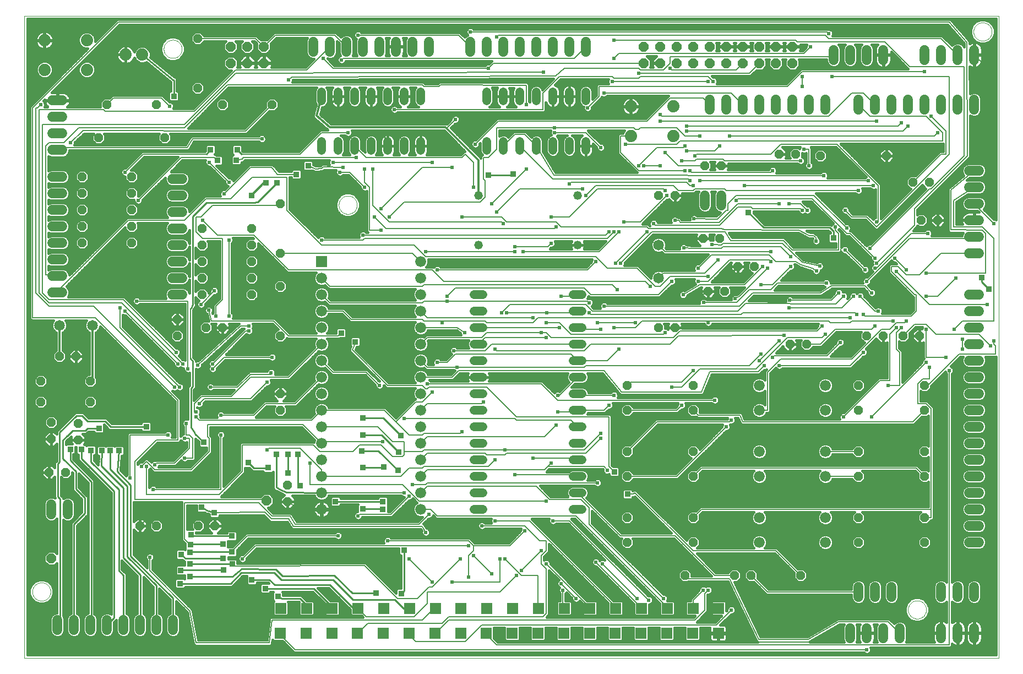
<source format=gbl>
G75*
%MOIN*%
%OFA0B0*%
%FSLAX24Y24*%
%IPPOS*%
%LPD*%
%AMOC8*
5,1,8,0,0,1.08239X$1,22.5*
%
%ADD10C,0.0000*%
%ADD11OC8,0.0600*%
%ADD12C,0.0520*%
%ADD13C,0.0520*%
%ADD14C,0.0740*%
%ADD15OC8,0.0520*%
%ADD16C,0.0650*%
%ADD17C,0.0600*%
%ADD18R,0.0660X0.0660*%
%ADD19C,0.0660*%
%ADD20R,0.0650X0.0650*%
%ADD21C,0.0160*%
%ADD22R,0.0356X0.0356*%
%ADD23C,0.0120*%
%ADD24C,0.0100*%
%ADD25C,0.0080*%
%ADD26C,0.0060*%
%ADD27C,0.0240*%
D10*
X000180Y000180D02*
X000180Y039050D01*
X059172Y039050D01*
X059172Y000180D01*
X000180Y000180D01*
X000667Y004193D02*
X000669Y004240D01*
X000675Y004286D01*
X000685Y004332D01*
X000698Y004377D01*
X000716Y004420D01*
X000737Y004462D01*
X000761Y004502D01*
X000789Y004539D01*
X000820Y004574D01*
X000854Y004607D01*
X000890Y004636D01*
X000929Y004662D01*
X000970Y004685D01*
X001013Y004704D01*
X001057Y004720D01*
X001102Y004732D01*
X001148Y004740D01*
X001195Y004744D01*
X001241Y004744D01*
X001288Y004740D01*
X001334Y004732D01*
X001379Y004720D01*
X001423Y004704D01*
X001466Y004685D01*
X001507Y004662D01*
X001546Y004636D01*
X001582Y004607D01*
X001616Y004574D01*
X001647Y004539D01*
X001675Y004502D01*
X001699Y004462D01*
X001720Y004420D01*
X001738Y004377D01*
X001751Y004332D01*
X001761Y004286D01*
X001767Y004240D01*
X001769Y004193D01*
X001767Y004146D01*
X001761Y004100D01*
X001751Y004054D01*
X001738Y004009D01*
X001720Y003966D01*
X001699Y003924D01*
X001675Y003884D01*
X001647Y003847D01*
X001616Y003812D01*
X001582Y003779D01*
X001546Y003750D01*
X001507Y003724D01*
X001466Y003701D01*
X001423Y003682D01*
X001379Y003666D01*
X001334Y003654D01*
X001288Y003646D01*
X001241Y003642D01*
X001195Y003642D01*
X001148Y003646D01*
X001102Y003654D01*
X001057Y003666D01*
X001013Y003682D01*
X000970Y003701D01*
X000929Y003724D01*
X000890Y003750D01*
X000854Y003779D01*
X000820Y003812D01*
X000789Y003847D01*
X000761Y003884D01*
X000737Y003924D01*
X000716Y003966D01*
X000698Y004009D01*
X000685Y004054D01*
X000675Y004100D01*
X000669Y004146D01*
X000667Y004193D01*
X019217Y027605D02*
X019219Y027652D01*
X019225Y027698D01*
X019235Y027744D01*
X019248Y027789D01*
X019266Y027832D01*
X019287Y027874D01*
X019311Y027914D01*
X019339Y027951D01*
X019370Y027986D01*
X019404Y028019D01*
X019440Y028048D01*
X019479Y028074D01*
X019520Y028097D01*
X019563Y028116D01*
X019607Y028132D01*
X019652Y028144D01*
X019698Y028152D01*
X019745Y028156D01*
X019791Y028156D01*
X019838Y028152D01*
X019884Y028144D01*
X019929Y028132D01*
X019973Y028116D01*
X020016Y028097D01*
X020057Y028074D01*
X020096Y028048D01*
X020132Y028019D01*
X020166Y027986D01*
X020197Y027951D01*
X020225Y027914D01*
X020249Y027874D01*
X020270Y027832D01*
X020288Y027789D01*
X020301Y027744D01*
X020311Y027698D01*
X020317Y027652D01*
X020319Y027605D01*
X020317Y027558D01*
X020311Y027512D01*
X020301Y027466D01*
X020288Y027421D01*
X020270Y027378D01*
X020249Y027336D01*
X020225Y027296D01*
X020197Y027259D01*
X020166Y027224D01*
X020132Y027191D01*
X020096Y027162D01*
X020057Y027136D01*
X020016Y027113D01*
X019973Y027094D01*
X019929Y027078D01*
X019884Y027066D01*
X019838Y027058D01*
X019791Y027054D01*
X019745Y027054D01*
X019698Y027058D01*
X019652Y027066D01*
X019607Y027078D01*
X019563Y027094D01*
X019520Y027113D01*
X019479Y027136D01*
X019440Y027162D01*
X019404Y027191D01*
X019370Y027224D01*
X019339Y027259D01*
X019311Y027296D01*
X019287Y027336D01*
X019266Y027378D01*
X019248Y027421D01*
X019235Y027466D01*
X019225Y027512D01*
X019219Y027558D01*
X019217Y027605D01*
X008617Y037043D02*
X008619Y037090D01*
X008625Y037136D01*
X008635Y037182D01*
X008648Y037227D01*
X008666Y037270D01*
X008687Y037312D01*
X008711Y037352D01*
X008739Y037389D01*
X008770Y037424D01*
X008804Y037457D01*
X008840Y037486D01*
X008879Y037512D01*
X008920Y037535D01*
X008963Y037554D01*
X009007Y037570D01*
X009052Y037582D01*
X009098Y037590D01*
X009145Y037594D01*
X009191Y037594D01*
X009238Y037590D01*
X009284Y037582D01*
X009329Y037570D01*
X009373Y037554D01*
X009416Y037535D01*
X009457Y037512D01*
X009496Y037486D01*
X009532Y037457D01*
X009566Y037424D01*
X009597Y037389D01*
X009625Y037352D01*
X009649Y037312D01*
X009670Y037270D01*
X009688Y037227D01*
X009701Y037182D01*
X009711Y037136D01*
X009717Y037090D01*
X009719Y037043D01*
X009717Y036996D01*
X009711Y036950D01*
X009701Y036904D01*
X009688Y036859D01*
X009670Y036816D01*
X009649Y036774D01*
X009625Y036734D01*
X009597Y036697D01*
X009566Y036662D01*
X009532Y036629D01*
X009496Y036600D01*
X009457Y036574D01*
X009416Y036551D01*
X009373Y036532D01*
X009329Y036516D01*
X009284Y036504D01*
X009238Y036496D01*
X009191Y036492D01*
X009145Y036492D01*
X009098Y036496D01*
X009052Y036504D01*
X009007Y036516D01*
X008963Y036532D01*
X008920Y036551D01*
X008879Y036574D01*
X008840Y036600D01*
X008804Y036629D01*
X008770Y036662D01*
X008739Y036697D01*
X008711Y036734D01*
X008687Y036774D01*
X008666Y036816D01*
X008648Y036859D01*
X008635Y036904D01*
X008625Y036950D01*
X008619Y036996D01*
X008617Y037043D01*
X057642Y038093D02*
X057644Y038140D01*
X057650Y038186D01*
X057660Y038232D01*
X057673Y038277D01*
X057691Y038320D01*
X057712Y038362D01*
X057736Y038402D01*
X057764Y038439D01*
X057795Y038474D01*
X057829Y038507D01*
X057865Y038536D01*
X057904Y038562D01*
X057945Y038585D01*
X057988Y038604D01*
X058032Y038620D01*
X058077Y038632D01*
X058123Y038640D01*
X058170Y038644D01*
X058216Y038644D01*
X058263Y038640D01*
X058309Y038632D01*
X058354Y038620D01*
X058398Y038604D01*
X058441Y038585D01*
X058482Y038562D01*
X058521Y038536D01*
X058557Y038507D01*
X058591Y038474D01*
X058622Y038439D01*
X058650Y038402D01*
X058674Y038362D01*
X058695Y038320D01*
X058713Y038277D01*
X058726Y038232D01*
X058736Y038186D01*
X058742Y038140D01*
X058744Y038093D01*
X058742Y038046D01*
X058736Y038000D01*
X058726Y037954D01*
X058713Y037909D01*
X058695Y037866D01*
X058674Y037824D01*
X058650Y037784D01*
X058622Y037747D01*
X058591Y037712D01*
X058557Y037679D01*
X058521Y037650D01*
X058482Y037624D01*
X058441Y037601D01*
X058398Y037582D01*
X058354Y037566D01*
X058309Y037554D01*
X058263Y037546D01*
X058216Y037542D01*
X058170Y037542D01*
X058123Y037546D01*
X058077Y037554D01*
X058032Y037566D01*
X057988Y037582D01*
X057945Y037601D01*
X057904Y037624D01*
X057865Y037650D01*
X057829Y037679D01*
X057795Y037712D01*
X057764Y037747D01*
X057736Y037784D01*
X057712Y037824D01*
X057691Y037866D01*
X057673Y037909D01*
X057660Y037954D01*
X057650Y038000D01*
X057644Y038046D01*
X057642Y038093D01*
X053679Y003105D02*
X053681Y003152D01*
X053687Y003198D01*
X053697Y003244D01*
X053710Y003289D01*
X053728Y003332D01*
X053749Y003374D01*
X053773Y003414D01*
X053801Y003451D01*
X053832Y003486D01*
X053866Y003519D01*
X053902Y003548D01*
X053941Y003574D01*
X053982Y003597D01*
X054025Y003616D01*
X054069Y003632D01*
X054114Y003644D01*
X054160Y003652D01*
X054207Y003656D01*
X054253Y003656D01*
X054300Y003652D01*
X054346Y003644D01*
X054391Y003632D01*
X054435Y003616D01*
X054478Y003597D01*
X054519Y003574D01*
X054558Y003548D01*
X054594Y003519D01*
X054628Y003486D01*
X054659Y003451D01*
X054687Y003414D01*
X054711Y003374D01*
X054732Y003332D01*
X054750Y003289D01*
X054763Y003244D01*
X054773Y003198D01*
X054779Y003152D01*
X054781Y003105D01*
X054779Y003058D01*
X054773Y003012D01*
X054763Y002966D01*
X054750Y002921D01*
X054732Y002878D01*
X054711Y002836D01*
X054687Y002796D01*
X054659Y002759D01*
X054628Y002724D01*
X054594Y002691D01*
X054558Y002662D01*
X054519Y002636D01*
X054478Y002613D01*
X054435Y002594D01*
X054391Y002578D01*
X054346Y002566D01*
X054300Y002558D01*
X054253Y002554D01*
X054207Y002554D01*
X054160Y002558D01*
X054114Y002566D01*
X054069Y002578D01*
X054025Y002594D01*
X053982Y002613D01*
X053941Y002636D01*
X053902Y002662D01*
X053866Y002691D01*
X053832Y002724D01*
X053801Y002759D01*
X053773Y002796D01*
X053749Y002836D01*
X053728Y002878D01*
X053710Y002921D01*
X053697Y002966D01*
X053687Y003012D01*
X053681Y003058D01*
X053679Y003105D01*
D11*
X014843Y009705D03*
X001818Y006205D03*
X012680Y036180D03*
X013680Y036180D03*
X014680Y036180D03*
X014680Y037180D03*
X013680Y037180D03*
X012680Y037180D03*
X037680Y037180D03*
X038680Y037180D03*
X039680Y037180D03*
X040680Y037180D03*
X041680Y037180D03*
X042680Y037180D03*
X043680Y037180D03*
X044680Y037180D03*
X045680Y037180D03*
X046680Y037180D03*
X046680Y036180D03*
X045680Y036180D03*
X044680Y036180D03*
X043680Y036180D03*
X042680Y036180D03*
X041680Y036180D03*
X040680Y036180D03*
X039680Y036180D03*
X038680Y036180D03*
X037680Y036180D03*
D12*
X033680Y028180D03*
X033680Y025180D03*
X027680Y025180D03*
X027680Y028180D03*
D13*
X028180Y030920D02*
X028180Y031440D01*
X029180Y031440D02*
X029180Y030920D01*
X030180Y030920D02*
X030180Y031440D01*
X031180Y031440D02*
X031180Y030920D01*
X032180Y030920D02*
X032180Y031440D01*
X033180Y031440D02*
X033180Y030920D01*
X034180Y030920D02*
X034180Y031440D01*
X034180Y033920D02*
X034180Y034440D01*
X033180Y034440D02*
X033180Y033920D01*
X032180Y033920D02*
X032180Y034440D01*
X031180Y034440D02*
X031180Y033920D01*
X030180Y033920D02*
X030180Y034440D01*
X029180Y034440D02*
X029180Y033920D01*
X028180Y033920D02*
X028180Y034440D01*
X024180Y034440D02*
X024180Y033920D01*
X023180Y033920D02*
X023180Y034440D01*
X022180Y034440D02*
X022180Y033920D01*
X021180Y033920D02*
X021180Y034440D01*
X020180Y034440D02*
X020180Y033920D01*
X019180Y033920D02*
X019180Y034440D01*
X018180Y034440D02*
X018180Y033920D01*
X018180Y031440D02*
X018180Y030920D01*
X019180Y030920D02*
X019180Y031440D01*
X020180Y031440D02*
X020180Y030920D01*
X021180Y030920D02*
X021180Y031440D01*
X022180Y031440D02*
X022180Y030920D01*
X023180Y030920D02*
X023180Y031440D01*
X024180Y031440D02*
X024180Y030920D01*
X027420Y022180D02*
X027940Y022180D01*
X027940Y021180D02*
X027420Y021180D01*
X027420Y020180D02*
X027940Y020180D01*
X027940Y019180D02*
X027420Y019180D01*
X027420Y018180D02*
X027940Y018180D01*
X027940Y017180D02*
X027420Y017180D01*
X027420Y016180D02*
X027940Y016180D01*
X027940Y015180D02*
X027420Y015180D01*
X027420Y014180D02*
X027940Y014180D01*
X027940Y013180D02*
X027420Y013180D01*
X027420Y012180D02*
X027940Y012180D01*
X027940Y011180D02*
X027420Y011180D01*
X027420Y010180D02*
X027940Y010180D01*
X027940Y009180D02*
X027420Y009180D01*
X033420Y009180D02*
X033940Y009180D01*
X033940Y010180D02*
X033420Y010180D01*
X033420Y011180D02*
X033940Y011180D01*
X033940Y012180D02*
X033420Y012180D01*
X033420Y013180D02*
X033940Y013180D01*
X033940Y014180D02*
X033420Y014180D01*
X033420Y015180D02*
X033940Y015180D01*
X033940Y016180D02*
X033420Y016180D01*
X033420Y017180D02*
X033940Y017180D01*
X033940Y018180D02*
X033420Y018180D01*
X033420Y019180D02*
X033940Y019180D01*
X033940Y020180D02*
X033420Y020180D01*
X033420Y021180D02*
X033940Y021180D01*
X033940Y022180D02*
X033420Y022180D01*
D14*
X036900Y031790D03*
X039460Y031790D03*
X039460Y033570D03*
X036900Y033570D03*
X007318Y036693D03*
X006318Y036693D03*
X003960Y037570D03*
X001400Y037570D03*
X001400Y035790D03*
X003960Y035790D03*
D15*
X005180Y033680D03*
X004680Y031680D03*
X003680Y029305D03*
X003680Y028305D03*
X003680Y027305D03*
X003680Y026305D03*
X003680Y025305D03*
X006680Y025305D03*
X006680Y026305D03*
X006680Y027305D03*
X006680Y028305D03*
X006680Y029305D03*
X008680Y031680D03*
X008180Y033680D03*
X010680Y034680D03*
X012180Y033680D03*
X015180Y033680D03*
X010680Y037680D03*
X015680Y027680D03*
X013930Y026180D03*
X013930Y025180D03*
X013930Y024180D03*
X013930Y023180D03*
X013930Y022180D03*
X015680Y022680D03*
X015680Y024680D03*
X010930Y024180D03*
X010930Y025180D03*
X010930Y026180D03*
X010930Y023180D03*
X010930Y022180D03*
X009430Y020680D03*
X009430Y019680D03*
X011180Y020180D03*
X012180Y020180D03*
X015680Y019680D03*
X015680Y016180D03*
X015680Y015180D03*
X016118Y010655D03*
X016118Y009655D03*
X011718Y008180D03*
X010718Y008180D03*
X008180Y008180D03*
X007180Y008180D03*
X002680Y011418D03*
X001680Y011418D03*
X003443Y013380D03*
X001805Y013430D03*
X001805Y014430D03*
X003443Y014380D03*
X004180Y015680D03*
X004180Y016930D03*
X003305Y018430D03*
X002305Y018430D03*
X001180Y016930D03*
X001180Y015680D03*
X036680Y015180D03*
X036680Y016680D03*
X040680Y016680D03*
X040680Y015180D03*
X040680Y012680D03*
X040680Y011180D03*
X040680Y008680D03*
X040680Y007180D03*
X040180Y005180D03*
X043180Y005180D03*
X044180Y005180D03*
X047180Y005180D03*
X050680Y007180D03*
X050680Y008680D03*
X050680Y011180D03*
X050680Y012680D03*
X050680Y015180D03*
X050680Y016680D03*
X047530Y019168D03*
X046530Y019168D03*
X051180Y019680D03*
X052180Y019680D03*
X053380Y019680D03*
X054380Y019680D03*
X054680Y016680D03*
X054680Y015180D03*
X054680Y012680D03*
X054680Y011180D03*
X054680Y008680D03*
X054680Y007180D03*
X036680Y007180D03*
X036680Y008680D03*
X036680Y011180D03*
X036680Y012680D03*
X038580Y020180D03*
X039580Y020180D03*
X041580Y022380D03*
X042580Y022380D03*
X043380Y023880D03*
X044380Y023880D03*
X042280Y025580D03*
X041280Y025580D03*
X039580Y028180D03*
X038580Y028180D03*
X041380Y029980D03*
X042380Y029980D03*
X045880Y030680D03*
X046880Y030680D03*
X048380Y030580D03*
X052380Y030580D03*
X053980Y028980D03*
X054980Y028980D03*
X054480Y026680D03*
X055480Y026680D03*
D16*
X038580Y025180D03*
X038580Y023180D03*
X004305Y020305D03*
X002305Y020305D03*
D17*
X002480Y022305D02*
X001880Y022305D01*
X001880Y023305D02*
X002480Y023305D01*
X002480Y024305D02*
X001880Y024305D01*
X001880Y025305D02*
X002480Y025305D01*
X002480Y026305D02*
X001880Y026305D01*
X001880Y027305D02*
X002480Y027305D01*
X002480Y028305D02*
X001880Y028305D01*
X001880Y029305D02*
X002480Y029305D01*
X002480Y030930D02*
X001880Y030930D01*
X001880Y031930D02*
X002480Y031930D01*
X002480Y032930D02*
X001880Y032930D01*
X001880Y033930D02*
X002480Y033930D01*
X009130Y029180D02*
X009730Y029180D01*
X009730Y028180D02*
X009130Y028180D01*
X009130Y027180D02*
X009730Y027180D01*
X009730Y026180D02*
X009130Y026180D01*
X009130Y025180D02*
X009730Y025180D01*
X009730Y024180D02*
X009130Y024180D01*
X009130Y023180D02*
X009730Y023180D01*
X009730Y022180D02*
X009130Y022180D01*
X002805Y009480D02*
X002805Y008880D01*
X001805Y008880D02*
X001805Y009480D01*
X002180Y002480D02*
X002180Y001880D01*
X003180Y001880D02*
X003180Y002480D01*
X004180Y002480D02*
X004180Y001880D01*
X005180Y001880D02*
X005180Y002480D01*
X006180Y002480D02*
X006180Y001880D01*
X007180Y001880D02*
X007180Y002480D01*
X008180Y002480D02*
X008180Y001880D01*
X009180Y001880D02*
X009180Y002480D01*
X041380Y027580D02*
X041380Y028180D01*
X042380Y028180D02*
X042380Y027580D01*
X042680Y033380D02*
X042680Y033980D01*
X041680Y033980D02*
X041680Y033380D01*
X043680Y033380D02*
X043680Y033980D01*
X044680Y033980D02*
X044680Y033380D01*
X045680Y033380D02*
X045680Y033980D01*
X046680Y033980D02*
X046680Y033380D01*
X047680Y033380D02*
X047680Y033980D01*
X048680Y033980D02*
X048680Y033380D01*
X050680Y033380D02*
X050680Y033980D01*
X051680Y033980D02*
X051680Y033380D01*
X052680Y033380D02*
X052680Y033980D01*
X053680Y033980D02*
X053680Y033380D01*
X054680Y033380D02*
X054680Y033980D01*
X055680Y033980D02*
X055680Y033380D01*
X056680Y033380D02*
X056680Y033980D01*
X057680Y033980D02*
X057680Y033380D01*
X057680Y036380D02*
X057680Y036980D01*
X056680Y036980D02*
X056680Y036380D01*
X055680Y036380D02*
X055680Y036980D01*
X054680Y036980D02*
X054680Y036380D01*
X052180Y036380D02*
X052180Y036980D01*
X051180Y036980D02*
X051180Y036380D01*
X050180Y036380D02*
X050180Y036980D01*
X049180Y036980D02*
X049180Y036380D01*
X057380Y029680D02*
X057980Y029680D01*
X057980Y028680D02*
X057380Y028680D01*
X057380Y027680D02*
X057980Y027680D01*
X057980Y026680D02*
X057380Y026680D01*
X057380Y025680D02*
X057980Y025680D01*
X057980Y024680D02*
X057380Y024680D01*
X057380Y022180D02*
X057980Y022180D01*
X057980Y021180D02*
X057380Y021180D01*
X057380Y020180D02*
X057980Y020180D01*
X057980Y019180D02*
X057380Y019180D01*
X057380Y018180D02*
X057980Y018180D01*
X057980Y017180D02*
X057380Y017180D01*
X057380Y016180D02*
X057980Y016180D01*
X057980Y015180D02*
X057380Y015180D01*
X057380Y014180D02*
X057980Y014180D01*
X057980Y013180D02*
X057380Y013180D01*
X057380Y012180D02*
X057980Y012180D01*
X057980Y011180D02*
X057380Y011180D01*
X057380Y010180D02*
X057980Y010180D01*
X057980Y009180D02*
X057380Y009180D01*
X057380Y008180D02*
X057980Y008180D01*
X057980Y007180D02*
X057380Y007180D01*
X057680Y004480D02*
X057680Y003880D01*
X056680Y003880D02*
X056680Y004480D01*
X055680Y004480D02*
X055680Y003880D01*
X055680Y001980D02*
X055680Y001380D01*
X056680Y001380D02*
X056680Y001980D01*
X057680Y001980D02*
X057680Y001380D01*
X053180Y001380D02*
X053180Y001980D01*
X052180Y001980D02*
X052180Y001380D01*
X051180Y001380D02*
X051180Y001980D01*
X050180Y001980D02*
X050180Y001380D01*
X050680Y003880D02*
X050680Y004480D01*
X051680Y004480D02*
X051680Y003880D01*
X052680Y003880D02*
X052680Y004480D01*
X034180Y036880D02*
X034180Y037480D01*
X033180Y037480D02*
X033180Y036880D01*
X032180Y036880D02*
X032180Y037480D01*
X031180Y037480D02*
X031180Y036880D01*
X030180Y036880D02*
X030180Y037480D01*
X029180Y037480D02*
X029180Y036880D01*
X028180Y036880D02*
X028180Y037480D01*
X027180Y037480D02*
X027180Y036880D01*
X024680Y036880D02*
X024680Y037480D01*
X023680Y037480D02*
X023680Y036880D01*
X022680Y036880D02*
X022680Y037480D01*
X021680Y037480D02*
X021680Y036880D01*
X020680Y036880D02*
X020680Y037480D01*
X019680Y037480D02*
X019680Y036880D01*
X018680Y036880D02*
X018680Y037480D01*
X017680Y037480D02*
X017680Y036880D01*
D18*
X018180Y024180D03*
D19*
X018180Y023180D03*
X018180Y022180D03*
X018180Y021180D03*
X018180Y020180D03*
X018180Y019180D03*
X018180Y018180D03*
X018180Y017180D03*
X018180Y016180D03*
X018180Y015180D03*
X018180Y014180D03*
X018180Y013180D03*
X018180Y012180D03*
X018180Y011180D03*
X018180Y010180D03*
X018180Y009180D03*
X024180Y009180D03*
X024180Y010180D03*
X024180Y011180D03*
X024180Y012180D03*
X024180Y013180D03*
X024180Y014180D03*
X024180Y015180D03*
X024180Y016180D03*
X024180Y017180D03*
X024180Y018180D03*
X024180Y019180D03*
X024180Y020180D03*
X024180Y021180D03*
X024180Y022180D03*
X024180Y023180D03*
X024180Y024180D03*
X044680Y016680D03*
X044680Y015180D03*
X044680Y012680D03*
X044680Y011180D03*
X044680Y008680D03*
X044680Y007180D03*
X048680Y007180D03*
X048680Y008680D03*
X048680Y011180D03*
X048680Y012680D03*
X048680Y015180D03*
X048680Y016680D03*
D20*
X042220Y003190D03*
X040660Y003190D03*
X039100Y003190D03*
X037540Y003190D03*
X035980Y003190D03*
X034420Y003190D03*
X032860Y003190D03*
X031300Y003190D03*
X029740Y003190D03*
X028180Y003190D03*
X026620Y003190D03*
X025060Y003190D03*
X023500Y003190D03*
X021940Y003190D03*
X020380Y003190D03*
X018820Y003190D03*
X017260Y003190D03*
X015700Y003190D03*
X015670Y001670D03*
X017230Y001670D03*
X018790Y001670D03*
X020350Y001670D03*
X021910Y001670D03*
X023470Y001670D03*
X025030Y001670D03*
X026590Y001670D03*
X028150Y001670D03*
X029710Y001670D03*
X031270Y001670D03*
X032830Y001670D03*
X034390Y001670D03*
X035950Y001670D03*
X037510Y001670D03*
X039070Y001670D03*
X040630Y001670D03*
X042190Y001670D03*
D21*
X042218Y001698D02*
X042695Y001698D01*
X042695Y002019D01*
X042683Y002064D01*
X042659Y002105D01*
X042625Y002139D01*
X042584Y002163D01*
X042539Y002175D01*
X042315Y002175D01*
X042960Y002820D01*
X043032Y002820D01*
X043127Y002860D01*
X043200Y002933D01*
X043240Y003028D01*
X043240Y003132D01*
X043200Y003227D01*
X043127Y003300D01*
X043032Y003340D01*
X042928Y003340D01*
X042833Y003300D01*
X042760Y003227D01*
X042720Y003132D01*
X042720Y003060D01*
X042685Y003025D01*
X042685Y003573D01*
X042603Y003655D01*
X041837Y003655D01*
X041755Y003573D01*
X041755Y002807D01*
X041837Y002725D01*
X042385Y002725D01*
X042010Y002350D01*
X040890Y002350D01*
X041450Y002910D01*
X041550Y003010D01*
X041550Y004010D01*
X041560Y004020D01*
X041632Y004020D01*
X041727Y004060D01*
X041800Y004133D01*
X041840Y004228D01*
X041840Y004332D01*
X041800Y004427D01*
X041727Y004500D01*
X041632Y004540D01*
X041528Y004540D01*
X041433Y004500D01*
X041430Y004498D01*
X041427Y004500D01*
X041332Y004540D01*
X041228Y004540D01*
X041133Y004500D01*
X041060Y004427D01*
X041020Y004332D01*
X041020Y004260D01*
X040610Y003850D01*
X040610Y003850D01*
X040510Y003750D01*
X040510Y003655D01*
X040277Y003655D01*
X040195Y003573D01*
X040195Y002807D01*
X040277Y002725D01*
X040785Y002725D01*
X040710Y002650D01*
X031790Y002650D01*
X031850Y002710D01*
X031950Y002810D01*
X031950Y005470D01*
X032526Y004894D01*
X032460Y004827D01*
X032420Y004732D01*
X032420Y004628D01*
X032460Y004533D01*
X032533Y004460D01*
X032575Y004442D01*
X032560Y004427D01*
X032520Y004332D01*
X032520Y004228D01*
X032560Y004133D01*
X032610Y004082D01*
X032610Y003655D01*
X032477Y003655D01*
X032395Y003573D01*
X032395Y002807D01*
X032477Y002725D01*
X033243Y002725D01*
X033325Y002807D01*
X033325Y003573D01*
X033243Y003655D01*
X032950Y003655D01*
X032950Y004082D01*
X032994Y004126D01*
X033320Y003800D01*
X033320Y003728D01*
X033360Y003633D01*
X033433Y003560D01*
X033528Y003520D01*
X033632Y003520D01*
X033727Y003560D01*
X033794Y003626D01*
X033955Y003464D01*
X033955Y002807D01*
X034037Y002725D01*
X034803Y002725D01*
X034885Y002807D01*
X034885Y003573D01*
X034803Y003655D01*
X034246Y003655D01*
X032040Y005860D01*
X032040Y005932D01*
X032000Y006027D01*
X031927Y006100D01*
X031832Y006140D01*
X031728Y006140D01*
X031650Y006108D01*
X031650Y006310D01*
X031850Y006510D01*
X031950Y006610D01*
X031950Y007070D01*
X035515Y003504D01*
X035515Y002807D01*
X035597Y002725D01*
X036363Y002725D01*
X036445Y002807D01*
X036445Y003573D01*
X036363Y003655D01*
X035846Y003655D01*
X030950Y008550D01*
X030890Y008610D01*
X031952Y008610D01*
X031920Y008532D01*
X031920Y008428D01*
X031960Y008333D01*
X032033Y008260D01*
X032128Y008220D01*
X032232Y008220D01*
X032327Y008260D01*
X032378Y008310D01*
X033110Y008310D01*
X035313Y006106D01*
X035232Y006140D01*
X035128Y006140D01*
X035033Y006100D01*
X035018Y006085D01*
X035000Y006127D01*
X034927Y006200D01*
X034832Y006240D01*
X034728Y006240D01*
X034633Y006200D01*
X034560Y006127D01*
X034520Y006032D01*
X034520Y005928D01*
X034560Y005833D01*
X034633Y005760D01*
X034728Y005720D01*
X034800Y005720D01*
X037075Y003444D01*
X037075Y002807D01*
X037157Y002725D01*
X037923Y002725D01*
X038005Y002807D01*
X038005Y003420D01*
X038032Y003420D01*
X038127Y003460D01*
X038200Y003533D01*
X038240Y003628D01*
X038240Y003732D01*
X038200Y003827D01*
X038127Y003900D01*
X038032Y003940D01*
X037960Y003940D01*
X033350Y008550D01*
X033290Y008610D01*
X033510Y008610D01*
X038635Y003484D01*
X038635Y002807D01*
X038717Y002725D01*
X039483Y002725D01*
X039565Y002807D01*
X039565Y003573D01*
X039483Y003655D01*
X039110Y003655D01*
X039140Y003728D01*
X039140Y003832D01*
X039100Y003927D01*
X039027Y004000D01*
X038932Y004040D01*
X038860Y004040D01*
X034550Y008350D01*
X034550Y009070D01*
X036110Y007510D01*
X036210Y007410D01*
X036344Y007410D01*
X036280Y007346D01*
X036280Y007014D01*
X036514Y006780D01*
X036846Y006780D01*
X037080Y007014D01*
X037080Y007346D01*
X037016Y007410D01*
X039510Y007410D01*
X041770Y005150D01*
X040580Y005150D01*
X040580Y005346D01*
X040346Y005580D01*
X040014Y005580D01*
X039780Y005346D01*
X039780Y005014D01*
X040014Y004780D01*
X040346Y004780D01*
X040376Y004810D01*
X042773Y004810D01*
X044473Y001266D01*
X044473Y001235D01*
X044502Y001205D01*
X044520Y001168D01*
X044550Y001157D01*
X044557Y001150D01*
X028850Y001150D01*
X028615Y001386D01*
X028615Y002010D01*
X029245Y002010D01*
X029245Y001287D01*
X029327Y001205D01*
X030093Y001205D01*
X030175Y001287D01*
X030175Y002010D01*
X030805Y002010D01*
X030805Y001287D01*
X030887Y001205D01*
X031653Y001205D01*
X031735Y001287D01*
X031735Y002010D01*
X032365Y002010D01*
X032365Y001287D01*
X032447Y001205D01*
X033213Y001205D01*
X033295Y001287D01*
X033295Y002010D01*
X033925Y002010D01*
X033925Y001287D01*
X034007Y001205D01*
X034773Y001205D01*
X034855Y001287D01*
X034855Y002010D01*
X035485Y002010D01*
X035485Y001287D01*
X035567Y001205D01*
X036333Y001205D01*
X036415Y001287D01*
X036415Y002010D01*
X037045Y002010D01*
X037045Y001287D01*
X037127Y001205D01*
X037893Y001205D01*
X037975Y001287D01*
X037975Y002010D01*
X038605Y002010D01*
X038605Y001287D01*
X038687Y001205D01*
X039453Y001205D01*
X039535Y001287D01*
X039535Y002010D01*
X040165Y002010D01*
X040165Y001287D01*
X040247Y001205D01*
X041013Y001205D01*
X041095Y001287D01*
X041095Y002010D01*
X041685Y002010D01*
X041685Y001698D01*
X042162Y001698D01*
X042162Y001642D01*
X042218Y001642D01*
X042218Y001698D01*
X042218Y001642D02*
X042695Y001642D01*
X042695Y001321D01*
X042683Y001276D01*
X042659Y001235D01*
X042625Y001201D01*
X042584Y001177D01*
X042539Y001165D01*
X042218Y001165D01*
X042218Y001642D01*
X042218Y001607D02*
X042162Y001607D01*
X042162Y001642D02*
X042162Y001165D01*
X041841Y001165D01*
X041796Y001177D01*
X041755Y001201D01*
X041721Y001235D01*
X041697Y001276D01*
X041685Y001321D01*
X041685Y001642D01*
X042162Y001642D01*
X042162Y001448D02*
X042218Y001448D01*
X042218Y001290D02*
X042162Y001290D01*
X041694Y001290D02*
X041095Y001290D01*
X041095Y001448D02*
X041685Y001448D01*
X041685Y001607D02*
X041095Y001607D01*
X041095Y001765D02*
X041685Y001765D01*
X041685Y001924D02*
X041095Y001924D01*
X040939Y002399D02*
X042059Y002399D01*
X042217Y002558D02*
X041098Y002558D01*
X041256Y002716D02*
X042376Y002716D01*
X042539Y002399D02*
X043929Y002399D01*
X043853Y002558D02*
X042698Y002558D01*
X042856Y002716D02*
X043777Y002716D01*
X043701Y002875D02*
X043142Y002875D01*
X043240Y003033D02*
X043625Y003033D01*
X043549Y003192D02*
X043215Y003192D01*
X043473Y003350D02*
X042685Y003350D01*
X042685Y003192D02*
X042745Y003192D01*
X042693Y003033D02*
X042685Y003033D01*
X042685Y003509D02*
X043397Y003509D01*
X043321Y003667D02*
X041550Y003667D01*
X041550Y003509D02*
X041755Y003509D01*
X041755Y003350D02*
X041550Y003350D01*
X041550Y003192D02*
X041755Y003192D01*
X041755Y003033D02*
X041550Y003033D01*
X041415Y002875D02*
X041755Y002875D01*
X042381Y002241D02*
X044005Y002241D01*
X044081Y002082D02*
X042672Y002082D01*
X042695Y001924D02*
X044157Y001924D01*
X044233Y001765D02*
X042695Y001765D01*
X042695Y001607D02*
X044309Y001607D01*
X044385Y001448D02*
X042695Y001448D01*
X042686Y001290D02*
X044461Y001290D01*
X044750Y001475D02*
X043164Y004780D01*
X043346Y004780D01*
X043580Y005014D01*
X043580Y005346D01*
X043346Y005580D01*
X043014Y005580D01*
X042784Y005350D01*
X042050Y005350D01*
X040890Y006510D01*
X045610Y006510D01*
X046780Y005340D01*
X046780Y005014D01*
X047014Y004780D01*
X047346Y004780D01*
X047580Y005014D01*
X047580Y005346D01*
X047346Y005580D01*
X047020Y005580D01*
X045850Y006750D01*
X045750Y006850D01*
X045015Y006850D01*
X045078Y006914D01*
X045150Y007087D01*
X045150Y007273D01*
X045078Y007446D01*
X044946Y007578D01*
X044773Y007650D01*
X044587Y007650D01*
X044414Y007578D01*
X044282Y007446D01*
X044210Y007273D01*
X044210Y007087D01*
X044282Y006914D01*
X044345Y006850D01*
X040916Y006850D01*
X041080Y007014D01*
X041080Y007346D01*
X040846Y007580D01*
X040514Y007580D01*
X040280Y007346D01*
X040280Y007311D01*
X037303Y010237D01*
X037303Y010250D01*
X037197Y010355D01*
X037048Y010355D01*
X037011Y010318D01*
X037011Y010329D01*
X036929Y010411D01*
X036456Y010411D01*
X036374Y010329D01*
X036374Y009856D01*
X036456Y009774D01*
X036929Y009774D01*
X037011Y009856D01*
X037011Y009913D01*
X037115Y009913D01*
X037131Y009929D01*
X039349Y007750D01*
X036350Y007750D01*
X034213Y009887D01*
X034279Y009953D01*
X034340Y010100D01*
X034340Y010260D01*
X034279Y010407D01*
X034167Y010519D01*
X034020Y010580D01*
X033340Y010580D01*
X033193Y010519D01*
X033081Y010407D01*
X033020Y010260D01*
X033020Y010100D01*
X033081Y009953D01*
X033084Y009950D01*
X032050Y009950D01*
X031390Y010610D01*
X034682Y010610D01*
X034733Y010560D01*
X034828Y010520D01*
X034932Y010520D01*
X035027Y010560D01*
X035100Y010633D01*
X035140Y010728D01*
X035140Y010832D01*
X035100Y010927D01*
X035027Y011000D01*
X034932Y011040D01*
X034828Y011040D01*
X034733Y011000D01*
X034682Y010950D01*
X034276Y010950D01*
X034279Y010953D01*
X034340Y011100D01*
X034340Y011260D01*
X034279Y011407D01*
X034167Y011519D01*
X034020Y011580D01*
X033340Y011580D01*
X033193Y011519D01*
X033124Y011450D01*
X031790Y011450D01*
X031850Y011510D01*
X031950Y011610D01*
X035194Y011610D01*
X035199Y011604D01*
X035195Y011594D01*
X035195Y011491D01*
X035235Y011395D01*
X035308Y011322D01*
X035403Y011283D01*
X035507Y011283D01*
X035574Y011311D01*
X035574Y011219D01*
X035656Y011137D01*
X036129Y011137D01*
X036211Y011219D01*
X036211Y011691D01*
X036129Y011773D01*
X035829Y011773D01*
X035750Y011852D01*
X035750Y014850D01*
X035650Y014950D01*
X034276Y014950D01*
X034279Y014953D01*
X034303Y015010D01*
X035350Y015010D01*
X035450Y015110D01*
X035560Y015220D01*
X035632Y015220D01*
X035727Y015260D01*
X035800Y015333D01*
X035840Y015428D01*
X035840Y015532D01*
X035808Y015610D01*
X039752Y015610D01*
X039720Y015532D01*
X039720Y015460D01*
X039610Y015350D01*
X037076Y015350D01*
X036846Y015580D01*
X036514Y015580D01*
X036280Y015346D01*
X036280Y015014D01*
X036514Y014780D01*
X036846Y014780D01*
X037076Y015010D01*
X039750Y015010D01*
X039850Y015110D01*
X039960Y015220D01*
X040032Y015220D01*
X040127Y015260D01*
X040200Y015333D01*
X040240Y015428D01*
X040240Y015532D01*
X040208Y015610D01*
X041782Y015610D01*
X041833Y015560D01*
X041928Y015520D01*
X042032Y015520D01*
X042127Y015560D01*
X042200Y015633D01*
X042240Y015728D01*
X042240Y015832D01*
X042200Y015927D01*
X042127Y016000D01*
X042032Y016040D01*
X041928Y016040D01*
X041833Y016000D01*
X041782Y015950D01*
X036108Y015950D01*
X036140Y016028D01*
X036140Y016132D01*
X036100Y016227D01*
X036027Y016300D01*
X035932Y016340D01*
X035828Y016340D01*
X035733Y016300D01*
X035682Y016250D01*
X034340Y016250D01*
X034340Y016260D01*
X034279Y016407D01*
X034167Y016519D01*
X034020Y016580D01*
X033340Y016580D01*
X033306Y016566D01*
X033520Y016780D01*
X034020Y016780D01*
X034167Y016841D01*
X034279Y016953D01*
X034340Y017100D01*
X034340Y017260D01*
X034279Y017407D01*
X034276Y017410D01*
X035187Y017410D01*
X036160Y016219D01*
X036160Y016210D01*
X036204Y016166D01*
X036243Y016118D01*
X036253Y016117D01*
X036260Y016110D01*
X036321Y016110D01*
X036383Y016104D01*
X036391Y016110D01*
X041147Y016110D01*
X041182Y016096D01*
X041215Y016110D01*
X041250Y016110D01*
X041277Y016136D01*
X041311Y016151D01*
X041325Y016184D01*
X041350Y016210D01*
X041350Y016247D01*
X041795Y017348D01*
X044688Y017348D01*
X044787Y017447D01*
X044960Y017620D01*
X045032Y017620D01*
X045113Y017654D01*
X045110Y017650D01*
X045010Y017550D01*
X045010Y017015D01*
X044946Y017078D01*
X044773Y017150D01*
X044587Y017150D01*
X044414Y017078D01*
X044282Y016946D01*
X044210Y016773D01*
X044210Y016587D01*
X044282Y016414D01*
X044414Y016282D01*
X044587Y016210D01*
X044773Y016210D01*
X044946Y016282D01*
X045010Y016345D01*
X045010Y015515D01*
X044946Y015578D01*
X044773Y015650D01*
X044587Y015650D01*
X044414Y015578D01*
X044282Y015446D01*
X044210Y015273D01*
X044210Y015087D01*
X044282Y014914D01*
X044414Y014782D01*
X044587Y014710D01*
X044773Y014710D01*
X044946Y014782D01*
X045078Y014914D01*
X045118Y015010D01*
X045250Y015010D01*
X045350Y015110D01*
X045350Y017410D01*
X045666Y017726D01*
X045733Y017660D01*
X045828Y017620D01*
X045932Y017620D01*
X046027Y017660D01*
X046078Y017710D01*
X050250Y017710D01*
X050350Y017810D01*
X050960Y018420D01*
X051032Y018420D01*
X051127Y018460D01*
X051200Y018533D01*
X051240Y018628D01*
X051240Y018732D01*
X051200Y018827D01*
X051134Y018894D01*
X051740Y019500D01*
X051740Y019498D01*
X051998Y019240D01*
X052180Y019240D01*
X052362Y019240D01*
X052410Y019288D01*
X052410Y017150D01*
X051910Y017150D01*
X049800Y015040D01*
X049728Y015040D01*
X049633Y015000D01*
X049560Y014927D01*
X049520Y014832D01*
X049520Y014728D01*
X049552Y014650D01*
X043788Y014650D01*
X043662Y014918D01*
X043662Y014950D01*
X043634Y014979D01*
X043617Y015016D01*
X043586Y015027D01*
X043563Y015050D01*
X043522Y015050D01*
X043484Y015064D01*
X043455Y015050D01*
X041080Y015050D01*
X041080Y015346D01*
X040846Y015580D01*
X040514Y015580D01*
X040280Y015346D01*
X040280Y015014D01*
X040514Y014780D01*
X040840Y014780D01*
X040910Y014710D01*
X042752Y014710D01*
X042728Y014650D01*
X038410Y014650D01*
X036840Y013080D01*
X036514Y013080D01*
X036280Y012846D01*
X036280Y012514D01*
X036514Y012280D01*
X036846Y012280D01*
X037080Y012514D01*
X037080Y012840D01*
X038550Y014310D01*
X042452Y014310D01*
X042420Y014232D01*
X042420Y014160D01*
X041080Y012820D01*
X041080Y012846D01*
X040846Y013080D01*
X040514Y013080D01*
X040280Y012846D01*
X040280Y012514D01*
X040514Y012280D01*
X040540Y012280D01*
X039610Y011350D01*
X037076Y011350D01*
X036846Y011580D01*
X036514Y011580D01*
X036280Y011346D01*
X036280Y011014D01*
X036514Y010780D01*
X036846Y010780D01*
X037076Y011010D01*
X039750Y011010D01*
X039850Y011110D01*
X042660Y013920D01*
X042732Y013920D01*
X042827Y013960D01*
X042900Y014033D01*
X042940Y014128D01*
X054910Y014128D01*
X054910Y013970D02*
X042837Y013970D01*
X042940Y014128D02*
X042940Y014232D01*
X042908Y014310D01*
X042950Y014310D01*
X042960Y014320D01*
X043032Y014320D01*
X043127Y014360D01*
X043200Y014433D01*
X043240Y014528D01*
X043240Y014632D01*
X043208Y014710D01*
X043384Y014710D01*
X043510Y014442D01*
X043510Y014410D01*
X043539Y014381D01*
X043556Y014344D01*
X043587Y014333D01*
X043610Y014310D01*
X043650Y014310D01*
X043688Y014296D01*
X043718Y014310D01*
X054050Y014310D01*
X054520Y014780D01*
X054846Y014780D01*
X054910Y014844D01*
X054910Y013016D01*
X054846Y013080D01*
X054514Y013080D01*
X054280Y012846D01*
X054280Y012514D01*
X054514Y012280D01*
X054846Y012280D01*
X054910Y012344D01*
X054910Y011516D01*
X054846Y011580D01*
X054520Y011580D01*
X054250Y011850D01*
X041110Y011850D01*
X041010Y011750D01*
X040840Y011580D01*
X040514Y011580D01*
X040280Y011346D01*
X040280Y011014D01*
X040514Y010780D01*
X040846Y010780D01*
X041080Y011014D01*
X041080Y011340D01*
X041250Y011510D01*
X044345Y011510D01*
X044282Y011446D01*
X044210Y011273D01*
X044210Y011087D01*
X044282Y010914D01*
X044414Y010782D01*
X044587Y010710D01*
X044773Y010710D01*
X044946Y010782D01*
X045078Y010914D01*
X045150Y011087D01*
X045150Y011273D01*
X045078Y011446D01*
X045015Y011510D01*
X048345Y011510D01*
X048282Y011446D01*
X048210Y011273D01*
X048210Y011087D01*
X048282Y010914D01*
X048414Y010782D01*
X048587Y010710D01*
X048773Y010710D01*
X048946Y010782D01*
X049078Y010914D01*
X049118Y011010D01*
X050284Y011010D01*
X050514Y010780D01*
X050846Y010780D01*
X051080Y011014D01*
X051080Y011346D01*
X050916Y011510D01*
X054110Y011510D01*
X054280Y011340D01*
X054280Y011014D01*
X054514Y010780D01*
X054846Y010780D01*
X054910Y010844D01*
X054910Y009350D01*
X041110Y009350D01*
X041010Y009250D01*
X040840Y009080D01*
X040514Y009080D01*
X040280Y008846D01*
X040280Y008514D01*
X040514Y008280D01*
X040846Y008280D01*
X041080Y008514D01*
X041080Y008840D01*
X041250Y009010D01*
X044345Y009010D01*
X044282Y008946D01*
X044210Y008773D01*
X044210Y008587D01*
X044282Y008414D01*
X044414Y008282D01*
X044587Y008210D01*
X044773Y008210D01*
X044946Y008282D01*
X045078Y008414D01*
X045150Y008587D01*
X045150Y008773D01*
X045078Y008946D01*
X045015Y009010D01*
X048345Y009010D01*
X048282Y008946D01*
X048210Y008773D01*
X048210Y008587D01*
X048282Y008414D01*
X048414Y008282D01*
X048587Y008210D01*
X048773Y008210D01*
X048946Y008282D01*
X049078Y008414D01*
X049150Y008587D01*
X049150Y008773D01*
X049078Y008946D01*
X049015Y009010D01*
X050444Y009010D01*
X050280Y008846D01*
X050280Y008514D01*
X050514Y008280D01*
X050846Y008280D01*
X051080Y008514D01*
X051080Y008846D01*
X050916Y009010D01*
X054444Y009010D01*
X054280Y008846D01*
X054280Y008514D01*
X054514Y008280D01*
X054846Y008280D01*
X055076Y008510D01*
X055150Y008510D01*
X055250Y008610D01*
X055250Y015350D01*
X055150Y015450D01*
X054850Y015750D01*
X054450Y015750D01*
X054450Y016344D01*
X054514Y016280D01*
X054846Y016280D01*
X055080Y016514D01*
X055080Y016640D01*
X055934Y017494D01*
X055960Y017433D01*
X056010Y017382D01*
X056010Y004772D01*
X055929Y004853D01*
X055768Y004920D01*
X055592Y004920D01*
X055431Y004853D01*
X055307Y004729D01*
X055240Y004568D01*
X055240Y003792D01*
X055307Y003631D01*
X055431Y003507D01*
X055592Y003440D01*
X055768Y003440D01*
X055929Y003507D01*
X056010Y003588D01*
X056010Y002329D01*
X055993Y002346D01*
X055932Y002391D01*
X055864Y002425D01*
X055792Y002448D01*
X055718Y002460D01*
X055700Y002460D01*
X055700Y001700D01*
X055660Y001700D01*
X055660Y002460D01*
X055642Y002460D01*
X055568Y002448D01*
X055496Y002425D01*
X055428Y002391D01*
X055367Y002346D01*
X055314Y002293D01*
X055269Y002232D01*
X055235Y002164D01*
X055212Y002092D01*
X055200Y002018D01*
X055200Y001700D01*
X055660Y001700D01*
X055660Y001660D01*
X055200Y001660D01*
X055200Y001342D01*
X055212Y001268D01*
X055235Y001196D01*
X055258Y001150D01*
X053561Y001150D01*
X053620Y001292D01*
X053620Y002068D01*
X053553Y002229D01*
X053429Y002353D01*
X053268Y002420D01*
X053092Y002420D01*
X052931Y002353D01*
X052839Y002261D01*
X052550Y002550D01*
X049502Y002550D01*
X049455Y002562D01*
X049434Y002550D01*
X049410Y002550D01*
X049375Y002516D01*
X047596Y001475D01*
X044750Y001475D01*
X044686Y001607D02*
X047821Y001607D01*
X048092Y001765D02*
X044610Y001765D01*
X044534Y001924D02*
X048363Y001924D01*
X048634Y002082D02*
X044458Y002082D01*
X044382Y002241D02*
X048905Y002241D01*
X049176Y002399D02*
X044306Y002399D01*
X044230Y002558D02*
X049447Y002558D01*
X049473Y002558D02*
X053743Y002558D01*
X053816Y002485D02*
X054085Y002374D01*
X054375Y002374D01*
X054644Y002485D01*
X054850Y002691D01*
X054961Y002960D01*
X054961Y003250D01*
X054850Y003519D01*
X054644Y003725D01*
X054375Y003836D01*
X054085Y003836D01*
X053816Y003725D01*
X053610Y003519D01*
X053499Y003250D01*
X053499Y002960D01*
X053610Y002691D01*
X053816Y002485D01*
X054024Y002399D02*
X053318Y002399D01*
X053542Y002241D02*
X055276Y002241D01*
X055210Y002082D02*
X053614Y002082D01*
X053620Y001924D02*
X055200Y001924D01*
X055200Y001765D02*
X053620Y001765D01*
X053620Y001607D02*
X055200Y001607D01*
X055200Y001448D02*
X053620Y001448D01*
X053619Y001290D02*
X055208Y001290D01*
X055660Y001765D02*
X055700Y001765D01*
X055700Y001924D02*
X055660Y001924D01*
X055660Y002082D02*
X055700Y002082D01*
X055700Y002241D02*
X055660Y002241D01*
X055660Y002399D02*
X055700Y002399D01*
X055915Y002399D02*
X056010Y002399D01*
X056010Y002558D02*
X054717Y002558D01*
X054860Y002716D02*
X056010Y002716D01*
X056010Y002875D02*
X054926Y002875D01*
X054961Y003033D02*
X056010Y003033D01*
X056010Y003192D02*
X054961Y003192D01*
X054920Y003350D02*
X056010Y003350D01*
X056010Y003509D02*
X055931Y003509D01*
X056350Y003509D02*
X056429Y003509D01*
X056431Y003507D02*
X056592Y003440D01*
X056768Y003440D01*
X056929Y003507D01*
X057053Y003631D01*
X057120Y003792D01*
X057120Y004568D01*
X057053Y004729D01*
X056929Y004853D01*
X056768Y004920D01*
X056592Y004920D01*
X056431Y004853D01*
X056350Y004772D01*
X056350Y017382D01*
X056400Y017433D01*
X056440Y017528D01*
X056440Y017632D01*
X056400Y017727D01*
X056327Y017800D01*
X056266Y017826D01*
X056850Y018410D01*
X056999Y018410D01*
X056940Y018268D01*
X056940Y018092D01*
X057007Y017931D01*
X057131Y017807D01*
X057292Y017740D01*
X058068Y017740D01*
X058229Y017807D01*
X058353Y017931D01*
X058420Y018092D01*
X058420Y018268D01*
X058361Y018410D01*
X058992Y018410D01*
X058992Y000360D01*
X000360Y000360D01*
X000360Y038870D01*
X058992Y038870D01*
X058992Y026715D01*
X058932Y026740D01*
X058860Y026740D01*
X058261Y027339D01*
X058353Y027431D01*
X058420Y027592D01*
X058420Y027768D01*
X058353Y027929D01*
X058229Y028053D01*
X058068Y028120D01*
X057292Y028120D01*
X057131Y028053D01*
X057007Y027929D01*
X056940Y027768D01*
X056940Y027592D01*
X057007Y027431D01*
X057131Y027307D01*
X057292Y027240D01*
X057880Y027240D01*
X057960Y027160D01*
X057700Y027160D01*
X057700Y026700D01*
X057660Y026700D01*
X057660Y027160D01*
X057342Y027160D01*
X057268Y027148D01*
X057196Y027125D01*
X057128Y027091D01*
X057067Y027046D01*
X057014Y026993D01*
X056969Y026932D01*
X056935Y026864D01*
X056912Y026792D01*
X056900Y026718D01*
X056900Y026700D01*
X057660Y026700D01*
X057660Y026660D01*
X056900Y026660D01*
X056900Y026642D01*
X056912Y026568D01*
X056935Y026496D01*
X056958Y026450D01*
X056601Y026450D01*
X056612Y027787D01*
X057313Y028240D01*
X058068Y028240D01*
X058229Y028307D01*
X058353Y028431D01*
X058420Y028592D01*
X058420Y028768D01*
X058353Y028929D01*
X058229Y029053D01*
X058068Y029120D01*
X057292Y029120D01*
X057241Y029099D01*
X057413Y029240D01*
X058068Y029240D01*
X058229Y029307D01*
X058353Y029431D01*
X058420Y029592D01*
X058420Y029768D01*
X058353Y029929D01*
X058229Y030053D01*
X058068Y030120D01*
X057292Y030120D01*
X057131Y030053D01*
X057007Y029929D01*
X056940Y029768D01*
X056940Y029592D01*
X057007Y029431D01*
X057053Y029384D01*
X056207Y028687D01*
X056197Y028687D01*
X056153Y028644D01*
X056105Y028604D01*
X056104Y028595D01*
X056098Y028588D01*
X056098Y028526D01*
X056091Y028464D01*
X056098Y028457D01*
X056098Y026093D01*
X056097Y026023D01*
X056098Y026023D01*
X056098Y026022D01*
X056147Y025973D01*
X056196Y025923D01*
X056197Y025923D01*
X056197Y025923D01*
X056267Y025923D01*
X057002Y025918D01*
X056940Y025768D01*
X056940Y025750D01*
X055108Y025750D01*
X055140Y025828D01*
X055140Y025932D01*
X055100Y026027D01*
X055027Y026100D01*
X054932Y026140D01*
X054828Y026140D01*
X054733Y026100D01*
X054682Y026050D01*
X053990Y026050D01*
X054150Y026210D01*
X054250Y026310D01*
X054250Y026344D01*
X054314Y026280D01*
X054646Y026280D01*
X054880Y026514D01*
X054880Y026846D01*
X054646Y027080D01*
X054314Y027080D01*
X054250Y027016D01*
X054250Y027310D01*
X057351Y030410D01*
X057351Y030410D01*
X057401Y030460D01*
X057450Y030510D01*
X057450Y030511D01*
X057450Y030580D01*
X057450Y030650D01*
X057450Y030651D01*
X057437Y033004D01*
X057592Y032940D01*
X057768Y032940D01*
X057929Y033007D01*
X058053Y033131D01*
X058120Y033292D01*
X058120Y034068D01*
X058053Y034229D01*
X057929Y034353D01*
X057768Y034420D01*
X057592Y034420D01*
X057431Y034353D01*
X057429Y034352D01*
X057421Y035975D01*
X057428Y035969D01*
X057496Y035935D01*
X057568Y035912D01*
X057642Y035900D01*
X057660Y035900D01*
X057660Y036660D01*
X057700Y036660D01*
X057700Y036700D01*
X057660Y036700D01*
X057660Y037460D01*
X057642Y037460D01*
X057568Y037448D01*
X057496Y037425D01*
X057428Y037391D01*
X057413Y037379D01*
X057413Y037450D01*
X057416Y037515D01*
X057412Y037520D01*
X057412Y037526D01*
X057366Y037572D01*
X056325Y038745D01*
X056325Y038750D01*
X056279Y038797D01*
X056235Y038846D01*
X056230Y038846D01*
X056225Y038850D01*
X056160Y038850D01*
X056095Y038854D01*
X056090Y038850D01*
X005810Y038850D01*
X004470Y037510D01*
X004470Y037671D01*
X004392Y037859D01*
X004249Y038002D01*
X004061Y038080D01*
X003859Y038080D01*
X003671Y038002D01*
X003528Y037859D01*
X003450Y037671D01*
X003450Y037469D01*
X003528Y037281D01*
X003671Y037138D01*
X003859Y037060D01*
X004020Y037060D01*
X000510Y033550D01*
X000510Y020710D01*
X000610Y020610D01*
X001952Y020610D01*
X001911Y020568D01*
X001840Y020397D01*
X001840Y020213D01*
X001911Y020042D01*
X002042Y019911D01*
X002105Y019885D01*
X002105Y018796D01*
X001905Y018596D01*
X001905Y018264D01*
X002139Y018030D01*
X002471Y018030D01*
X002705Y018264D01*
X002705Y018596D01*
X002505Y018796D01*
X002505Y019885D01*
X002568Y019911D01*
X002699Y020042D01*
X002770Y020213D01*
X002770Y020397D01*
X002699Y020568D01*
X002658Y020610D01*
X003952Y020610D01*
X003911Y020568D01*
X003840Y020397D01*
X003840Y020213D01*
X003911Y020042D01*
X004042Y019911D01*
X004105Y019885D01*
X004105Y017330D01*
X004014Y017330D01*
X003780Y017096D01*
X003780Y016764D01*
X004014Y016530D01*
X004346Y016530D01*
X004580Y016764D01*
X004580Y017096D01*
X004505Y017171D01*
X004505Y019885D01*
X004568Y019911D01*
X004699Y020042D01*
X004770Y020213D01*
X004770Y020250D01*
X009310Y015710D01*
X009310Y013550D01*
X009108Y013550D01*
X009140Y013628D01*
X009140Y013732D01*
X009100Y013827D01*
X009027Y013900D01*
X008932Y013940D01*
X008828Y013940D01*
X008733Y013900D01*
X008682Y013850D01*
X006510Y013850D01*
X006410Y013750D01*
X006410Y011278D01*
X006360Y011227D01*
X006346Y011195D01*
X006002Y011539D01*
X006080Y012412D01*
X006154Y012412D01*
X006236Y012494D01*
X006236Y012966D01*
X006154Y013048D01*
X005681Y013048D01*
X005649Y013015D01*
X005616Y013048D01*
X005144Y013048D01*
X005117Y013022D01*
X005091Y013048D01*
X004619Y013048D01*
X004537Y012966D01*
X004537Y012494D01*
X004619Y012412D01*
X004661Y012412D01*
X004654Y011898D01*
X004653Y011898D01*
X004653Y011888D01*
X004407Y012134D01*
X004407Y012437D01*
X004454Y012437D01*
X004536Y012519D01*
X004536Y012991D01*
X004454Y013073D01*
X003981Y013073D01*
X003948Y013040D01*
X003948Y013041D01*
X003866Y013123D01*
X003808Y013123D01*
X003882Y013198D01*
X003882Y013380D01*
X003443Y013380D01*
X003882Y013380D01*
X003882Y013562D01*
X003692Y013753D01*
X003851Y013753D01*
X003925Y013749D01*
X003929Y013753D01*
X003934Y013753D01*
X003986Y013805D01*
X004079Y013890D01*
X004374Y013890D01*
X004374Y013844D01*
X004456Y013762D01*
X004929Y013762D01*
X005011Y013844D01*
X005011Y014293D01*
X005314Y013990D01*
X007237Y013990D01*
X007237Y013944D01*
X007319Y013862D01*
X007791Y013862D01*
X007873Y013944D01*
X007873Y014416D01*
X007791Y014498D01*
X007319Y014498D01*
X007237Y014416D01*
X007237Y014370D01*
X005471Y014370D01*
X005245Y014596D01*
X005134Y014707D01*
X004071Y014707D01*
X003845Y014934D01*
X003734Y015045D01*
X003264Y015045D01*
X002239Y014020D01*
X002128Y013909D01*
X002128Y013730D01*
X001987Y013870D01*
X001805Y013870D01*
X001805Y013430D01*
X001805Y013430D01*
X001805Y012990D01*
X001987Y012990D01*
X002128Y013130D01*
X002128Y012121D01*
X002126Y012120D01*
X002015Y012009D01*
X002015Y011705D01*
X001862Y011857D01*
X001680Y011857D01*
X001680Y011418D01*
X001680Y011857D01*
X001498Y011857D01*
X001240Y011600D01*
X001240Y011418D01*
X001680Y011418D01*
X001680Y011418D01*
X001680Y011417D01*
X001680Y010977D01*
X001862Y010978D01*
X002015Y011130D01*
X002015Y009876D01*
X002027Y009864D01*
X001893Y009920D01*
X001717Y009920D01*
X001556Y009853D01*
X001432Y009729D01*
X001365Y009568D01*
X001365Y008792D01*
X001432Y008631D01*
X001556Y008507D01*
X001717Y008440D01*
X001893Y008440D01*
X002054Y008507D01*
X002153Y008605D01*
X002153Y006492D01*
X002000Y006645D01*
X001635Y006645D01*
X001378Y006387D01*
X001378Y006023D01*
X001635Y005765D01*
X002000Y005765D01*
X002153Y005918D01*
X002153Y002920D01*
X002092Y002920D01*
X001931Y002853D01*
X001807Y002729D01*
X001740Y002568D01*
X001740Y001792D01*
X001807Y001631D01*
X001931Y001507D01*
X002092Y001440D01*
X002268Y001440D01*
X002429Y001507D01*
X002553Y001631D01*
X002620Y001792D01*
X002620Y002568D01*
X002553Y002729D01*
X002532Y002750D01*
X002532Y008530D01*
X002556Y008507D01*
X002717Y008440D01*
X002893Y008440D01*
X003054Y008507D01*
X003178Y008631D01*
X003245Y008792D01*
X003245Y009568D01*
X003178Y009729D01*
X003054Y009853D01*
X002893Y009920D01*
X002717Y009920D01*
X002556Y009853D01*
X002532Y009830D01*
X002532Y009896D01*
X002421Y010007D01*
X002395Y010034D01*
X002395Y011137D01*
X002514Y011018D01*
X002846Y011018D01*
X003080Y011252D01*
X003080Y011411D01*
X003103Y011389D01*
X003103Y010339D01*
X003653Y009789D01*
X003653Y009009D01*
X003101Y008457D01*
X002990Y008346D01*
X002990Y002878D01*
X002931Y002853D01*
X002807Y002729D01*
X002740Y002568D01*
X002740Y001792D01*
X002807Y001631D01*
X002931Y001507D01*
X003092Y001440D01*
X003268Y001440D01*
X003429Y001507D01*
X003553Y001631D01*
X003620Y001792D01*
X003620Y002568D01*
X003553Y002729D01*
X003429Y002853D01*
X003370Y002878D01*
X003370Y008189D01*
X004032Y008851D01*
X004032Y009946D01*
X003921Y010057D01*
X003482Y010496D01*
X003482Y011334D01*
X004040Y010776D01*
X004040Y002898D01*
X003931Y002853D01*
X003807Y002729D01*
X003740Y002568D01*
X003740Y001792D01*
X003807Y001631D01*
X003931Y001507D01*
X004092Y001440D01*
X004268Y001440D01*
X004429Y001507D01*
X004553Y001631D01*
X004620Y001792D01*
X004620Y002568D01*
X004553Y002729D01*
X004429Y002853D01*
X004420Y002857D01*
X004420Y010934D01*
X004309Y011045D01*
X003145Y012209D01*
X003145Y012499D01*
X003191Y012499D01*
X003273Y012581D01*
X003273Y012940D01*
X003312Y012940D01*
X003312Y012569D01*
X003394Y012487D01*
X003440Y012487D01*
X003440Y012176D01*
X005428Y010189D01*
X005428Y002854D01*
X005268Y002920D01*
X005092Y002920D01*
X004931Y002853D01*
X004807Y002729D01*
X004740Y002568D01*
X004740Y001792D01*
X004807Y001631D01*
X004931Y001507D01*
X005092Y001440D01*
X005268Y001440D01*
X005429Y001507D01*
X005553Y001631D01*
X005620Y001792D01*
X005620Y002351D01*
X005740Y002471D01*
X005740Y001792D01*
X005807Y001631D01*
X005931Y001507D01*
X006092Y001440D01*
X006268Y001440D01*
X006429Y001507D01*
X006553Y001631D01*
X006620Y001792D01*
X006620Y002568D01*
X006553Y002729D01*
X006429Y002853D01*
X006370Y002878D01*
X006370Y005259D01*
X006259Y005370D01*
X006082Y005546D01*
X006082Y006059D01*
X007015Y005126D01*
X007015Y002888D01*
X006931Y002853D01*
X006807Y002729D01*
X006740Y002568D01*
X006740Y001792D01*
X006807Y001631D01*
X006931Y001507D01*
X007092Y001440D01*
X007268Y001440D01*
X007429Y001507D01*
X007553Y001631D01*
X007620Y001792D01*
X007620Y002568D01*
X007553Y002729D01*
X007429Y002853D01*
X007395Y002867D01*
X007395Y005059D01*
X007965Y004489D01*
X007965Y002867D01*
X007931Y002853D01*
X007807Y002729D01*
X007740Y002568D01*
X007740Y001792D01*
X007807Y001631D01*
X007931Y001507D01*
X008092Y001440D01*
X008268Y001440D01*
X008429Y001507D01*
X008553Y001631D01*
X008620Y001792D01*
X008620Y002568D01*
X008553Y002729D01*
X008429Y002853D01*
X008345Y002888D01*
X008345Y004359D01*
X008990Y003714D01*
X008990Y002878D01*
X008931Y002853D01*
X008807Y002729D01*
X008740Y002568D01*
X008740Y001792D01*
X008807Y001631D01*
X008931Y001507D01*
X009092Y001440D01*
X009268Y001440D01*
X009429Y001507D01*
X009553Y001631D01*
X009620Y001792D01*
X009620Y002568D01*
X009553Y002729D01*
X009429Y002853D01*
X009370Y002878D01*
X009370Y003623D01*
X010045Y002938D01*
X010398Y001077D01*
X010398Y001022D01*
X010410Y001009D01*
X010414Y000992D01*
X010459Y000961D01*
X010497Y000923D01*
X010515Y000923D01*
X010530Y000912D01*
X010583Y000923D01*
X015008Y000923D01*
X015069Y000916D01*
X015077Y000923D01*
X015088Y000923D01*
X015131Y000966D01*
X015179Y001004D01*
X015180Y001015D01*
X015187Y001022D01*
X015187Y001083D01*
X015209Y001283D01*
X015287Y001205D01*
X015814Y001205D01*
X016410Y000610D01*
X016510Y000510D01*
X050982Y000510D01*
X051033Y000460D01*
X051128Y000420D01*
X051232Y000420D01*
X051327Y000460D01*
X051400Y000533D01*
X051440Y000628D01*
X051440Y000732D01*
X051408Y000810D01*
X056250Y000810D01*
X056350Y000910D01*
X056350Y001031D01*
X056367Y001014D01*
X056428Y000969D01*
X056496Y000935D01*
X056568Y000912D01*
X056642Y000900D01*
X056660Y000900D01*
X056660Y001660D01*
X056700Y001660D01*
X056700Y001700D01*
X056660Y001700D01*
X056660Y002460D01*
X056642Y002460D01*
X056568Y002448D01*
X056496Y002425D01*
X056428Y002391D01*
X056367Y002346D01*
X056350Y002329D01*
X056350Y003588D01*
X056431Y003507D01*
X056350Y003350D02*
X058992Y003350D01*
X058992Y003192D02*
X056350Y003192D01*
X056350Y003033D02*
X058992Y003033D01*
X058992Y002875D02*
X056350Y002875D01*
X056350Y002716D02*
X058992Y002716D01*
X058992Y002558D02*
X056350Y002558D01*
X056350Y002399D02*
X056445Y002399D01*
X056660Y002399D02*
X056700Y002399D01*
X056700Y002460D02*
X056700Y001700D01*
X057160Y001700D01*
X057160Y002018D01*
X057148Y002092D01*
X057125Y002164D01*
X057091Y002232D01*
X057046Y002293D01*
X056993Y002346D01*
X056932Y002391D01*
X056864Y002425D01*
X056792Y002448D01*
X056718Y002460D01*
X056700Y002460D01*
X056700Y002241D02*
X056660Y002241D01*
X056660Y002082D02*
X056700Y002082D01*
X056700Y001924D02*
X056660Y001924D01*
X056660Y001765D02*
X056700Y001765D01*
X056700Y001660D02*
X057160Y001660D01*
X057160Y001342D01*
X057148Y001268D01*
X057125Y001196D01*
X057091Y001128D01*
X057046Y001067D01*
X056993Y001014D01*
X056932Y000969D01*
X056864Y000935D01*
X056792Y000912D01*
X056718Y000900D01*
X056700Y000900D01*
X056700Y001660D01*
X056700Y001607D02*
X056660Y001607D01*
X056660Y001448D02*
X056700Y001448D01*
X056700Y001290D02*
X056660Y001290D01*
X056660Y001131D02*
X056700Y001131D01*
X056700Y000973D02*
X056660Y000973D01*
X056424Y000973D02*
X056350Y000973D01*
X056254Y000814D02*
X058992Y000814D01*
X058992Y000656D02*
X051440Y000656D01*
X051365Y000497D02*
X058992Y000497D01*
X058992Y000973D02*
X057936Y000973D01*
X057932Y000969D02*
X057993Y001014D01*
X058046Y001067D01*
X058091Y001128D01*
X058125Y001196D01*
X058148Y001268D01*
X058160Y001342D01*
X058160Y001660D01*
X057700Y001660D01*
X057700Y001700D01*
X058160Y001700D01*
X058160Y002018D01*
X058148Y002092D01*
X058125Y002164D01*
X058091Y002232D01*
X058046Y002293D01*
X057993Y002346D01*
X057932Y002391D01*
X057864Y002425D01*
X057792Y002448D01*
X057718Y002460D01*
X057700Y002460D01*
X057700Y001700D01*
X057660Y001700D01*
X057660Y002460D01*
X057642Y002460D01*
X057568Y002448D01*
X057496Y002425D01*
X057428Y002391D01*
X057367Y002346D01*
X057314Y002293D01*
X057269Y002232D01*
X057235Y002164D01*
X057212Y002092D01*
X057200Y002018D01*
X057200Y001700D01*
X057660Y001700D01*
X057660Y001660D01*
X057700Y001660D01*
X057700Y000900D01*
X057718Y000900D01*
X057792Y000912D01*
X057864Y000935D01*
X057932Y000969D01*
X058092Y001131D02*
X058992Y001131D01*
X058992Y001290D02*
X058152Y001290D01*
X058160Y001448D02*
X058992Y001448D01*
X058992Y001607D02*
X058160Y001607D01*
X058160Y001765D02*
X058992Y001765D01*
X058992Y001924D02*
X058160Y001924D01*
X058150Y002082D02*
X058992Y002082D01*
X058992Y002241D02*
X058084Y002241D01*
X057915Y002399D02*
X058992Y002399D01*
X058992Y003509D02*
X057931Y003509D01*
X057929Y003507D02*
X058053Y003631D01*
X058120Y003792D01*
X058120Y004568D01*
X058053Y004729D01*
X057929Y004853D01*
X057768Y004920D01*
X057592Y004920D01*
X057431Y004853D01*
X057307Y004729D01*
X057240Y004568D01*
X057240Y003792D01*
X057307Y003631D01*
X057431Y003507D01*
X057592Y003440D01*
X057768Y003440D01*
X057929Y003507D01*
X058068Y003667D02*
X058992Y003667D01*
X058992Y003826D02*
X058120Y003826D01*
X058120Y003984D02*
X058992Y003984D01*
X058992Y004143D02*
X058120Y004143D01*
X058120Y004301D02*
X058992Y004301D01*
X058992Y004460D02*
X058120Y004460D01*
X058099Y004618D02*
X058992Y004618D01*
X058992Y004777D02*
X058006Y004777D01*
X057354Y004777D02*
X057006Y004777D01*
X057099Y004618D02*
X057261Y004618D01*
X057240Y004460D02*
X057120Y004460D01*
X057120Y004301D02*
X057240Y004301D01*
X057240Y004143D02*
X057120Y004143D01*
X057120Y003984D02*
X057240Y003984D01*
X057240Y003826D02*
X057120Y003826D01*
X057068Y003667D02*
X057292Y003667D01*
X057429Y003509D02*
X056931Y003509D01*
X056915Y002399D02*
X057445Y002399D01*
X057660Y002399D02*
X057700Y002399D01*
X057700Y002241D02*
X057660Y002241D01*
X057660Y002082D02*
X057700Y002082D01*
X057700Y001924D02*
X057660Y001924D01*
X057660Y001765D02*
X057700Y001765D01*
X057660Y001660D02*
X057200Y001660D01*
X057200Y001342D01*
X057212Y001268D01*
X057235Y001196D01*
X057269Y001128D01*
X057314Y001067D01*
X057367Y001014D01*
X057428Y000969D01*
X057496Y000935D01*
X057568Y000912D01*
X057642Y000900D01*
X057660Y000900D01*
X057660Y001660D01*
X057660Y001607D02*
X057700Y001607D01*
X057700Y001448D02*
X057660Y001448D01*
X057660Y001290D02*
X057700Y001290D01*
X057700Y001131D02*
X057660Y001131D01*
X057660Y000973D02*
X057700Y000973D01*
X057424Y000973D02*
X056936Y000973D01*
X057092Y001131D02*
X057268Y001131D01*
X057208Y001290D02*
X057152Y001290D01*
X057160Y001448D02*
X057200Y001448D01*
X057200Y001607D02*
X057160Y001607D01*
X057160Y001765D02*
X057200Y001765D01*
X057200Y001924D02*
X057160Y001924D01*
X057150Y002082D02*
X057210Y002082D01*
X057276Y002241D02*
X057084Y002241D01*
X055445Y002399D02*
X054436Y002399D01*
X053600Y002716D02*
X044154Y002716D01*
X044078Y002875D02*
X053534Y002875D01*
X053499Y003033D02*
X044002Y003033D01*
X043926Y003192D02*
X053499Y003192D01*
X053540Y003350D02*
X043850Y003350D01*
X043774Y003509D02*
X050429Y003509D01*
X050431Y003507D02*
X050592Y003440D01*
X050768Y003440D01*
X050929Y003507D01*
X051053Y003631D01*
X051120Y003792D01*
X051120Y004568D01*
X051053Y004729D01*
X050929Y004853D01*
X050768Y004920D01*
X050592Y004920D01*
X050431Y004853D01*
X050307Y004729D01*
X050240Y004568D01*
X050240Y004350D01*
X045250Y004350D01*
X044580Y005020D01*
X044580Y005346D01*
X044346Y005580D01*
X044014Y005580D01*
X043780Y005346D01*
X043780Y005014D01*
X044014Y004780D01*
X044340Y004780D01*
X045010Y004110D01*
X045110Y004010D01*
X050240Y004010D01*
X050240Y003792D01*
X050307Y003631D01*
X050431Y003507D01*
X050292Y003667D02*
X043698Y003667D01*
X043622Y003826D02*
X050240Y003826D01*
X050240Y003984D02*
X043546Y003984D01*
X043470Y004143D02*
X044977Y004143D01*
X044819Y004301D02*
X043394Y004301D01*
X043318Y004460D02*
X044660Y004460D01*
X044502Y004618D02*
X043242Y004618D01*
X043166Y004777D02*
X044343Y004777D01*
X044665Y004935D02*
X046859Y004935D01*
X046780Y005094D02*
X044580Y005094D01*
X044580Y005252D02*
X046780Y005252D01*
X046709Y005411D02*
X044515Y005411D01*
X044357Y005569D02*
X046551Y005569D01*
X046392Y005728D02*
X041673Y005728D01*
X041514Y005886D02*
X046234Y005886D01*
X046075Y006045D02*
X041356Y006045D01*
X041197Y006203D02*
X045917Y006203D01*
X045758Y006362D02*
X041039Y006362D01*
X040875Y006045D02*
X036856Y006045D01*
X036697Y006203D02*
X040717Y006203D01*
X040558Y006362D02*
X036539Y006362D01*
X036380Y006520D02*
X040400Y006520D01*
X040241Y006679D02*
X036222Y006679D01*
X036063Y006837D02*
X036457Y006837D01*
X036299Y006996D02*
X035905Y006996D01*
X035746Y007154D02*
X036280Y007154D01*
X036280Y007313D02*
X035588Y007313D01*
X035429Y007471D02*
X036149Y007471D01*
X035990Y007630D02*
X035271Y007630D01*
X035112Y007788D02*
X035832Y007788D01*
X035673Y007947D02*
X034954Y007947D01*
X034795Y008105D02*
X035515Y008105D01*
X035356Y008264D02*
X034637Y008264D01*
X034550Y008422D02*
X035198Y008422D01*
X035039Y008581D02*
X034550Y008581D01*
X034550Y008739D02*
X034881Y008739D01*
X034722Y008898D02*
X034550Y008898D01*
X034550Y009056D02*
X034564Y009056D01*
X034727Y009373D02*
X037697Y009373D01*
X037858Y009215D02*
X034886Y009215D01*
X035044Y009056D02*
X036490Y009056D01*
X036514Y009080D02*
X036280Y008846D01*
X036280Y008514D01*
X036514Y008280D01*
X036846Y008280D01*
X037080Y008514D01*
X037080Y008846D01*
X036846Y009080D01*
X036514Y009080D01*
X036332Y008898D02*
X035203Y008898D01*
X035361Y008739D02*
X036280Y008739D01*
X036280Y008581D02*
X035520Y008581D01*
X035678Y008422D02*
X036372Y008422D01*
X035995Y008105D02*
X038987Y008105D01*
X038826Y008264D02*
X035837Y008264D01*
X036154Y007947D02*
X039149Y007947D01*
X039310Y007788D02*
X036312Y007788D01*
X037080Y007313D02*
X039607Y007313D01*
X039766Y007154D02*
X037080Y007154D01*
X037061Y006996D02*
X039924Y006996D01*
X040083Y006837D02*
X036903Y006837D01*
X036075Y006045D02*
X035856Y006045D01*
X035917Y006203D02*
X035697Y006203D01*
X035758Y006362D02*
X035539Y006362D01*
X035600Y006520D02*
X035380Y006520D01*
X035441Y006679D02*
X035222Y006679D01*
X035283Y006837D02*
X035063Y006837D01*
X035124Y006996D02*
X034905Y006996D01*
X034966Y007154D02*
X034746Y007154D01*
X034807Y007313D02*
X034588Y007313D01*
X034649Y007471D02*
X034429Y007471D01*
X034490Y007630D02*
X034271Y007630D01*
X034332Y007788D02*
X034112Y007788D01*
X034173Y007947D02*
X033954Y007947D01*
X034015Y008105D02*
X033795Y008105D01*
X033856Y008264D02*
X033637Y008264D01*
X033698Y008422D02*
X033478Y008422D01*
X033539Y008581D02*
X033320Y008581D01*
X033156Y008264D02*
X032331Y008264D01*
X032029Y008264D02*
X031237Y008264D01*
X031078Y008422D02*
X031923Y008422D01*
X031940Y008581D02*
X030920Y008581D01*
X031395Y008105D02*
X033315Y008105D01*
X033473Y007947D02*
X031554Y007947D01*
X031712Y007788D02*
X033632Y007788D01*
X033790Y007630D02*
X031871Y007630D01*
X032029Y007471D02*
X033949Y007471D01*
X034107Y007313D02*
X032188Y007313D01*
X032346Y007154D02*
X034266Y007154D01*
X034424Y006996D02*
X032505Y006996D01*
X032663Y006837D02*
X034583Y006837D01*
X034741Y006679D02*
X032822Y006679D01*
X032980Y006520D02*
X034900Y006520D01*
X035058Y006362D02*
X033139Y006362D01*
X033297Y006203D02*
X034639Y006203D01*
X034525Y006045D02*
X033456Y006045D01*
X033614Y005886D02*
X034538Y005886D01*
X034710Y005728D02*
X033773Y005728D01*
X033931Y005569D02*
X034951Y005569D01*
X035109Y005411D02*
X034090Y005411D01*
X034248Y005252D02*
X035268Y005252D01*
X035426Y005094D02*
X034407Y005094D01*
X034565Y004935D02*
X035585Y004935D01*
X035743Y004777D02*
X034724Y004777D01*
X034882Y004618D02*
X035902Y004618D01*
X036060Y004460D02*
X035041Y004460D01*
X035199Y004301D02*
X036219Y004301D01*
X036377Y004143D02*
X035358Y004143D01*
X035516Y003984D02*
X036536Y003984D01*
X036694Y003826D02*
X035675Y003826D01*
X035833Y003667D02*
X036853Y003667D01*
X037011Y003509D02*
X036445Y003509D01*
X036445Y003350D02*
X037075Y003350D01*
X037075Y003192D02*
X036445Y003192D01*
X036445Y003033D02*
X037075Y003033D01*
X037075Y002875D02*
X036445Y002875D01*
X035515Y002875D02*
X034885Y002875D01*
X034885Y003033D02*
X035515Y003033D01*
X035515Y003192D02*
X034885Y003192D01*
X034885Y003350D02*
X035515Y003350D01*
X035511Y003509D02*
X034885Y003509D01*
X035194Y003826D02*
X034075Y003826D01*
X033916Y003984D02*
X035036Y003984D01*
X034877Y004143D02*
X033758Y004143D01*
X033599Y004301D02*
X034719Y004301D01*
X034560Y004460D02*
X033441Y004460D01*
X033282Y004618D02*
X034402Y004618D01*
X034243Y004777D02*
X033124Y004777D01*
X032965Y004935D02*
X034085Y004935D01*
X033926Y005094D02*
X032807Y005094D01*
X032648Y005252D02*
X033768Y005252D01*
X033609Y005411D02*
X032490Y005411D01*
X032331Y005569D02*
X033451Y005569D01*
X033292Y005728D02*
X032173Y005728D01*
X032040Y005886D02*
X033134Y005886D01*
X032975Y006045D02*
X031983Y006045D01*
X031650Y006203D02*
X032817Y006203D01*
X032658Y006362D02*
X031702Y006362D01*
X031860Y006520D02*
X032500Y006520D01*
X032341Y006679D02*
X031950Y006679D01*
X031950Y006837D02*
X032183Y006837D01*
X032024Y006996D02*
X031950Y006996D01*
X030220Y007860D02*
X030220Y007932D01*
X030252Y008010D01*
X028078Y008010D01*
X028027Y007960D01*
X027932Y007920D01*
X027828Y007920D01*
X027733Y007960D01*
X027660Y008033D01*
X027620Y008128D01*
X027620Y008232D01*
X027660Y008327D01*
X027733Y008400D01*
X027828Y008440D01*
X027932Y008440D01*
X028027Y008400D01*
X028078Y008350D01*
X028452Y008350D01*
X028420Y008428D01*
X028420Y008532D01*
X028452Y008610D01*
X025110Y008610D01*
X024926Y008794D01*
X024900Y008733D01*
X024827Y008660D01*
X024732Y008620D01*
X024660Y008620D01*
X024352Y008311D01*
X024369Y008294D01*
X024395Y008286D01*
X024417Y008246D01*
X024450Y008213D01*
X024450Y008186D01*
X024531Y008040D01*
X024532Y008040D01*
X024627Y008000D01*
X024700Y007927D01*
X024740Y007832D01*
X024740Y007728D01*
X024700Y007633D01*
X024627Y007560D01*
X024532Y007520D01*
X024428Y007520D01*
X024333Y007560D01*
X024260Y007633D01*
X024220Y007728D01*
X024220Y007832D01*
X024236Y007870D01*
X024180Y007973D01*
X019068Y007985D01*
X016532Y007973D01*
X016516Y007962D01*
X016464Y007972D01*
X016410Y007972D01*
X016397Y007986D01*
X016378Y007990D01*
X016348Y008034D01*
X016310Y008071D01*
X016310Y008091D01*
X016089Y008423D01*
X015060Y008423D01*
X014660Y008822D01*
X011998Y008800D01*
X011998Y008731D01*
X011916Y008649D01*
X011444Y008649D01*
X011362Y008731D01*
X011362Y008873D01*
X011225Y008919D01*
X011206Y008913D01*
X011153Y008943D01*
X011095Y008962D01*
X011089Y008974D01*
X010681Y008974D01*
X010599Y009056D01*
X010599Y009410D01*
X010050Y009410D01*
X010050Y007973D01*
X010359Y007973D01*
X010318Y008014D01*
X010318Y008346D01*
X010552Y008580D01*
X010883Y008580D01*
X011117Y008346D01*
X011117Y008014D01*
X010883Y007780D01*
X010586Y007780D01*
X010586Y007757D01*
X011518Y007757D01*
X011278Y007998D01*
X011278Y008180D01*
X011717Y008180D01*
X011717Y008180D01*
X011278Y008180D01*
X011278Y008362D01*
X011535Y008620D01*
X011717Y008620D01*
X011717Y008180D01*
X011718Y008180D01*
X012157Y008180D01*
X012157Y008362D01*
X011900Y008620D01*
X011718Y008620D01*
X011718Y008180D01*
X011718Y008180D01*
X012157Y008180D01*
X012157Y007998D01*
X011917Y007757D01*
X012424Y007757D01*
X012424Y007804D01*
X012506Y007886D01*
X012979Y007886D01*
X013061Y007804D01*
X013061Y007331D01*
X012979Y007249D01*
X012511Y007249D01*
X012511Y006911D01*
X012770Y006911D01*
X013510Y007650D01*
X013510Y007650D01*
X013610Y007750D01*
X018982Y007750D01*
X019033Y007800D01*
X019128Y007840D01*
X019232Y007840D01*
X019327Y007800D01*
X019400Y007727D01*
X019440Y007632D01*
X019440Y007528D01*
X019400Y007433D01*
X019327Y007360D01*
X019232Y007320D01*
X019128Y007320D01*
X019033Y007360D01*
X018982Y007410D01*
X013750Y007410D01*
X013061Y006720D01*
X013061Y006356D01*
X012979Y006274D01*
X012536Y006274D01*
X012536Y006186D01*
X013004Y006186D01*
X013086Y006104D01*
X013086Y005913D01*
X020709Y005950D01*
X020710Y005950D01*
X020780Y005950D01*
X020850Y005950D01*
X020850Y005950D01*
X020850Y005950D01*
X020900Y005900D01*
X020950Y005851D01*
X020950Y005851D01*
X022687Y004114D01*
X022687Y004316D01*
X022769Y004398D01*
X022965Y004398D01*
X022965Y006387D01*
X022919Y006387D01*
X022837Y006469D01*
X022837Y006810D01*
X014250Y006810D01*
X013640Y006200D01*
X013640Y006128D01*
X013600Y006033D01*
X013527Y005960D01*
X013432Y005920D01*
X013328Y005920D01*
X013233Y005960D01*
X013160Y006033D01*
X013120Y006128D01*
X013120Y006232D01*
X013160Y006327D01*
X013233Y006400D01*
X013328Y006440D01*
X013400Y006440D01*
X014010Y007050D01*
X014110Y007150D01*
X021952Y007150D01*
X021920Y007228D01*
X021920Y007332D01*
X021960Y007427D01*
X022033Y007500D01*
X022128Y007540D01*
X022232Y007540D01*
X022327Y007500D01*
X022378Y007450D01*
X027150Y007450D01*
X027450Y007150D01*
X029510Y007150D01*
X030220Y007860D01*
X030226Y007947D02*
X027996Y007947D01*
X027764Y007947D02*
X024681Y007947D01*
X024740Y007788D02*
X030148Y007788D01*
X029989Y007630D02*
X024697Y007630D01*
X024263Y007630D02*
X019440Y007630D01*
X019416Y007471D02*
X022003Y007471D01*
X021920Y007313D02*
X013653Y007313D01*
X013494Y007154D02*
X021951Y007154D01*
X022357Y007471D02*
X029831Y007471D01*
X029672Y007313D02*
X027288Y007313D01*
X027446Y007154D02*
X029514Y007154D01*
X028423Y008422D02*
X027975Y008422D01*
X027785Y008422D02*
X024462Y008422D01*
X024407Y008264D02*
X027633Y008264D01*
X027630Y008105D02*
X024495Y008105D01*
X024194Y007947D02*
X012106Y007947D01*
X012157Y008105D02*
X016301Y008105D01*
X016195Y008264D02*
X012157Y008264D01*
X012098Y008422D02*
X016089Y008422D01*
X016488Y008739D02*
X017922Y008739D01*
X017913Y008744D02*
X017984Y008707D01*
X018061Y008683D01*
X018140Y008670D01*
X018150Y008670D01*
X018150Y009150D01*
X018210Y009150D01*
X018210Y009210D01*
X018690Y009210D01*
X018690Y009220D01*
X018677Y009299D01*
X018653Y009376D01*
X018616Y009447D01*
X018569Y009512D01*
X018512Y009569D01*
X018447Y009616D01*
X018376Y009653D01*
X018299Y009677D01*
X018220Y009690D01*
X018210Y009690D01*
X018210Y009210D01*
X018150Y009210D01*
X018150Y009690D01*
X018140Y009690D01*
X018061Y009677D01*
X017984Y009653D01*
X017913Y009616D01*
X017848Y009569D01*
X017791Y009512D01*
X017744Y009447D01*
X017707Y009376D01*
X017683Y009299D01*
X017670Y009220D01*
X017670Y009210D01*
X018150Y009210D01*
X018150Y009150D01*
X017670Y009150D01*
X017670Y009140D01*
X017683Y009061D01*
X017707Y008984D01*
X017744Y008913D01*
X017791Y008848D01*
X017848Y008791D01*
X017913Y008744D01*
X017755Y008898D02*
X016386Y008898D01*
X016373Y008919D02*
X016352Y008923D01*
X016338Y008937D01*
X016286Y008937D01*
X016235Y008949D01*
X016218Y008937D01*
X015250Y008937D01*
X015138Y009050D01*
X014927Y009265D01*
X015025Y009265D01*
X015282Y009523D01*
X015282Y009887D01*
X015025Y010145D01*
X014660Y010145D01*
X014465Y009950D01*
X012090Y009950D01*
X013450Y011310D01*
X013550Y011410D01*
X013550Y011674D01*
X013794Y011674D01*
X013936Y011543D01*
X013989Y011490D01*
X013993Y011490D01*
X013996Y011487D01*
X014071Y011490D01*
X014612Y011490D01*
X014612Y011456D01*
X014694Y011374D01*
X015166Y011374D01*
X015240Y011448D01*
X015240Y010554D01*
X015226Y010528D01*
X015240Y010478D01*
X015240Y010426D01*
X015261Y010405D01*
X015269Y010376D01*
X015315Y010352D01*
X015351Y010315D01*
X015381Y010315D01*
X015523Y010237D01*
X015525Y010233D01*
X015592Y010199D01*
X015657Y010163D01*
X015662Y010164D01*
X015890Y010050D01*
X015678Y009837D01*
X015678Y009655D01*
X016117Y009655D01*
X015677Y009655D01*
X015678Y009473D01*
X015935Y009215D01*
X016117Y009215D01*
X016117Y009655D01*
X016117Y009655D01*
X016118Y009655D01*
X016557Y009655D01*
X016118Y009655D01*
X016118Y009655D01*
X016118Y009215D01*
X016300Y009215D01*
X016557Y009473D01*
X016557Y009655D01*
X016557Y009837D01*
X016394Y010000D01*
X017749Y009993D01*
X017782Y009914D01*
X017914Y009782D01*
X018087Y009710D01*
X018273Y009710D01*
X018446Y009782D01*
X018578Y009914D01*
X018618Y010010D01*
X022982Y010010D01*
X023033Y009960D01*
X023128Y009920D01*
X023180Y009920D01*
X022310Y009050D01*
X022198Y009050D01*
X022198Y009416D01*
X022197Y009418D01*
X022198Y009419D01*
X022198Y009891D01*
X022116Y009973D01*
X021644Y009973D01*
X021562Y009891D01*
X021562Y009834D01*
X019336Y009844D01*
X019336Y009891D01*
X019254Y009973D01*
X018781Y009973D01*
X018699Y009891D01*
X018699Y009419D01*
X018781Y009337D01*
X019254Y009337D01*
X019336Y009419D01*
X019336Y009464D01*
X020380Y009459D01*
X020349Y009429D01*
X020349Y009040D01*
X020328Y009040D01*
X020233Y009000D01*
X020160Y008927D01*
X020120Y008832D01*
X020120Y008728D01*
X020160Y008633D01*
X020233Y008560D01*
X020328Y008520D01*
X020432Y008520D01*
X020527Y008560D01*
X020600Y008633D01*
X020632Y008710D01*
X022450Y008710D01*
X023460Y009720D01*
X023532Y009720D01*
X023627Y009760D01*
X023694Y009826D01*
X023910Y009610D01*
X023933Y009586D01*
X023914Y009578D01*
X023782Y009446D01*
X023710Y009273D01*
X023710Y009087D01*
X023782Y008914D01*
X023914Y008782D01*
X024087Y008710D01*
X024270Y008710D01*
X024010Y008450D01*
X016673Y008450D01*
X016437Y008817D01*
X016437Y008838D01*
X016401Y008875D01*
X016373Y008919D01*
X016589Y008581D02*
X020212Y008581D01*
X020120Y008739D02*
X018438Y008739D01*
X018447Y008744D02*
X018512Y008791D01*
X018569Y008848D01*
X018616Y008913D01*
X018653Y008984D01*
X018677Y009061D01*
X018690Y009140D01*
X018690Y009150D01*
X018210Y009150D01*
X018210Y008670D01*
X018220Y008670D01*
X018299Y008683D01*
X018376Y008707D01*
X018447Y008744D01*
X018605Y008898D02*
X020147Y008898D01*
X020349Y009056D02*
X018676Y009056D01*
X018690Y009215D02*
X020349Y009215D01*
X020349Y009373D02*
X019290Y009373D01*
X018745Y009373D02*
X018654Y009373D01*
X018699Y009532D02*
X018550Y009532D01*
X018699Y009690D02*
X016557Y009690D01*
X016557Y009532D02*
X017810Y009532D01*
X017706Y009373D02*
X016458Y009373D01*
X016118Y009373D02*
X016117Y009373D01*
X016117Y009532D02*
X016118Y009532D01*
X015777Y009373D02*
X015133Y009373D01*
X015282Y009532D02*
X015677Y009532D01*
X015678Y009690D02*
X015282Y009690D01*
X015282Y009849D02*
X015689Y009849D01*
X015847Y010007D02*
X015163Y010007D01*
X015342Y010324D02*
X012464Y010324D01*
X012306Y010166D02*
X015653Y010166D01*
X015239Y010483D02*
X012623Y010483D01*
X012781Y010641D02*
X015240Y010641D01*
X015240Y010800D02*
X012940Y010800D01*
X013098Y010958D02*
X015240Y010958D01*
X015240Y011117D02*
X013257Y011117D01*
X013415Y011275D02*
X015240Y011275D01*
X015225Y011434D02*
X015240Y011434D01*
X014635Y011434D02*
X013550Y011434D01*
X013550Y011592D02*
X013883Y011592D01*
X013210Y011592D02*
X012250Y011592D01*
X012250Y011434D02*
X013093Y011434D01*
X013210Y011550D02*
X013210Y013010D01*
X013210Y013150D01*
X013310Y013250D01*
X017710Y013250D01*
X017710Y013273D01*
X017749Y013367D01*
X016960Y014148D01*
X011440Y014148D01*
X011449Y013652D01*
X011550Y013550D01*
X011550Y012610D01*
X011450Y012510D01*
X010350Y011410D01*
X008010Y011410D01*
X007910Y011510D01*
X007794Y011626D01*
X007750Y011582D01*
X007750Y010504D01*
X007760Y010527D01*
X007833Y010600D01*
X007928Y010640D01*
X008032Y010640D01*
X008127Y010600D01*
X008178Y010550D01*
X011910Y010550D01*
X011910Y013482D01*
X011860Y013533D01*
X011820Y013628D01*
X011820Y013732D01*
X011860Y013827D01*
X011933Y013900D01*
X012028Y013940D01*
X012132Y013940D01*
X012227Y013900D01*
X012300Y013827D01*
X012340Y013732D01*
X012340Y013628D01*
X012300Y013533D01*
X012250Y013482D01*
X012250Y010590D01*
X013210Y011550D01*
X013210Y011751D02*
X012250Y011751D01*
X012250Y011909D02*
X013210Y011909D01*
X013210Y012068D02*
X012250Y012068D01*
X012250Y012226D02*
X013210Y012226D01*
X013210Y012385D02*
X012250Y012385D01*
X012250Y012543D02*
X013210Y012543D01*
X013210Y012702D02*
X012250Y012702D01*
X012250Y012860D02*
X013210Y012860D01*
X013210Y013019D02*
X012250Y013019D01*
X012250Y013177D02*
X013237Y013177D01*
X012250Y013336D02*
X017736Y013336D01*
X017621Y013494D02*
X012262Y013494D01*
X012340Y013653D02*
X017461Y013653D01*
X017300Y013811D02*
X012307Y013811D01*
X011853Y013811D02*
X011446Y013811D01*
X011449Y013653D02*
X011820Y013653D01*
X011898Y013494D02*
X011550Y013494D01*
X011550Y013336D02*
X011910Y013336D01*
X011910Y013177D02*
X011550Y013177D01*
X011550Y013019D02*
X011910Y013019D01*
X011910Y012860D02*
X011550Y012860D01*
X011550Y012702D02*
X011910Y012702D01*
X011910Y012543D02*
X011483Y012543D01*
X011325Y012385D02*
X011910Y012385D01*
X011910Y012226D02*
X011166Y012226D01*
X011008Y012068D02*
X011910Y012068D01*
X011910Y011909D02*
X010849Y011909D01*
X010691Y011751D02*
X011910Y011751D01*
X011910Y011592D02*
X010532Y011592D01*
X010374Y011434D02*
X011910Y011434D01*
X011910Y011275D02*
X007750Y011275D01*
X007750Y011117D02*
X011910Y011117D01*
X011910Y010958D02*
X007750Y010958D01*
X007750Y010800D02*
X011910Y010800D01*
X011910Y010641D02*
X007750Y010641D01*
X007750Y011434D02*
X007986Y011434D01*
X007828Y011592D02*
X007760Y011592D01*
X007866Y012034D02*
X007650Y012250D01*
X007510Y012250D01*
X007410Y012150D01*
X007300Y012040D01*
X007228Y012040D01*
X007133Y012000D01*
X007060Y011927D01*
X007050Y011904D01*
X007050Y012010D01*
X008250Y013210D01*
X009550Y013210D01*
X009650Y013310D01*
X009650Y013356D01*
X009660Y013333D01*
X009733Y013260D01*
X009828Y013220D01*
X009932Y013220D01*
X010010Y013252D01*
X010010Y012950D01*
X009210Y012150D01*
X008110Y012150D01*
X008100Y012140D01*
X008028Y012140D01*
X007933Y012100D01*
X007866Y012034D01*
X007833Y012068D02*
X007900Y012068D01*
X007674Y012226D02*
X009286Y012226D01*
X009444Y012385D02*
X007425Y012385D01*
X007486Y012226D02*
X007266Y012226D01*
X007327Y012068D02*
X007108Y012068D01*
X007052Y011909D02*
X007050Y011909D01*
X006410Y011909D02*
X006035Y011909D01*
X006021Y011751D02*
X006410Y011751D01*
X006410Y011592D02*
X006007Y011592D01*
X006108Y011434D02*
X006410Y011434D01*
X006407Y011275D02*
X006266Y011275D01*
X006410Y012068D02*
X006049Y012068D01*
X006063Y012226D02*
X006410Y012226D01*
X006410Y012385D02*
X006077Y012385D01*
X006236Y012543D02*
X006410Y012543D01*
X006410Y012702D02*
X006236Y012702D01*
X006236Y012860D02*
X006410Y012860D01*
X006410Y013019D02*
X006183Y013019D01*
X006410Y013177D02*
X003862Y013177D01*
X003882Y013336D02*
X006410Y013336D01*
X006410Y013494D02*
X003882Y013494D01*
X003792Y013653D02*
X006410Y013653D01*
X006471Y013811D02*
X004978Y013811D01*
X005011Y013970D02*
X007237Y013970D01*
X007266Y014445D02*
X005396Y014445D01*
X005238Y014604D02*
X009310Y014604D01*
X009310Y014762D02*
X004017Y014762D01*
X003858Y014921D02*
X009310Y014921D01*
X009310Y015079D02*
X000360Y015079D01*
X000360Y014921D02*
X003139Y014921D01*
X002981Y014762D02*
X002039Y014762D01*
X001971Y014830D02*
X001639Y014830D01*
X001405Y014596D01*
X001405Y014264D01*
X001639Y014030D01*
X001971Y014030D01*
X002205Y014264D01*
X002205Y014596D01*
X001971Y014830D01*
X002197Y014604D02*
X002822Y014604D01*
X002664Y014445D02*
X002205Y014445D01*
X002205Y014287D02*
X002505Y014287D01*
X002347Y014128D02*
X002069Y014128D01*
X002188Y013970D02*
X000360Y013970D01*
X000360Y014128D02*
X001541Y014128D01*
X001405Y014287D02*
X000360Y014287D01*
X000360Y014445D02*
X001405Y014445D01*
X001413Y014604D02*
X000360Y014604D01*
X000360Y014762D02*
X001571Y014762D01*
X001346Y015280D02*
X001014Y015280D01*
X000780Y015514D01*
X000780Y015846D01*
X001014Y016080D01*
X001346Y016080D01*
X001580Y015846D01*
X001580Y015514D01*
X001346Y015280D01*
X001462Y015396D02*
X003898Y015396D01*
X004014Y015280D02*
X003780Y015514D01*
X003780Y015846D01*
X004014Y016080D01*
X004346Y016080D01*
X004580Y015846D01*
X004580Y015514D01*
X004346Y015280D01*
X004014Y015280D01*
X003780Y015555D02*
X001580Y015555D01*
X001580Y015713D02*
X003780Y015713D01*
X003806Y015872D02*
X001554Y015872D01*
X001396Y016030D02*
X003964Y016030D01*
X004396Y016030D02*
X008990Y016030D01*
X009148Y015872D02*
X004554Y015872D01*
X004580Y015713D02*
X009307Y015713D01*
X009310Y015555D02*
X004580Y015555D01*
X004462Y015396D02*
X009310Y015396D01*
X009310Y015238D02*
X000360Y015238D01*
X000360Y015396D02*
X000898Y015396D01*
X000780Y015555D02*
X000360Y015555D01*
X000360Y015713D02*
X000780Y015713D01*
X000806Y015872D02*
X000360Y015872D01*
X000360Y016030D02*
X000964Y016030D01*
X001014Y016530D02*
X001346Y016530D01*
X001580Y016764D01*
X001580Y017096D01*
X001346Y017330D01*
X001014Y017330D01*
X000780Y017096D01*
X000780Y016764D01*
X001014Y016530D01*
X000880Y016664D02*
X000360Y016664D01*
X000360Y016506D02*
X008514Y016506D01*
X008356Y016664D02*
X004480Y016664D01*
X004580Y016823D02*
X008197Y016823D01*
X008039Y016981D02*
X004580Y016981D01*
X004536Y017140D02*
X007880Y017140D01*
X007722Y017298D02*
X004505Y017298D01*
X004505Y017457D02*
X007563Y017457D01*
X007405Y017615D02*
X004505Y017615D01*
X004505Y017774D02*
X007246Y017774D01*
X007088Y017932D02*
X004505Y017932D01*
X004505Y018091D02*
X006929Y018091D01*
X006771Y018249D02*
X004505Y018249D01*
X004505Y018408D02*
X006612Y018408D01*
X006454Y018566D02*
X004505Y018566D01*
X004505Y018725D02*
X006295Y018725D01*
X006137Y018883D02*
X004505Y018883D01*
X004505Y019042D02*
X005978Y019042D01*
X005820Y019200D02*
X004505Y019200D01*
X004505Y019359D02*
X005661Y019359D01*
X005503Y019517D02*
X004505Y019517D01*
X004505Y019676D02*
X005344Y019676D01*
X005186Y019834D02*
X004505Y019834D01*
X004650Y019993D02*
X005027Y019993D01*
X004869Y020151D02*
X004745Y020151D01*
X004105Y019834D02*
X002505Y019834D01*
X002505Y019676D02*
X004105Y019676D01*
X004105Y019517D02*
X002505Y019517D01*
X002505Y019359D02*
X004105Y019359D01*
X004105Y019200D02*
X002505Y019200D01*
X002505Y019042D02*
X004105Y019042D01*
X004105Y018883D02*
X002505Y018883D01*
X002576Y018725D02*
X002977Y018725D01*
X002865Y018612D02*
X003123Y018870D01*
X003305Y018870D01*
X003487Y018870D01*
X003745Y018612D01*
X003745Y018430D01*
X003305Y018430D01*
X003305Y018430D01*
X003305Y018430D01*
X003305Y018870D01*
X003305Y018430D01*
X003745Y018430D01*
X003745Y018248D01*
X003487Y017990D01*
X003305Y017990D01*
X003305Y018430D01*
X003305Y018430D01*
X003305Y018430D01*
X002865Y018430D01*
X002865Y018612D01*
X002865Y018566D02*
X002705Y018566D01*
X002705Y018408D02*
X002865Y018408D01*
X002865Y018430D02*
X002865Y018248D01*
X003123Y017990D01*
X003305Y017990D01*
X003305Y018430D01*
X002865Y018430D01*
X002865Y018249D02*
X002690Y018249D01*
X002531Y018091D02*
X003022Y018091D01*
X003305Y018091D02*
X003305Y018091D01*
X003305Y018249D02*
X003305Y018249D01*
X003305Y018408D02*
X003305Y018408D01*
X003305Y018566D02*
X003305Y018566D01*
X003305Y018725D02*
X003305Y018725D01*
X003633Y018725D02*
X004105Y018725D01*
X004105Y018566D02*
X003745Y018566D01*
X003745Y018408D02*
X004105Y018408D01*
X004105Y018249D02*
X003745Y018249D01*
X003588Y018091D02*
X004105Y018091D01*
X004105Y017932D02*
X000360Y017932D01*
X000360Y017774D02*
X004105Y017774D01*
X004105Y017615D02*
X000360Y017615D01*
X000360Y017457D02*
X004105Y017457D01*
X003982Y017298D02*
X001378Y017298D01*
X001536Y017140D02*
X003824Y017140D01*
X003780Y016981D02*
X001580Y016981D01*
X001580Y016823D02*
X003780Y016823D01*
X003880Y016664D02*
X001480Y016664D01*
X000780Y016823D02*
X000360Y016823D01*
X000360Y016981D02*
X000780Y016981D01*
X000824Y017140D02*
X000360Y017140D01*
X000360Y017298D02*
X000982Y017298D01*
X000360Y018091D02*
X002079Y018091D01*
X001920Y018249D02*
X000360Y018249D01*
X000360Y018408D02*
X001905Y018408D01*
X001905Y018566D02*
X000360Y018566D01*
X000360Y018725D02*
X002034Y018725D01*
X002105Y018883D02*
X000360Y018883D01*
X000360Y019042D02*
X002105Y019042D01*
X002105Y019200D02*
X000360Y019200D01*
X000360Y019359D02*
X002105Y019359D01*
X002105Y019517D02*
X000360Y019517D01*
X000360Y019676D02*
X002105Y019676D01*
X002105Y019834D02*
X000360Y019834D01*
X000360Y019993D02*
X001960Y019993D01*
X001865Y020151D02*
X000360Y020151D01*
X000360Y020310D02*
X001840Y020310D01*
X001869Y020468D02*
X000360Y020468D01*
X000360Y020627D02*
X000593Y020627D01*
X000510Y020785D02*
X000360Y020785D01*
X000360Y020944D02*
X000510Y020944D01*
X000510Y021102D02*
X000360Y021102D01*
X000360Y021261D02*
X000510Y021261D01*
X000510Y021419D02*
X000360Y021419D01*
X000360Y021578D02*
X000510Y021578D01*
X000510Y021736D02*
X000360Y021736D01*
X000360Y021895D02*
X000510Y021895D01*
X000510Y022053D02*
X000360Y022053D01*
X000360Y022212D02*
X000510Y022212D01*
X000510Y022370D02*
X000360Y022370D01*
X000360Y022529D02*
X000510Y022529D01*
X000510Y022687D02*
X000360Y022687D01*
X000360Y022846D02*
X000510Y022846D01*
X000510Y023004D02*
X000360Y023004D01*
X000360Y023163D02*
X000510Y023163D01*
X000510Y023321D02*
X000360Y023321D01*
X000360Y023480D02*
X000510Y023480D01*
X000510Y023638D02*
X000360Y023638D01*
X000360Y023797D02*
X000510Y023797D01*
X000510Y023955D02*
X000360Y023955D01*
X000360Y024114D02*
X000510Y024114D01*
X000510Y024272D02*
X000360Y024272D01*
X000360Y024431D02*
X000510Y024431D01*
X000510Y024589D02*
X000360Y024589D01*
X000360Y024748D02*
X000510Y024748D01*
X000510Y024906D02*
X000360Y024906D01*
X000360Y025065D02*
X000510Y025065D01*
X000510Y025223D02*
X000360Y025223D01*
X000360Y025382D02*
X000510Y025382D01*
X000510Y025540D02*
X000360Y025540D01*
X000360Y025699D02*
X000510Y025699D01*
X000510Y025857D02*
X000360Y025857D01*
X000360Y026016D02*
X000510Y026016D01*
X000510Y026174D02*
X000360Y026174D01*
X000360Y026333D02*
X000510Y026333D01*
X000510Y026491D02*
X000360Y026491D01*
X000360Y026650D02*
X000510Y026650D01*
X000510Y026808D02*
X000360Y026808D01*
X000360Y026967D02*
X000510Y026967D01*
X000510Y027125D02*
X000360Y027125D01*
X000360Y027284D02*
X000510Y027284D01*
X000510Y027442D02*
X000360Y027442D01*
X000360Y027601D02*
X000510Y027601D01*
X000510Y027759D02*
X000360Y027759D01*
X000360Y027918D02*
X000510Y027918D01*
X000510Y028076D02*
X000360Y028076D01*
X000360Y028235D02*
X000510Y028235D01*
X000510Y028393D02*
X000360Y028393D01*
X000360Y028552D02*
X000510Y028552D01*
X000510Y028710D02*
X000360Y028710D01*
X000360Y028869D02*
X000510Y028869D01*
X000510Y029027D02*
X000360Y029027D01*
X000360Y029186D02*
X000510Y029186D01*
X000510Y029344D02*
X000360Y029344D01*
X000360Y029503D02*
X000510Y029503D01*
X000510Y029661D02*
X000360Y029661D01*
X000360Y029820D02*
X000510Y029820D01*
X000510Y029978D02*
X000360Y029978D01*
X000360Y030137D02*
X000510Y030137D01*
X000510Y030295D02*
X000360Y030295D01*
X000360Y030454D02*
X000510Y030454D01*
X000510Y030612D02*
X000360Y030612D01*
X000360Y030771D02*
X000510Y030771D01*
X000510Y030929D02*
X000360Y030929D01*
X000360Y031088D02*
X000510Y031088D01*
X000510Y031246D02*
X000360Y031246D01*
X000360Y031405D02*
X000510Y031405D01*
X000510Y031563D02*
X000360Y031563D01*
X000360Y031722D02*
X000510Y031722D01*
X000510Y031880D02*
X000360Y031880D01*
X000360Y032039D02*
X000510Y032039D01*
X000510Y032197D02*
X000360Y032197D01*
X000360Y032356D02*
X000510Y032356D01*
X000510Y032514D02*
X000360Y032514D01*
X000360Y032673D02*
X000510Y032673D01*
X000510Y032831D02*
X000360Y032831D01*
X000360Y032990D02*
X000510Y032990D01*
X000510Y033148D02*
X000360Y033148D01*
X000360Y033307D02*
X000510Y033307D01*
X000510Y033465D02*
X000360Y033465D01*
X000360Y033624D02*
X000583Y033624D01*
X000742Y033782D02*
X000360Y033782D01*
X000360Y033941D02*
X000900Y033941D01*
X001059Y034099D02*
X000360Y034099D01*
X000360Y034258D02*
X001217Y034258D01*
X001376Y034416D02*
X000360Y034416D01*
X000360Y034575D02*
X001534Y034575D01*
X001693Y034733D02*
X000360Y034733D01*
X000360Y034892D02*
X001851Y034892D01*
X002010Y035050D02*
X000360Y035050D01*
X000360Y035209D02*
X002168Y035209D01*
X002327Y035367D02*
X001698Y035367D01*
X001689Y035358D02*
X001832Y035501D01*
X001910Y035689D01*
X001910Y035891D01*
X001832Y036079D01*
X001689Y036222D01*
X001501Y036300D01*
X001299Y036300D01*
X001111Y036222D01*
X000968Y036079D01*
X000890Y035891D01*
X000890Y035689D01*
X000968Y035501D01*
X001111Y035358D01*
X001299Y035280D01*
X001501Y035280D01*
X001689Y035358D01*
X001842Y035526D02*
X002485Y035526D01*
X002644Y035684D02*
X001908Y035684D01*
X001910Y035843D02*
X002802Y035843D01*
X002961Y036001D02*
X001865Y036001D01*
X001752Y036160D02*
X003119Y036160D01*
X003278Y036318D02*
X000360Y036318D01*
X000360Y036160D02*
X001048Y036160D01*
X000935Y036001D02*
X000360Y036001D01*
X000360Y035843D02*
X000890Y035843D01*
X000892Y035684D02*
X000360Y035684D01*
X000360Y035526D02*
X000958Y035526D01*
X001102Y035367D02*
X000360Y035367D01*
X000360Y036477D02*
X003436Y036477D01*
X003595Y036635D02*
X000360Y036635D01*
X000360Y036794D02*
X003753Y036794D01*
X003912Y036952D02*
X000360Y036952D01*
X000360Y037111D02*
X001097Y037111D01*
X001112Y037100D02*
X001189Y037060D01*
X001271Y037034D01*
X001357Y037020D01*
X001380Y037020D01*
X001380Y037550D01*
X001420Y037550D01*
X001420Y037590D01*
X001950Y037590D01*
X001950Y037613D01*
X001936Y037699D01*
X001910Y037781D01*
X001870Y037858D01*
X001820Y037928D01*
X001758Y037990D01*
X001688Y038040D01*
X001611Y038080D01*
X001529Y038106D01*
X001443Y038120D01*
X001420Y038120D01*
X001420Y037590D01*
X001380Y037590D01*
X001380Y038120D01*
X001357Y038120D01*
X001271Y038106D01*
X001189Y038080D01*
X001112Y038040D01*
X001042Y037990D01*
X000980Y037928D01*
X000930Y037858D01*
X000890Y037781D01*
X000864Y037699D01*
X000850Y037613D01*
X000850Y037590D01*
X001380Y037590D01*
X001380Y037550D01*
X000850Y037550D01*
X000850Y037527D01*
X000864Y037441D01*
X000890Y037359D01*
X000930Y037282D01*
X000980Y037212D01*
X001042Y037150D01*
X001112Y037100D01*
X000939Y037269D02*
X000360Y037269D01*
X000360Y037428D02*
X000868Y037428D01*
X000878Y037745D02*
X000360Y037745D01*
X000360Y037903D02*
X000962Y037903D01*
X001153Y038062D02*
X000360Y038062D01*
X000360Y038220D02*
X005180Y038220D01*
X005338Y038379D02*
X000360Y038379D01*
X000360Y038537D02*
X005497Y038537D01*
X005655Y038696D02*
X000360Y038696D01*
X000360Y038854D02*
X058992Y038854D01*
X058992Y038696D02*
X058623Y038696D01*
X058607Y038712D02*
X058338Y038824D01*
X058047Y038824D01*
X057778Y038712D01*
X057573Y038507D01*
X057461Y038238D01*
X057461Y037947D01*
X057573Y037678D01*
X057778Y037473D01*
X058047Y037361D01*
X058338Y037361D01*
X058607Y037473D01*
X058812Y037678D01*
X058924Y037947D01*
X058924Y038238D01*
X058812Y038507D01*
X058607Y038712D01*
X058782Y038537D02*
X058992Y038537D01*
X058992Y038379D02*
X058865Y038379D01*
X058924Y038220D02*
X058992Y038220D01*
X058992Y038062D02*
X058924Y038062D01*
X058905Y037903D02*
X058992Y037903D01*
X058992Y037745D02*
X058840Y037745D01*
X058720Y037586D02*
X058992Y037586D01*
X058992Y037428D02*
X058498Y037428D01*
X058091Y037232D02*
X058046Y037293D01*
X057993Y037346D01*
X057932Y037391D01*
X057864Y037425D01*
X057792Y037448D01*
X057718Y037460D01*
X057700Y037460D01*
X057700Y036700D01*
X058160Y036700D01*
X058160Y037018D01*
X058148Y037092D01*
X058125Y037164D01*
X058091Y037232D01*
X058063Y037269D02*
X058992Y037269D01*
X058992Y037111D02*
X058142Y037111D01*
X058160Y036952D02*
X058992Y036952D01*
X058992Y036794D02*
X058160Y036794D01*
X058160Y036660D02*
X057700Y036660D01*
X057700Y035900D01*
X057718Y035900D01*
X057792Y035912D01*
X057864Y035935D01*
X057932Y035969D01*
X057993Y036014D01*
X058046Y036067D01*
X058091Y036128D01*
X058125Y036196D01*
X058148Y036268D01*
X058160Y036342D01*
X058160Y036660D01*
X058160Y036635D02*
X058992Y036635D01*
X058992Y036477D02*
X058160Y036477D01*
X058156Y036318D02*
X058992Y036318D01*
X058992Y036160D02*
X058106Y036160D01*
X057975Y036001D02*
X058992Y036001D01*
X058992Y035843D02*
X057421Y035843D01*
X057422Y035684D02*
X058992Y035684D01*
X058992Y035526D02*
X057423Y035526D01*
X057424Y035367D02*
X058992Y035367D01*
X058992Y035209D02*
X057425Y035209D01*
X057426Y035050D02*
X058992Y035050D01*
X058992Y034892D02*
X057426Y034892D01*
X057427Y034733D02*
X058992Y034733D01*
X058992Y034575D02*
X057428Y034575D01*
X057429Y034416D02*
X057583Y034416D01*
X057777Y034416D02*
X058992Y034416D01*
X058992Y034258D02*
X058025Y034258D01*
X058107Y034099D02*
X058992Y034099D01*
X058992Y033941D02*
X058120Y033941D01*
X058120Y033782D02*
X058992Y033782D01*
X058992Y033624D02*
X058120Y033624D01*
X058120Y033465D02*
X058992Y033465D01*
X058992Y033307D02*
X058120Y033307D01*
X058060Y033148D02*
X058992Y033148D01*
X058992Y032990D02*
X057887Y032990D01*
X057473Y032990D02*
X057437Y032990D01*
X057438Y032831D02*
X058992Y032831D01*
X058992Y032673D02*
X057439Y032673D01*
X057439Y032514D02*
X058992Y032514D01*
X058992Y032356D02*
X057440Y032356D01*
X057441Y032197D02*
X058992Y032197D01*
X058992Y032039D02*
X057442Y032039D01*
X057443Y031880D02*
X058992Y031880D01*
X058992Y031722D02*
X057444Y031722D01*
X057445Y031563D02*
X058992Y031563D01*
X058992Y031405D02*
X057446Y031405D01*
X057446Y031246D02*
X058992Y031246D01*
X058992Y031088D02*
X057447Y031088D01*
X057448Y030929D02*
X058992Y030929D01*
X058992Y030771D02*
X057449Y030771D01*
X057450Y030612D02*
X058992Y030612D01*
X058992Y030454D02*
X057394Y030454D01*
X057450Y030510D02*
X057450Y030510D01*
X057235Y030295D02*
X058992Y030295D01*
X058992Y030137D02*
X057077Y030137D01*
X057056Y029978D02*
X056918Y029978D01*
X056962Y029820D02*
X056760Y029820D01*
X056601Y029661D02*
X056940Y029661D01*
X056977Y029503D02*
X056443Y029503D01*
X056284Y029344D02*
X057004Y029344D01*
X056812Y029186D02*
X056126Y029186D01*
X055967Y029027D02*
X056619Y029027D01*
X056427Y028869D02*
X055809Y028869D01*
X055650Y028710D02*
X056234Y028710D01*
X056098Y028552D02*
X055492Y028552D01*
X055333Y028393D02*
X056098Y028393D01*
X056098Y028235D02*
X055175Y028235D01*
X055016Y028076D02*
X056098Y028076D01*
X056098Y027918D02*
X054858Y027918D01*
X054699Y027759D02*
X056098Y027759D01*
X056098Y027601D02*
X054541Y027601D01*
X054382Y027442D02*
X056098Y027442D01*
X056098Y027284D02*
X054250Y027284D01*
X054250Y027125D02*
X056098Y027125D01*
X056098Y026967D02*
X055816Y026967D01*
X055920Y026862D02*
X055662Y027120D01*
X055480Y027120D01*
X055480Y026680D01*
X055920Y026680D01*
X055920Y026862D01*
X055920Y026808D02*
X056098Y026808D01*
X056098Y026650D02*
X055920Y026650D01*
X055920Y026680D02*
X055480Y026680D01*
X055480Y026680D01*
X055480Y026680D01*
X055480Y026240D01*
X055662Y026240D01*
X055920Y026498D01*
X055920Y026680D01*
X055913Y026491D02*
X056098Y026491D01*
X056098Y026333D02*
X055755Y026333D01*
X055480Y026333D02*
X055480Y026333D01*
X055480Y026240D02*
X055480Y026680D01*
X055480Y026680D01*
X055480Y026680D01*
X055040Y026680D01*
X055040Y026862D01*
X055298Y027120D01*
X055480Y027120D01*
X055480Y026680D01*
X055040Y026680D01*
X055040Y026498D01*
X055298Y026240D01*
X055480Y026240D01*
X055480Y026491D02*
X055480Y026491D01*
X055480Y026650D02*
X055480Y026650D01*
X055480Y026808D02*
X055480Y026808D01*
X055480Y026967D02*
X055480Y026967D01*
X055144Y026967D02*
X054759Y026967D01*
X054880Y026808D02*
X055040Y026808D01*
X055040Y026650D02*
X054880Y026650D01*
X054857Y026491D02*
X055047Y026491D01*
X055205Y026333D02*
X054698Y026333D01*
X054262Y026333D02*
X054250Y026333D01*
X054114Y026174D02*
X056098Y026174D01*
X056104Y026016D02*
X055105Y026016D01*
X055140Y025857D02*
X056977Y025857D01*
X056938Y026491D02*
X056602Y026491D01*
X056603Y026650D02*
X056900Y026650D01*
X056917Y026808D02*
X056604Y026808D01*
X056605Y026967D02*
X056995Y026967D01*
X057196Y027125D02*
X056607Y027125D01*
X056608Y027284D02*
X057187Y027284D01*
X057002Y027442D02*
X056609Y027442D01*
X056610Y027601D02*
X056940Y027601D01*
X056940Y027759D02*
X056612Y027759D01*
X056814Y027918D02*
X057002Y027918D01*
X057059Y028076D02*
X057186Y028076D01*
X057304Y028235D02*
X058992Y028235D01*
X058992Y028393D02*
X058315Y028393D01*
X058403Y028552D02*
X058992Y028552D01*
X058992Y028710D02*
X058420Y028710D01*
X058378Y028869D02*
X058992Y028869D01*
X058992Y029027D02*
X058255Y029027D01*
X058266Y029344D02*
X058992Y029344D01*
X058992Y029186D02*
X057347Y029186D01*
X058383Y029503D02*
X058992Y029503D01*
X058992Y029661D02*
X058420Y029661D01*
X058398Y029820D02*
X058992Y029820D01*
X058992Y029978D02*
X058304Y029978D01*
X058174Y028076D02*
X058992Y028076D01*
X058992Y027918D02*
X058358Y027918D01*
X058420Y027759D02*
X058992Y027759D01*
X058992Y027601D02*
X058420Y027601D01*
X058358Y027442D02*
X058992Y027442D01*
X058992Y027284D02*
X058317Y027284D01*
X058475Y027125D02*
X058992Y027125D01*
X058992Y026967D02*
X058634Y026967D01*
X058792Y026808D02*
X058992Y026808D01*
X057700Y026808D02*
X057660Y026808D01*
X057660Y026967D02*
X057700Y026967D01*
X057700Y027125D02*
X057660Y027125D01*
X054749Y028589D02*
X051400Y025240D01*
X051328Y025240D01*
X051233Y025200D01*
X051166Y025134D01*
X050350Y025950D01*
X050250Y026050D01*
X050180Y026050D01*
X050188Y026058D01*
X050227Y026153D01*
X050227Y026257D01*
X050188Y026352D01*
X050115Y026425D01*
X050019Y026465D01*
X049947Y026465D01*
X048100Y028300D01*
X048090Y028310D01*
X050482Y028310D01*
X050533Y028260D01*
X050628Y028220D01*
X050732Y028220D01*
X050827Y028260D01*
X050900Y028333D01*
X050940Y028428D01*
X050940Y028532D01*
X050908Y028610D01*
X051382Y028610D01*
X051433Y028560D01*
X051528Y028520D01*
X051632Y028520D01*
X051710Y028552D01*
X051710Y026832D01*
X051633Y026800D01*
X051566Y026734D01*
X051250Y027050D01*
X050350Y027050D01*
X050140Y027260D01*
X050140Y027332D01*
X050100Y027427D01*
X050027Y027500D01*
X049932Y027540D01*
X049828Y027540D01*
X049733Y027500D01*
X049660Y027427D01*
X049620Y027332D01*
X049620Y027228D01*
X049660Y027133D01*
X049733Y027060D01*
X049828Y027020D01*
X049900Y027020D01*
X050110Y026810D01*
X050210Y026710D01*
X051110Y026710D01*
X051610Y026210D01*
X051710Y026110D01*
X051850Y026110D01*
X054540Y028800D01*
X054540Y028798D01*
X054749Y028589D01*
X054711Y028552D02*
X054292Y028552D01*
X054450Y028710D02*
X054628Y028710D01*
X054553Y028393D02*
X054133Y028393D01*
X053975Y028235D02*
X054394Y028235D01*
X054236Y028076D02*
X053816Y028076D01*
X053658Y027918D02*
X054077Y027918D01*
X053919Y027759D02*
X053499Y027759D01*
X053341Y027601D02*
X053760Y027601D01*
X053602Y027442D02*
X053182Y027442D01*
X053024Y027284D02*
X053443Y027284D01*
X053285Y027125D02*
X052865Y027125D01*
X052707Y026967D02*
X053126Y026967D01*
X052968Y026808D02*
X052548Y026808D01*
X052390Y026650D02*
X052809Y026650D01*
X052651Y026491D02*
X052231Y026491D01*
X052073Y026333D02*
X052492Y026333D01*
X052334Y026174D02*
X051914Y026174D01*
X051646Y026174D02*
X050227Y026174D01*
X050196Y026333D02*
X051487Y026333D01*
X051329Y026491D02*
X049921Y026491D01*
X049761Y026650D02*
X051170Y026650D01*
X051334Y026967D02*
X051710Y026967D01*
X051710Y027125D02*
X050275Y027125D01*
X050140Y027284D02*
X051710Y027284D01*
X051710Y027442D02*
X050086Y027442D01*
X049674Y027442D02*
X048964Y027442D01*
X049123Y027284D02*
X049620Y027284D01*
X049667Y027125D02*
X049283Y027125D01*
X049442Y026967D02*
X049953Y026967D01*
X050112Y026808D02*
X049602Y026808D01*
X049126Y026494D02*
X049060Y026427D01*
X049043Y026386D01*
X049009Y026420D01*
X045020Y026420D01*
X044336Y027096D01*
X044336Y027210D01*
X047028Y027210D01*
X047060Y027133D01*
X047133Y027060D01*
X047228Y027020D01*
X047332Y027020D01*
X047427Y027060D01*
X047430Y027062D01*
X047433Y027060D01*
X047528Y027020D01*
X047632Y027020D01*
X047727Y027060D01*
X047800Y027133D01*
X047840Y027228D01*
X047840Y027332D01*
X047800Y027427D01*
X047727Y027500D01*
X047632Y027540D01*
X047560Y027540D01*
X047350Y027750D01*
X047290Y027810D01*
X047810Y027810D01*
X049126Y026494D01*
X049123Y026491D02*
X044948Y026491D01*
X044788Y026650D02*
X048970Y026650D01*
X048812Y026808D02*
X044627Y026808D01*
X044466Y026967D02*
X048653Y026967D01*
X048495Y027125D02*
X047793Y027125D01*
X047840Y027284D02*
X048336Y027284D01*
X048178Y027442D02*
X047786Y027442D01*
X048019Y027601D02*
X047500Y027601D01*
X047341Y027759D02*
X047861Y027759D01*
X048326Y028076D02*
X051710Y028076D01*
X051710Y027918D02*
X048485Y027918D01*
X048645Y027759D02*
X051710Y027759D01*
X051710Y027601D02*
X048804Y027601D01*
X048166Y028235D02*
X050593Y028235D01*
X050767Y028235D02*
X051710Y028235D01*
X051710Y028393D02*
X050925Y028393D01*
X050932Y028552D02*
X051452Y028552D01*
X051708Y028552D02*
X051710Y028552D01*
X052050Y028552D02*
X053811Y028552D01*
X053814Y028580D02*
X053840Y028580D01*
X052050Y026790D01*
X052050Y028850D01*
X051950Y028950D01*
X049590Y031310D01*
X055810Y031310D01*
X055810Y030850D01*
X055610Y030850D01*
X054140Y029380D01*
X053814Y029380D01*
X053580Y029146D01*
X053580Y028814D01*
X053814Y028580D01*
X053684Y028710D02*
X052050Y028710D01*
X052032Y028869D02*
X053580Y028869D01*
X053580Y029027D02*
X051873Y029027D01*
X051715Y029186D02*
X053620Y029186D01*
X053778Y029344D02*
X051556Y029344D01*
X051398Y029503D02*
X054262Y029503D01*
X054421Y029661D02*
X051239Y029661D01*
X051081Y029820D02*
X054579Y029820D01*
X054738Y029978D02*
X050922Y029978D01*
X050764Y030137D02*
X054896Y030137D01*
X055055Y030295D02*
X052717Y030295D01*
X052820Y030398D02*
X052562Y030140D01*
X052380Y030140D01*
X052380Y030580D01*
X052820Y030580D01*
X052820Y030762D01*
X052562Y031020D01*
X052380Y031020D01*
X052380Y030580D01*
X052380Y030580D01*
X052380Y030580D01*
X052820Y030580D01*
X052820Y030398D01*
X052820Y030454D02*
X055213Y030454D01*
X055372Y030612D02*
X052820Y030612D01*
X052812Y030771D02*
X055530Y030771D01*
X055810Y030929D02*
X052653Y030929D01*
X052380Y030929D02*
X052380Y030929D01*
X052380Y031020D02*
X052198Y031020D01*
X051940Y030762D01*
X051940Y030580D01*
X052380Y030580D01*
X052380Y030580D01*
X052380Y030580D01*
X052380Y031020D01*
X052380Y030771D02*
X052380Y030771D01*
X052380Y030612D02*
X052380Y030612D01*
X052380Y030580D02*
X051940Y030580D01*
X051940Y030398D01*
X052198Y030140D01*
X052380Y030140D01*
X052380Y030580D01*
X052380Y030454D02*
X052380Y030454D01*
X052380Y030295D02*
X052380Y030295D01*
X052043Y030295D02*
X050605Y030295D01*
X050447Y030454D02*
X051940Y030454D01*
X051940Y030612D02*
X050288Y030612D01*
X050130Y030771D02*
X051948Y030771D01*
X052107Y030929D02*
X049971Y030929D01*
X049813Y031088D02*
X055810Y031088D01*
X055810Y031246D02*
X049654Y031246D01*
X049491Y030929D02*
X048597Y030929D01*
X048546Y030980D02*
X048214Y030980D01*
X047980Y030746D01*
X047980Y030414D01*
X048214Y030180D01*
X048546Y030180D01*
X048780Y030414D01*
X048780Y030746D01*
X048546Y030980D01*
X048755Y030771D02*
X049649Y030771D01*
X049808Y030612D02*
X048780Y030612D01*
X048780Y030454D02*
X049966Y030454D01*
X050125Y030295D02*
X048661Y030295D01*
X048099Y030295D02*
X047850Y030295D01*
X047850Y030178D02*
X047850Y031050D01*
X047790Y031110D01*
X049310Y031110D01*
X051126Y029294D01*
X051082Y029250D01*
X048808Y029250D01*
X048840Y029328D01*
X048840Y029432D01*
X048800Y029527D01*
X048727Y029600D01*
X048632Y029640D01*
X048528Y029640D01*
X048433Y029600D01*
X048382Y029550D01*
X045708Y029552D01*
X045740Y029628D01*
X045740Y029732D01*
X045700Y029827D01*
X045627Y029900D01*
X045532Y029940D01*
X045428Y029940D01*
X045333Y029900D01*
X045260Y029827D01*
X045228Y029750D01*
X042772Y029750D01*
X042820Y029798D01*
X042820Y029980D01*
X042820Y030110D01*
X046982Y030110D01*
X047033Y030060D01*
X047128Y030020D01*
X047232Y030020D01*
X047327Y030060D01*
X047400Y030133D01*
X047440Y030228D01*
X047440Y030332D01*
X047400Y030427D01*
X047327Y030500D01*
X047280Y030520D01*
X047280Y030740D01*
X047328Y030720D01*
X047432Y030720D01*
X047510Y030752D01*
X047510Y030178D01*
X047460Y030127D01*
X047420Y030032D01*
X047420Y029928D01*
X047460Y029833D01*
X047533Y029760D01*
X047628Y029720D01*
X047732Y029720D01*
X047827Y029760D01*
X047900Y029833D01*
X047940Y029928D01*
X047940Y030032D01*
X047900Y030127D01*
X047850Y030178D01*
X047891Y030137D02*
X050283Y030137D01*
X050442Y029978D02*
X047940Y029978D01*
X047887Y029820D02*
X050600Y029820D01*
X050759Y029661D02*
X045740Y029661D01*
X045704Y029820D02*
X047473Y029820D01*
X047420Y029978D02*
X042820Y029978D01*
X042820Y029980D02*
X042380Y029980D01*
X042820Y029980D01*
X042820Y029820D02*
X045256Y029820D01*
X045880Y030680D02*
X045880Y030680D01*
X046320Y030680D01*
X046320Y030862D01*
X046072Y031110D01*
X047152Y031110D01*
X047120Y031032D01*
X047120Y031006D01*
X047046Y031080D01*
X046714Y031080D01*
X046480Y030846D01*
X046480Y030514D01*
X046544Y030450D01*
X046272Y030450D01*
X046320Y030498D01*
X046320Y030680D01*
X045880Y030680D01*
X046320Y030612D02*
X046480Y030612D01*
X046480Y030771D02*
X046320Y030771D01*
X046253Y030929D02*
X046563Y030929D01*
X046541Y030454D02*
X046276Y030454D01*
X046095Y031088D02*
X047143Y031088D01*
X047280Y030612D02*
X047510Y030612D01*
X047510Y030454D02*
X047374Y030454D01*
X047440Y030295D02*
X047510Y030295D01*
X047469Y030137D02*
X047402Y030137D01*
X047850Y030454D02*
X047980Y030454D01*
X047980Y030612D02*
X047850Y030612D01*
X047850Y030771D02*
X048005Y030771D01*
X047850Y030929D02*
X048163Y030929D01*
X047813Y031088D02*
X049332Y031088D01*
X048811Y029503D02*
X050917Y029503D01*
X051076Y029344D02*
X048840Y029344D01*
X052050Y028393D02*
X053653Y028393D01*
X053494Y028235D02*
X052050Y028235D01*
X052050Y028076D02*
X053336Y028076D01*
X053177Y027918D02*
X052050Y027918D01*
X052050Y027759D02*
X053019Y027759D01*
X052860Y027601D02*
X052050Y027601D01*
X052050Y027442D02*
X052702Y027442D01*
X052543Y027284D02*
X052050Y027284D01*
X052050Y027125D02*
X052385Y027125D01*
X052226Y026967D02*
X052050Y026967D01*
X052050Y026808D02*
X052068Y026808D01*
X051651Y026808D02*
X051492Y026808D01*
X052175Y026016D02*
X050285Y026016D01*
X050443Y025857D02*
X052017Y025857D01*
X051858Y025699D02*
X050602Y025699D01*
X050760Y025540D02*
X051700Y025540D01*
X051541Y025382D02*
X050919Y025382D01*
X051077Y025223D02*
X051287Y025223D01*
X050914Y024906D02*
X050115Y024906D01*
X050115Y024932D02*
X050075Y025027D01*
X050002Y025100D01*
X049907Y025140D01*
X049803Y025140D01*
X049708Y025100D01*
X049650Y025043D01*
X049650Y025950D01*
X049550Y026050D01*
X049484Y026116D01*
X049494Y026126D01*
X049910Y025710D01*
X050110Y025710D01*
X051420Y024400D01*
X051420Y024328D01*
X051460Y024233D01*
X051532Y024160D01*
X051520Y024132D01*
X051520Y024028D01*
X051532Y024000D01*
X051460Y023927D01*
X051420Y023832D01*
X051420Y023728D01*
X051460Y023633D01*
X051526Y023566D01*
X051200Y023240D01*
X051128Y023240D01*
X051033Y023200D01*
X050960Y023127D01*
X050920Y023032D01*
X050920Y022928D01*
X050937Y022887D01*
X049060Y022887D01*
X049008Y022898D01*
X048991Y022887D01*
X048990Y022887D01*
X048990Y022932D01*
X048950Y023027D01*
X048877Y023100D01*
X048782Y023140D01*
X048678Y023140D01*
X048583Y023100D01*
X048532Y023050D01*
X045990Y023050D01*
X046560Y023620D01*
X046632Y023620D01*
X046727Y023660D01*
X046800Y023733D01*
X046840Y023828D01*
X046840Y023932D01*
X046808Y024010D01*
X046832Y024010D01*
X047077Y023859D01*
X047088Y023838D01*
X047135Y023824D01*
X047176Y023798D01*
X047200Y023804D01*
X047797Y023624D01*
X047870Y023579D01*
X047870Y023566D01*
X047910Y023470D01*
X047983Y023397D01*
X048078Y023358D01*
X048182Y023358D01*
X048277Y023397D01*
X048350Y023470D01*
X048390Y023566D01*
X048390Y023648D01*
X048477Y023685D01*
X048550Y023758D01*
X048590Y023853D01*
X048590Y023957D01*
X048550Y024052D01*
X048477Y024125D01*
X048382Y024165D01*
X048278Y024165D01*
X048183Y024125D01*
X048174Y024116D01*
X048009Y024155D01*
X048006Y024159D01*
X047941Y024171D01*
X047875Y024187D01*
X047872Y024184D01*
X047337Y024287D01*
X046905Y024710D01*
X049550Y024710D01*
X049617Y024776D01*
X049635Y024733D01*
X049708Y024660D01*
X049803Y024620D01*
X049877Y024620D01*
X050820Y023697D01*
X050820Y023628D01*
X050860Y023533D01*
X050933Y023460D01*
X051028Y023420D01*
X051132Y023420D01*
X051227Y023460D01*
X051300Y023533D01*
X051340Y023628D01*
X051340Y023732D01*
X051300Y023827D01*
X051227Y023900D01*
X051132Y023940D01*
X051058Y023940D01*
X050115Y024863D01*
X050115Y024932D01*
X050038Y025065D02*
X050755Y025065D01*
X050597Y025223D02*
X049650Y025223D01*
X049650Y025065D02*
X049672Y025065D01*
X049650Y025382D02*
X050438Y025382D01*
X050280Y025540D02*
X049650Y025540D01*
X049650Y025699D02*
X050121Y025699D01*
X049763Y025857D02*
X049650Y025857D01*
X049604Y026016D02*
X049585Y026016D01*
X048965Y025926D02*
X048965Y025923D01*
X048919Y025923D01*
X048837Y025841D01*
X048837Y025369D01*
X048919Y025287D01*
X049310Y025287D01*
X049310Y025050D01*
X046753Y025050D01*
X046300Y025523D01*
X046300Y025525D01*
X046252Y025574D01*
X046204Y025623D01*
X046202Y025623D01*
X046200Y025625D01*
X046132Y025625D01*
X046063Y025627D01*
X046062Y025625D01*
X043022Y025625D01*
X042826Y025922D01*
X047039Y025910D01*
X047616Y025616D01*
X047647Y025585D01*
X047677Y025585D01*
X047703Y025572D01*
X047744Y025585D01*
X047872Y025585D01*
X047898Y025565D01*
X047897Y025565D01*
X047858Y025469D01*
X047858Y025366D01*
X047897Y025270D01*
X047970Y025197D01*
X048066Y025158D01*
X048169Y025158D01*
X048265Y025197D01*
X048338Y025270D01*
X048377Y025366D01*
X048377Y025469D01*
X048338Y025565D01*
X048265Y025638D01*
X048263Y025639D01*
X048261Y025652D01*
X048252Y025721D01*
X048252Y025722D01*
X048196Y025765D01*
X048141Y025807D01*
X048042Y025883D01*
X048000Y025925D01*
X047988Y025925D01*
X047978Y025933D01*
X047919Y025925D01*
X047758Y025925D01*
X047533Y026040D01*
X048851Y026040D01*
X048965Y025926D01*
X048876Y026016D02*
X047581Y026016D01*
X047454Y025699D02*
X042973Y025699D01*
X042869Y025857D02*
X047143Y025857D01*
X047887Y025540D02*
X046285Y025540D01*
X046436Y025382D02*
X047858Y025382D01*
X047944Y025223D02*
X046587Y025223D01*
X046739Y025065D02*
X049310Y025065D01*
X049310Y025223D02*
X048291Y025223D01*
X048377Y025382D02*
X048837Y025382D01*
X048837Y025540D02*
X048348Y025540D01*
X048255Y025699D02*
X048837Y025699D01*
X048853Y025857D02*
X048076Y025857D01*
X048141Y025807D02*
X048141Y025807D01*
X048252Y025721D02*
X048252Y025721D01*
X049588Y024748D02*
X049628Y024748D01*
X049909Y024589D02*
X047029Y024589D01*
X047191Y024431D02*
X050071Y024431D01*
X050233Y024272D02*
X047417Y024272D01*
X047224Y023797D02*
X046827Y023797D01*
X046830Y023955D02*
X046921Y023955D01*
X046675Y023638D02*
X047750Y023638D01*
X047906Y023480D02*
X046420Y023480D01*
X046261Y023321D02*
X051281Y023321D01*
X051247Y023480D02*
X051439Y023480D01*
X051457Y023638D02*
X051340Y023638D01*
X051313Y023797D02*
X051420Y023797D01*
X051487Y023955D02*
X051042Y023955D01*
X050880Y024114D02*
X051520Y024114D01*
X051443Y024272D02*
X050719Y024272D01*
X050557Y024431D02*
X051389Y024431D01*
X051231Y024589D02*
X050395Y024589D01*
X050233Y024748D02*
X051072Y024748D01*
X050394Y024114D02*
X048489Y024114D01*
X048590Y023955D02*
X050556Y023955D01*
X050718Y023797D02*
X048566Y023797D01*
X048390Y023638D02*
X050820Y023638D01*
X050913Y023480D02*
X048354Y023480D01*
X048960Y023004D02*
X050920Y023004D01*
X050995Y023163D02*
X046103Y023163D01*
X045850Y022710D02*
X045590Y022450D01*
X048329Y022450D01*
X048622Y022643D01*
X048583Y022660D01*
X048532Y022710D01*
X045850Y022710D01*
X045827Y022687D02*
X048555Y022687D01*
X048448Y022529D02*
X045669Y022529D01*
X046297Y021990D02*
X046258Y021894D01*
X046258Y021791D01*
X046258Y021790D01*
X044051Y021810D01*
X044350Y022110D01*
X048363Y022110D01*
X048415Y022099D01*
X048431Y022110D01*
X048450Y022110D01*
X048488Y022148D01*
X049094Y022548D01*
X050983Y022548D01*
X051220Y022304D01*
X051220Y022228D01*
X051260Y022133D01*
X051333Y022060D01*
X051428Y022020D01*
X051532Y022020D01*
X051627Y022060D01*
X051700Y022133D01*
X051740Y022228D01*
X051740Y022332D01*
X051700Y022427D01*
X051627Y022500D01*
X051532Y022540D01*
X051464Y022540D01*
X051273Y022737D01*
X051327Y022760D01*
X051400Y022833D01*
X051440Y022928D01*
X051440Y023000D01*
X052666Y024226D01*
X052733Y024160D01*
X052828Y024120D01*
X052900Y024120D01*
X052970Y024050D01*
X052610Y024050D01*
X052510Y023950D01*
X052510Y023510D01*
X052610Y023410D01*
X054010Y022010D01*
X054010Y021250D01*
X053810Y021050D01*
X052108Y021050D01*
X052140Y021128D01*
X052140Y021232D01*
X052100Y021327D01*
X052027Y021400D01*
X051932Y021440D01*
X051828Y021440D01*
X051733Y021400D01*
X051716Y021384D01*
X051040Y022060D01*
X051040Y022132D01*
X051000Y022227D01*
X050927Y022300D01*
X050832Y022340D01*
X050728Y022340D01*
X050633Y022300D01*
X050580Y022248D01*
X050527Y022300D01*
X050432Y022340D01*
X050328Y022340D01*
X050233Y022300D01*
X050160Y022227D01*
X050120Y022132D01*
X050120Y022060D01*
X050006Y021947D01*
X050040Y022028D01*
X050040Y022132D01*
X050000Y022227D01*
X049927Y022300D01*
X049832Y022340D01*
X049737Y022340D01*
X049700Y022427D01*
X049627Y022500D01*
X049532Y022540D01*
X049428Y022540D01*
X049333Y022500D01*
X049260Y022427D01*
X049220Y022332D01*
X049220Y022264D01*
X048961Y022012D01*
X046715Y022012D01*
X046665Y022063D01*
X046569Y022102D01*
X046466Y022102D01*
X046370Y022063D01*
X046297Y021990D01*
X046360Y022053D02*
X044293Y022053D01*
X044135Y021895D02*
X046258Y021895D01*
X046675Y022053D02*
X049003Y022053D01*
X049166Y022212D02*
X048585Y022212D01*
X048825Y022370D02*
X049236Y022370D01*
X049401Y022529D02*
X049065Y022529D01*
X049559Y022529D02*
X051002Y022529D01*
X051156Y022370D02*
X049724Y022370D01*
X050007Y022212D02*
X050153Y022212D01*
X050113Y022053D02*
X050040Y022053D01*
X051007Y022212D02*
X051227Y022212D01*
X051349Y022053D02*
X051047Y022053D01*
X051206Y021895D02*
X054010Y021895D01*
X054010Y022010D02*
X054010Y022010D01*
X053967Y022053D02*
X051611Y022053D01*
X051733Y022212D02*
X053808Y022212D01*
X053650Y022370D02*
X051724Y022370D01*
X051559Y022529D02*
X053491Y022529D01*
X053333Y022687D02*
X051322Y022687D01*
X051406Y022846D02*
X053174Y022846D01*
X053016Y023004D02*
X051444Y023004D01*
X051603Y023163D02*
X052857Y023163D01*
X052699Y023321D02*
X051761Y023321D01*
X051920Y023480D02*
X052540Y023480D01*
X052510Y023638D02*
X052078Y023638D01*
X052237Y023797D02*
X052510Y023797D01*
X052515Y023955D02*
X052395Y023955D01*
X052554Y024114D02*
X052906Y024114D01*
X054010Y021736D02*
X051364Y021736D01*
X051523Y021578D02*
X054010Y021578D01*
X054010Y021419D02*
X051982Y021419D01*
X051778Y021419D02*
X051681Y021419D01*
X052128Y021261D02*
X054010Y021261D01*
X053862Y021102D02*
X052129Y021102D01*
X050844Y019910D02*
X050780Y019846D01*
X050780Y019514D01*
X051014Y019280D01*
X051040Y019280D01*
X050210Y018450D01*
X048990Y018450D01*
X049560Y019020D01*
X049632Y019020D01*
X049727Y019060D01*
X049800Y019133D01*
X049840Y019228D01*
X049840Y019332D01*
X049800Y019427D01*
X049727Y019500D01*
X049632Y019540D01*
X049528Y019540D01*
X049433Y019500D01*
X049360Y019427D01*
X049320Y019332D01*
X049320Y019260D01*
X048710Y018650D01*
X045690Y018650D01*
X046090Y019050D01*
X046090Y018985D01*
X046348Y018728D01*
X046530Y018728D01*
X046530Y019167D01*
X046530Y018727D01*
X046712Y018728D01*
X046970Y018985D01*
X046970Y019167D01*
X046530Y019167D01*
X046530Y019167D01*
X046530Y019168D01*
X046970Y019168D01*
X046970Y019350D01*
X046910Y019410D01*
X047207Y019410D01*
X047130Y019333D01*
X047130Y019002D01*
X047364Y018768D01*
X047696Y018768D01*
X047930Y019002D01*
X047930Y019010D01*
X048450Y019010D01*
X048550Y019110D01*
X049350Y019910D01*
X050844Y019910D01*
X050780Y019834D02*
X049274Y019834D01*
X049116Y019676D02*
X050780Y019676D01*
X050780Y019517D02*
X049687Y019517D01*
X049829Y019359D02*
X050936Y019359D01*
X050960Y019200D02*
X049828Y019200D01*
X049684Y019042D02*
X050801Y019042D01*
X050643Y018883D02*
X049423Y018883D01*
X049265Y018725D02*
X050484Y018725D01*
X050326Y018566D02*
X049106Y018566D01*
X048943Y018883D02*
X047811Y018883D01*
X047249Y018883D02*
X046868Y018883D01*
X046970Y019042D02*
X047130Y019042D01*
X047130Y019200D02*
X046970Y019200D01*
X046961Y019359D02*
X047155Y019359D01*
X046530Y019042D02*
X046530Y019042D01*
X046530Y018883D02*
X046530Y018883D01*
X046192Y018883D02*
X045923Y018883D01*
X045765Y018725D02*
X048784Y018725D01*
X048482Y019042D02*
X049101Y019042D01*
X049260Y019200D02*
X048640Y019200D01*
X048550Y019110D02*
X048550Y019110D01*
X048799Y019359D02*
X049331Y019359D01*
X049473Y019517D02*
X048957Y019517D01*
X048220Y020260D02*
X048110Y020150D01*
X040020Y020150D01*
X040020Y020180D01*
X040020Y020362D01*
X039972Y020410D01*
X041328Y020410D01*
X041360Y020333D01*
X041433Y020260D01*
X041528Y020220D01*
X041632Y020220D01*
X041727Y020260D01*
X041800Y020333D01*
X041832Y020410D01*
X048252Y020410D01*
X048220Y020332D01*
X048220Y020260D01*
X048220Y020310D02*
X041777Y020310D01*
X041383Y020310D02*
X040020Y020310D01*
X040020Y020180D02*
X039580Y020180D01*
X039580Y020180D01*
X040020Y020180D01*
X040020Y020151D02*
X048111Y020151D01*
X046090Y019042D02*
X046082Y019042D01*
X045555Y017615D02*
X052410Y017615D01*
X052410Y017457D02*
X045397Y017457D01*
X045350Y017298D02*
X052410Y017298D01*
X051899Y017140D02*
X048799Y017140D01*
X048773Y017150D02*
X048587Y017150D01*
X048414Y017078D01*
X048282Y016946D01*
X048210Y016773D01*
X048210Y016587D01*
X048282Y016414D01*
X048414Y016282D01*
X048587Y016210D01*
X048773Y016210D01*
X048946Y016282D01*
X049078Y016414D01*
X049150Y016587D01*
X049150Y016773D01*
X049078Y016946D01*
X048946Y017078D01*
X048773Y017150D01*
X048561Y017140D02*
X045350Y017140D01*
X045350Y016981D02*
X048316Y016981D01*
X048230Y016823D02*
X045350Y016823D01*
X045350Y016664D02*
X048210Y016664D01*
X048244Y016506D02*
X045350Y016506D01*
X045350Y016347D02*
X048348Y016347D01*
X049012Y016347D02*
X050447Y016347D01*
X050514Y016280D02*
X050280Y016514D01*
X050280Y016846D01*
X050514Y017080D01*
X050846Y017080D01*
X051080Y016846D01*
X051080Y016514D01*
X050846Y016280D01*
X050514Y016280D01*
X050289Y016506D02*
X049116Y016506D01*
X049150Y016664D02*
X050280Y016664D01*
X050280Y016823D02*
X049130Y016823D01*
X049044Y016981D02*
X050415Y016981D01*
X050945Y016981D02*
X051741Y016981D01*
X051582Y016823D02*
X051080Y016823D01*
X051080Y016664D02*
X051424Y016664D01*
X051265Y016506D02*
X051071Y016506D01*
X051107Y016347D02*
X050913Y016347D01*
X050948Y016189D02*
X045350Y016189D01*
X045350Y016030D02*
X050790Y016030D01*
X050631Y015872D02*
X045350Y015872D01*
X045350Y015713D02*
X050473Y015713D01*
X050314Y015555D02*
X048970Y015555D01*
X048946Y015578D02*
X048773Y015650D01*
X048587Y015650D01*
X048414Y015578D01*
X048282Y015446D01*
X048210Y015273D01*
X048210Y015087D01*
X048282Y014914D01*
X048414Y014782D01*
X048587Y014710D01*
X048773Y014710D01*
X048946Y014782D01*
X049078Y014914D01*
X049150Y015087D01*
X049150Y015273D01*
X049078Y015446D01*
X048946Y015578D01*
X049099Y015396D02*
X050156Y015396D01*
X049997Y015238D02*
X049150Y015238D01*
X049147Y015079D02*
X049839Y015079D01*
X049557Y014921D02*
X049081Y014921D01*
X048899Y014762D02*
X049520Y014762D01*
X048461Y014762D02*
X044899Y014762D01*
X045081Y014921D02*
X048279Y014921D01*
X048213Y015079D02*
X045319Y015079D01*
X045350Y015238D02*
X048210Y015238D01*
X048261Y015396D02*
X045350Y015396D01*
X045350Y015555D02*
X048390Y015555D01*
X048587Y013150D02*
X048414Y013078D01*
X048282Y012946D01*
X048210Y012773D01*
X048210Y012587D01*
X048282Y012414D01*
X048414Y012282D01*
X048587Y012210D01*
X048773Y012210D01*
X048946Y012282D01*
X049078Y012414D01*
X049118Y012510D01*
X050284Y012510D01*
X050514Y012280D01*
X050846Y012280D01*
X051080Y012514D01*
X051080Y012846D01*
X050846Y013080D01*
X050514Y013080D01*
X050284Y012850D01*
X049118Y012850D01*
X049078Y012946D01*
X048946Y013078D01*
X048773Y013150D01*
X048587Y013150D01*
X048354Y013019D02*
X045006Y013019D01*
X044946Y013078D02*
X044773Y013150D01*
X044587Y013150D01*
X044414Y013078D01*
X044282Y012946D01*
X044210Y012773D01*
X044210Y012587D01*
X044282Y012414D01*
X044414Y012282D01*
X044587Y012210D01*
X044773Y012210D01*
X044946Y012282D01*
X045078Y012414D01*
X045150Y012587D01*
X045150Y012773D01*
X045078Y012946D01*
X044946Y013078D01*
X045114Y012860D02*
X048246Y012860D01*
X048210Y012702D02*
X045150Y012702D01*
X045132Y012543D02*
X048228Y012543D01*
X048311Y012385D02*
X045049Y012385D01*
X044812Y012226D02*
X048548Y012226D01*
X048812Y012226D02*
X054910Y012226D01*
X054910Y012068D02*
X040808Y012068D01*
X040966Y012226D02*
X044548Y012226D01*
X044311Y012385D02*
X041125Y012385D01*
X041283Y012543D02*
X044228Y012543D01*
X044210Y012702D02*
X041442Y012702D01*
X041600Y012860D02*
X044246Y012860D01*
X044354Y013019D02*
X041759Y013019D01*
X041917Y013177D02*
X054910Y013177D01*
X054907Y013019D02*
X054910Y013019D01*
X054910Y013336D02*
X042076Y013336D01*
X042234Y013494D02*
X054910Y013494D01*
X054910Y013653D02*
X042393Y013653D01*
X042551Y013811D02*
X054910Y013811D01*
X055250Y013811D02*
X056010Y013811D01*
X056010Y013653D02*
X055250Y013653D01*
X055250Y013494D02*
X056010Y013494D01*
X056010Y013336D02*
X055250Y013336D01*
X055250Y013177D02*
X056010Y013177D01*
X056010Y013019D02*
X055250Y013019D01*
X055250Y012860D02*
X056010Y012860D01*
X056010Y012702D02*
X055250Y012702D01*
X055250Y012543D02*
X056010Y012543D01*
X056010Y012385D02*
X055250Y012385D01*
X055250Y012226D02*
X056010Y012226D01*
X056010Y012068D02*
X055250Y012068D01*
X055250Y011909D02*
X056010Y011909D01*
X056010Y011751D02*
X055250Y011751D01*
X055250Y011592D02*
X056010Y011592D01*
X056010Y011434D02*
X055250Y011434D01*
X055250Y011275D02*
X056010Y011275D01*
X056010Y011117D02*
X055250Y011117D01*
X055250Y010958D02*
X056010Y010958D01*
X056010Y010800D02*
X055250Y010800D01*
X055250Y010641D02*
X056010Y010641D01*
X056010Y010483D02*
X055250Y010483D01*
X055250Y010324D02*
X056010Y010324D01*
X056010Y010166D02*
X055250Y010166D01*
X055250Y010007D02*
X056010Y010007D01*
X056010Y009849D02*
X055250Y009849D01*
X055250Y009690D02*
X056010Y009690D01*
X056010Y009532D02*
X055250Y009532D01*
X055250Y009373D02*
X056010Y009373D01*
X056010Y009215D02*
X055250Y009215D01*
X055250Y009056D02*
X056010Y009056D01*
X056010Y008898D02*
X055250Y008898D01*
X055250Y008739D02*
X056010Y008739D01*
X056010Y008581D02*
X055221Y008581D01*
X054988Y008422D02*
X056010Y008422D01*
X056010Y008264D02*
X048903Y008264D01*
X049082Y008422D02*
X050372Y008422D01*
X050280Y008581D02*
X049148Y008581D01*
X049150Y008739D02*
X050280Y008739D01*
X050332Y008898D02*
X049099Y008898D01*
X048261Y008898D02*
X045099Y008898D01*
X045150Y008739D02*
X048210Y008739D01*
X048212Y008581D02*
X045148Y008581D01*
X045082Y008422D02*
X048278Y008422D01*
X048457Y008264D02*
X044903Y008264D01*
X044457Y008264D02*
X039311Y008264D01*
X039150Y008422D02*
X040372Y008422D01*
X040280Y008581D02*
X038988Y008581D01*
X038827Y008739D02*
X040280Y008739D01*
X040332Y008898D02*
X038666Y008898D01*
X038505Y009056D02*
X040490Y009056D01*
X040974Y009215D02*
X038343Y009215D01*
X038182Y009373D02*
X054910Y009373D01*
X054910Y009532D02*
X038021Y009532D01*
X037859Y009690D02*
X054910Y009690D01*
X054910Y009849D02*
X037698Y009849D01*
X037537Y010007D02*
X054910Y010007D01*
X054910Y010166D02*
X037375Y010166D01*
X037229Y010324D02*
X054910Y010324D01*
X054910Y010483D02*
X034203Y010483D01*
X034313Y010324D02*
X036374Y010324D01*
X036374Y010166D02*
X034340Y010166D01*
X034301Y010007D02*
X036374Y010007D01*
X036382Y009849D02*
X034252Y009849D01*
X034410Y009690D02*
X037374Y009690D01*
X037213Y009849D02*
X037003Y009849D01*
X037011Y010324D02*
X037017Y010324D01*
X036865Y010800D02*
X040495Y010800D01*
X040336Y010958D02*
X037024Y010958D01*
X036495Y010800D02*
X035140Y010800D01*
X035104Y010641D02*
X054910Y010641D01*
X054910Y010800D02*
X054865Y010800D01*
X054495Y010800D02*
X050865Y010800D01*
X051024Y010958D02*
X054336Y010958D01*
X054280Y011117D02*
X051080Y011117D01*
X051080Y011275D02*
X054280Y011275D01*
X054186Y011434D02*
X050992Y011434D01*
X050495Y010800D02*
X048964Y010800D01*
X049097Y010958D02*
X050336Y010958D01*
X048396Y010800D02*
X044964Y010800D01*
X045097Y010958D02*
X048263Y010958D01*
X048210Y011117D02*
X045150Y011117D01*
X045149Y011275D02*
X048211Y011275D01*
X048276Y011434D02*
X045084Y011434D01*
X044276Y011434D02*
X041174Y011434D01*
X041080Y011275D02*
X044211Y011275D01*
X044210Y011117D02*
X041080Y011117D01*
X041024Y010958D02*
X044263Y010958D01*
X044396Y010800D02*
X040865Y010800D01*
X040280Y011117D02*
X039857Y011117D01*
X040015Y011275D02*
X040280Y011275D01*
X040368Y011434D02*
X040174Y011434D01*
X040332Y011592D02*
X040852Y011592D01*
X041010Y011751D02*
X040491Y011751D01*
X040649Y011909D02*
X054910Y011909D01*
X054910Y011751D02*
X054350Y011751D01*
X054508Y011592D02*
X054910Y011592D01*
X054410Y012385D02*
X050950Y012385D01*
X051080Y012543D02*
X054280Y012543D01*
X054280Y012702D02*
X051080Y012702D01*
X051066Y012860D02*
X054294Y012860D01*
X054453Y013019D02*
X050907Y013019D01*
X050453Y013019D02*
X049006Y013019D01*
X049114Y012860D02*
X050294Y012860D01*
X050410Y012385D02*
X049049Y012385D01*
X045010Y015555D02*
X044970Y015555D01*
X045010Y015713D02*
X042234Y015713D01*
X042224Y015872D02*
X045010Y015872D01*
X045010Y016030D02*
X042056Y016030D01*
X041904Y016030D02*
X036140Y016030D01*
X036116Y016189D02*
X036181Y016189D01*
X036056Y016347D02*
X034304Y016347D01*
X034180Y016506D02*
X035926Y016506D01*
X035797Y016664D02*
X033404Y016664D01*
X033147Y016887D02*
X033081Y016953D01*
X033020Y017100D01*
X033020Y017260D01*
X033081Y017407D01*
X033084Y017410D01*
X028317Y017410D01*
X028348Y017349D01*
X028369Y017283D01*
X028380Y017215D01*
X028380Y017180D01*
X027680Y017180D01*
X027680Y017180D01*
X027680Y017180D01*
X026980Y017180D01*
X026980Y017215D01*
X026991Y017283D01*
X027012Y017349D01*
X027043Y017410D01*
X026550Y017410D01*
X026250Y017110D01*
X026150Y017010D01*
X024704Y017010D01*
X024727Y017000D01*
X024778Y016950D01*
X027043Y016950D01*
X027012Y017011D01*
X026991Y017077D01*
X026980Y017145D01*
X026980Y017180D01*
X027680Y017180D01*
X028380Y017180D01*
X028380Y017145D01*
X028369Y017077D01*
X028348Y017011D01*
X028317Y016950D01*
X031410Y016950D01*
X031550Y016950D01*
X032266Y016234D01*
X032333Y016300D01*
X032428Y016340D01*
X032532Y016340D01*
X032580Y016320D01*
X033147Y016887D01*
X033082Y016823D02*
X031678Y016823D01*
X031836Y016664D02*
X032924Y016664D01*
X032765Y016506D02*
X031995Y016506D01*
X032153Y016347D02*
X032607Y016347D01*
X033069Y016981D02*
X028332Y016981D01*
X028379Y017140D02*
X033020Y017140D01*
X033036Y017298D02*
X028364Y017298D01*
X026996Y017298D02*
X026438Y017298D01*
X026280Y017140D02*
X026981Y017140D01*
X027028Y016981D02*
X024747Y016981D01*
X024618Y017350D02*
X024578Y017446D01*
X024446Y017578D01*
X024273Y017650D01*
X024087Y017650D01*
X023914Y017578D01*
X023782Y017446D01*
X023710Y017273D01*
X023710Y017087D01*
X023782Y016914D01*
X023845Y016850D01*
X022250Y016850D01*
X020244Y018856D01*
X020279Y018925D01*
X020295Y018934D01*
X020311Y018989D01*
X020316Y018999D01*
X020454Y018999D01*
X020536Y019081D01*
X020536Y019554D01*
X020454Y019636D01*
X019981Y019636D01*
X019899Y019554D01*
X019899Y019081D01*
X019936Y019045D01*
X019868Y018908D01*
X019860Y018900D01*
X019860Y018892D01*
X019836Y018844D01*
X019860Y018771D01*
X019860Y018760D01*
X019866Y018754D01*
X019883Y018702D01*
X019952Y018668D01*
X021680Y016940D01*
X021660Y016940D01*
X020950Y017650D01*
X018950Y017650D01*
X018610Y017990D01*
X018650Y018087D01*
X018650Y018273D01*
X018578Y018446D01*
X018446Y018578D01*
X018273Y018650D01*
X018087Y018650D01*
X017914Y018578D01*
X017782Y018446D01*
X017710Y018273D01*
X017710Y018087D01*
X017782Y017914D01*
X017914Y017782D01*
X018087Y017710D01*
X018273Y017710D01*
X018370Y017750D01*
X018710Y017410D01*
X018810Y017310D01*
X020810Y017310D01*
X021420Y016700D01*
X021420Y016628D01*
X021460Y016533D01*
X021533Y016460D01*
X021628Y016420D01*
X021732Y016420D01*
X021827Y016460D01*
X021900Y016533D01*
X021940Y016628D01*
X021940Y016680D01*
X022110Y016510D01*
X023845Y016510D01*
X023782Y016446D01*
X023710Y016273D01*
X023710Y016087D01*
X023782Y015914D01*
X023845Y015850D01*
X023810Y015850D01*
X022680Y014720D01*
X022150Y015250D01*
X022050Y015350D01*
X018618Y015350D01*
X018578Y015446D01*
X018446Y015578D01*
X018273Y015650D01*
X018087Y015650D01*
X017914Y015578D01*
X017782Y015446D01*
X017710Y015273D01*
X017710Y015087D01*
X017750Y014990D01*
X017510Y014750D01*
X014190Y014750D01*
X014250Y014810D01*
X014850Y015410D01*
X015344Y015410D01*
X015280Y015346D01*
X015280Y015014D01*
X015514Y014780D01*
X015846Y014780D01*
X016080Y015014D01*
X016080Y015346D01*
X016016Y015410D01*
X016650Y015410D01*
X016750Y015510D01*
X017990Y016750D01*
X018087Y016710D01*
X018273Y016710D01*
X018446Y016782D01*
X018578Y016914D01*
X018650Y017087D01*
X018650Y017273D01*
X018578Y017446D01*
X018446Y017578D01*
X018273Y017650D01*
X018087Y017650D01*
X017914Y017578D01*
X017782Y017446D01*
X017710Y017273D01*
X017710Y017087D01*
X017750Y016990D01*
X016510Y015750D01*
X015872Y015750D01*
X016120Y015998D01*
X016120Y016180D01*
X016120Y016362D01*
X015862Y016620D01*
X015680Y016620D01*
X015680Y016180D01*
X015680Y016180D01*
X016120Y016180D01*
X015680Y016180D01*
X015680Y016180D01*
X015680Y016180D01*
X015240Y016180D01*
X015240Y016362D01*
X015498Y016620D01*
X015680Y016620D01*
X015680Y016180D01*
X015240Y016180D01*
X015240Y015998D01*
X015488Y015750D01*
X014710Y015750D01*
X014010Y015050D01*
X012278Y015050D01*
X012227Y015100D01*
X012132Y015140D01*
X012028Y015140D01*
X011933Y015100D01*
X011860Y015027D01*
X011820Y014932D01*
X011820Y014828D01*
X011852Y014750D01*
X010850Y014750D01*
X010840Y014760D01*
X010840Y014832D01*
X010800Y014927D01*
X010798Y014930D01*
X010800Y014933D01*
X010840Y015028D01*
X010840Y015132D01*
X010800Y015227D01*
X010727Y015300D01*
X010650Y015332D01*
X010650Y015352D01*
X010728Y015320D01*
X010832Y015320D01*
X010927Y015360D01*
X011000Y015433D01*
X011040Y015528D01*
X011040Y015600D01*
X011150Y015710D01*
X013950Y015710D01*
X014860Y016620D01*
X014932Y016620D01*
X015027Y016660D01*
X015100Y016733D01*
X015140Y016828D01*
X015140Y016932D01*
X015108Y017010D01*
X016250Y017010D01*
X016350Y017110D01*
X017990Y018750D01*
X018087Y018710D01*
X018273Y018710D01*
X018446Y018782D01*
X018578Y018914D01*
X018650Y019087D01*
X018650Y019273D01*
X018578Y019446D01*
X018515Y019510D01*
X019095Y019510D01*
X019105Y019500D01*
X019255Y019500D01*
X019291Y019537D01*
X019591Y019537D01*
X019673Y019619D01*
X019673Y020091D01*
X019591Y020173D01*
X019119Y020173D01*
X019037Y020091D01*
X019037Y019850D01*
X018515Y019850D01*
X018578Y019914D01*
X018650Y020087D01*
X018650Y020273D01*
X018578Y020446D01*
X018446Y020578D01*
X018273Y020650D01*
X018087Y020650D01*
X017914Y020578D01*
X017782Y020446D01*
X017710Y020273D01*
X017710Y020087D01*
X017782Y019914D01*
X017845Y019850D01*
X016250Y019850D01*
X015450Y020650D01*
X015450Y020650D01*
X015350Y020750D01*
X012808Y020750D01*
X012840Y020828D01*
X012840Y020932D01*
X012800Y021027D01*
X012750Y021078D01*
X012750Y025282D01*
X012800Y025333D01*
X012840Y025428D01*
X012840Y025532D01*
X012808Y025610D01*
X014010Y025610D01*
X014040Y025580D01*
X013764Y025580D01*
X013530Y025346D01*
X013530Y025014D01*
X013764Y024780D01*
X014096Y024780D01*
X014330Y025014D01*
X014330Y025290D01*
X016010Y023610D01*
X016110Y023510D01*
X017845Y023510D01*
X017782Y023446D01*
X017710Y023273D01*
X017710Y023087D01*
X017782Y022914D01*
X017914Y022782D01*
X018087Y022710D01*
X018273Y022710D01*
X018370Y022750D01*
X018610Y022510D01*
X023845Y022510D01*
X023782Y022446D01*
X023710Y022273D01*
X023710Y022087D01*
X023782Y021914D01*
X023845Y021850D01*
X018750Y021850D01*
X018610Y021990D01*
X018650Y022087D01*
X018650Y022273D01*
X018578Y022446D01*
X018446Y022578D01*
X018273Y022650D01*
X018087Y022650D01*
X017914Y022578D01*
X017782Y022446D01*
X017710Y022273D01*
X017710Y022087D01*
X017782Y021914D01*
X017914Y021782D01*
X018087Y021710D01*
X018273Y021710D01*
X018370Y021750D01*
X018610Y021510D01*
X023845Y021510D01*
X023782Y021446D01*
X023710Y021273D01*
X023710Y021087D01*
X023782Y020914D01*
X023845Y020850D01*
X020050Y020850D01*
X019650Y021250D01*
X019550Y021350D01*
X018618Y021350D01*
X018578Y021446D01*
X018446Y021578D01*
X018273Y021650D01*
X018087Y021650D01*
X017914Y021578D01*
X017782Y021446D01*
X017710Y021273D01*
X017710Y021087D01*
X017782Y020914D01*
X017914Y020782D01*
X018087Y020710D01*
X018273Y020710D01*
X018446Y020782D01*
X018578Y020914D01*
X018618Y021010D01*
X019410Y021010D01*
X019910Y020510D01*
X023845Y020510D01*
X023782Y020446D01*
X023710Y020273D01*
X023710Y020087D01*
X023782Y019914D01*
X023914Y019782D01*
X024087Y019710D01*
X024273Y019710D01*
X024446Y019782D01*
X024578Y019914D01*
X024618Y020010D01*
X026330Y020010D01*
X026583Y019846D01*
X026583Y019828D01*
X026615Y019750D01*
X024510Y019750D01*
X024370Y019610D01*
X024273Y019650D01*
X024087Y019650D01*
X023914Y019578D01*
X023782Y019446D01*
X023710Y019273D01*
X023710Y019087D01*
X023782Y018914D01*
X023914Y018782D01*
X024087Y018710D01*
X024273Y018710D01*
X024446Y018782D01*
X024578Y018914D01*
X024650Y019087D01*
X024650Y019273D01*
X024610Y019370D01*
X024650Y019410D01*
X027084Y019410D01*
X027081Y019407D01*
X027020Y019260D01*
X027020Y019100D01*
X027081Y018953D01*
X027084Y018950D01*
X026378Y018950D01*
X026327Y019000D01*
X026232Y019040D01*
X026128Y019040D01*
X026033Y019000D01*
X025960Y018927D01*
X025920Y018832D01*
X025920Y018728D01*
X025960Y018633D01*
X026026Y018566D01*
X025710Y018250D01*
X025378Y018250D01*
X025327Y018300D01*
X025232Y018340D01*
X025128Y018340D01*
X025033Y018300D01*
X024960Y018227D01*
X024920Y018132D01*
X024920Y018028D01*
X024952Y017950D01*
X024650Y017950D01*
X024610Y017990D01*
X024650Y018087D01*
X024650Y018273D01*
X024578Y018446D01*
X024446Y018578D01*
X024273Y018650D01*
X024087Y018650D01*
X023914Y018578D01*
X023782Y018446D01*
X023710Y018273D01*
X023710Y018087D01*
X023782Y017914D01*
X023914Y017782D01*
X024087Y017710D01*
X024273Y017710D01*
X024370Y017750D01*
X024510Y017610D01*
X026182Y017610D01*
X026226Y017566D01*
X026010Y017350D01*
X024618Y017350D01*
X024568Y017457D02*
X026116Y017457D01*
X025867Y018408D02*
X024594Y018408D01*
X024650Y018249D02*
X024981Y018249D01*
X024920Y018091D02*
X024650Y018091D01*
X024505Y017615D02*
X024358Y017615D01*
X024002Y017615D02*
X021485Y017615D01*
X021327Y017774D02*
X023933Y017774D01*
X023774Y017932D02*
X021168Y017932D01*
X021010Y018091D02*
X023710Y018091D01*
X023710Y018249D02*
X020851Y018249D01*
X020693Y018408D02*
X023766Y018408D01*
X023901Y018566D02*
X020534Y018566D01*
X020376Y018725D02*
X024051Y018725D01*
X024309Y018725D02*
X025922Y018725D01*
X025941Y018883D02*
X024548Y018883D01*
X024631Y019042D02*
X027044Y019042D01*
X027020Y019200D02*
X024650Y019200D01*
X024615Y019359D02*
X027061Y019359D01*
X026583Y019834D02*
X024499Y019834D01*
X024435Y019676D02*
X019673Y019676D01*
X019673Y019834D02*
X023861Y019834D01*
X023749Y019993D02*
X019673Y019993D01*
X019613Y020151D02*
X023710Y020151D01*
X023725Y020310D02*
X018635Y020310D01*
X018650Y020151D02*
X019097Y020151D01*
X019037Y019993D02*
X018611Y019993D01*
X018615Y019359D02*
X019899Y019359D01*
X019899Y019517D02*
X019272Y019517D01*
X018650Y019200D02*
X019899Y019200D01*
X019935Y019042D02*
X018631Y019042D01*
X018548Y018883D02*
X019855Y018883D01*
X019875Y018725D02*
X018309Y018725D01*
X018459Y018566D02*
X020054Y018566D01*
X020212Y018408D02*
X018594Y018408D01*
X018650Y018249D02*
X020371Y018249D01*
X020529Y018091D02*
X018650Y018091D01*
X018668Y017932D02*
X020688Y017932D01*
X020846Y017774D02*
X018827Y017774D01*
X018663Y017457D02*
X018568Y017457D01*
X018505Y017615D02*
X018358Y017615D01*
X018002Y017615D02*
X016855Y017615D01*
X016697Y017457D02*
X017792Y017457D01*
X017720Y017298D02*
X016538Y017298D01*
X016380Y017140D02*
X017710Y017140D01*
X017741Y016981D02*
X015120Y016981D01*
X015138Y016823D02*
X017582Y016823D01*
X017424Y016664D02*
X015032Y016664D01*
X014746Y016506D02*
X015383Y016506D01*
X015240Y016347D02*
X014587Y016347D01*
X014429Y016189D02*
X015240Y016189D01*
X015240Y016030D02*
X014270Y016030D01*
X014112Y015872D02*
X015366Y015872D01*
X015680Y016189D02*
X015680Y016189D01*
X015680Y016347D02*
X015680Y016347D01*
X015680Y016506D02*
X015680Y016506D01*
X015977Y016506D02*
X017265Y016506D01*
X017107Y016347D02*
X016120Y016347D01*
X016120Y016189D02*
X016948Y016189D01*
X016790Y016030D02*
X016120Y016030D01*
X015994Y015872D02*
X016631Y015872D01*
X016795Y015555D02*
X017890Y015555D01*
X017761Y015396D02*
X016030Y015396D01*
X016080Y015238D02*
X017710Y015238D01*
X017713Y015079D02*
X016080Y015079D01*
X015986Y014921D02*
X017680Y014921D01*
X017522Y014762D02*
X014202Y014762D01*
X014361Y014921D02*
X015374Y014921D01*
X015280Y015079D02*
X014519Y015079D01*
X014678Y015238D02*
X015280Y015238D01*
X015330Y015396D02*
X014836Y015396D01*
X014673Y015713D02*
X013953Y015713D01*
X014356Y015396D02*
X010964Y015396D01*
X011040Y015555D02*
X014514Y015555D01*
X014197Y015238D02*
X010790Y015238D01*
X010840Y015079D02*
X011911Y015079D01*
X011820Y014921D02*
X010803Y014921D01*
X010840Y014762D02*
X011847Y014762D01*
X012249Y015079D02*
X014039Y015079D01*
X012796Y016347D02*
X011559Y016347D01*
X011590Y016360D02*
X011640Y016410D01*
X012860Y016410D01*
X012623Y016175D01*
X010835Y016175D01*
X010445Y015785D01*
X010445Y016414D01*
X010446Y016415D01*
X010557Y016526D01*
X010557Y017687D01*
X010628Y017658D01*
X010732Y017658D01*
X010827Y017697D01*
X010900Y017770D01*
X010940Y017866D01*
X010940Y017924D01*
X013346Y020110D01*
X013470Y020110D01*
X013410Y020050D01*
X011600Y018240D01*
X011528Y018240D01*
X011433Y018200D01*
X011360Y018127D01*
X011320Y018032D01*
X011320Y017928D01*
X011360Y017833D01*
X011362Y017830D01*
X011360Y017827D01*
X011320Y017732D01*
X011320Y017628D01*
X011360Y017533D01*
X011433Y017460D01*
X011528Y017420D01*
X011632Y017420D01*
X011727Y017460D01*
X011800Y017533D01*
X011840Y017628D01*
X011840Y017700D01*
X012350Y018210D01*
X014982Y018210D01*
X015033Y018160D01*
X015128Y018120D01*
X015232Y018120D01*
X015327Y018160D01*
X015400Y018233D01*
X015440Y018328D01*
X015440Y018432D01*
X015400Y018527D01*
X015327Y018600D01*
X015232Y018640D01*
X015128Y018640D01*
X015033Y018600D01*
X014982Y018550D01*
X012390Y018550D01*
X013616Y019776D01*
X013633Y019760D01*
X013728Y019720D01*
X013832Y019720D01*
X013927Y019760D01*
X014000Y019833D01*
X014040Y019928D01*
X014040Y020032D01*
X014000Y020127D01*
X013998Y020130D01*
X014000Y020133D01*
X014040Y020228D01*
X014040Y020332D01*
X014008Y020410D01*
X015210Y020410D01*
X015540Y020080D01*
X015514Y020080D01*
X015280Y019846D01*
X015280Y019514D01*
X015514Y019280D01*
X015846Y019280D01*
X016080Y019514D01*
X016080Y019540D01*
X016110Y019510D01*
X017845Y019510D01*
X017782Y019446D01*
X017710Y019273D01*
X017710Y019087D01*
X017750Y018990D01*
X016110Y017350D01*
X015355Y017350D01*
X015377Y017403D01*
X015377Y017507D01*
X015338Y017602D01*
X015265Y017675D01*
X015169Y017715D01*
X015066Y017715D01*
X014970Y017675D01*
X014897Y017602D01*
X014865Y017525D01*
X013868Y017525D01*
X013798Y017526D01*
X013798Y017525D01*
X013797Y017525D01*
X013748Y017476D01*
X013010Y016750D01*
X011640Y016750D01*
X011590Y016800D01*
X011494Y016840D01*
X011391Y016840D01*
X011295Y016800D01*
X011222Y016727D01*
X011183Y016632D01*
X011183Y016528D01*
X011222Y016433D01*
X011295Y016360D01*
X011391Y016320D01*
X011494Y016320D01*
X011590Y016360D01*
X011326Y016347D02*
X010445Y016347D01*
X010445Y016189D02*
X012636Y016189D01*
X013084Y016823D02*
X011536Y016823D01*
X011349Y016823D02*
X010557Y016823D01*
X010557Y016981D02*
X013245Y016981D01*
X013406Y017140D02*
X010557Y017140D01*
X010557Y017298D02*
X013567Y017298D01*
X013728Y017457D02*
X011720Y017457D01*
X011835Y017615D02*
X014910Y017615D01*
X015325Y017615D02*
X016375Y017615D01*
X016533Y017774D02*
X011914Y017774D01*
X012072Y017932D02*
X016692Y017932D01*
X016850Y018091D02*
X012231Y018091D01*
X011767Y018408D02*
X011472Y018408D01*
X011609Y018249D02*
X011298Y018249D01*
X011344Y018091D02*
X011123Y018091D01*
X010949Y017932D02*
X011320Y017932D01*
X011337Y017774D02*
X010902Y017774D01*
X010557Y017615D02*
X011325Y017615D01*
X011440Y017457D02*
X010557Y017457D01*
X010178Y017439D02*
X010178Y016684D01*
X010065Y016571D01*
X010065Y014626D01*
X010032Y014640D01*
X009928Y014640D01*
X009833Y014600D01*
X009760Y014527D01*
X009720Y014432D01*
X009720Y014328D01*
X009760Y014233D01*
X009810Y014182D01*
X009810Y013732D01*
X009733Y013700D01*
X009660Y013627D01*
X009650Y013604D01*
X009650Y015850D01*
X009550Y015950D01*
X009147Y016354D01*
X009228Y016320D01*
X009332Y016320D01*
X009427Y016360D01*
X009430Y016362D01*
X009433Y016360D01*
X009528Y016320D01*
X009632Y016320D01*
X009727Y016360D01*
X009800Y016433D01*
X009840Y016528D01*
X009840Y016632D01*
X009800Y016727D01*
X009727Y016800D01*
X009632Y016840D01*
X009560Y016840D01*
X006150Y020250D01*
X006150Y020952D01*
X006228Y020920D01*
X006300Y020920D01*
X009220Y018000D01*
X009220Y017928D01*
X009260Y017833D01*
X009333Y017760D01*
X009428Y017720D01*
X009532Y017720D01*
X009627Y017760D01*
X009630Y017762D01*
X009633Y017760D01*
X009728Y017720D01*
X009820Y017720D01*
X009820Y017628D01*
X009860Y017533D01*
X009933Y017460D01*
X010028Y017420D01*
X010132Y017420D01*
X010178Y017439D01*
X010178Y017298D02*
X009102Y017298D01*
X008944Y017457D02*
X009940Y017457D01*
X009825Y017615D02*
X008785Y017615D01*
X008627Y017774D02*
X009319Y017774D01*
X009220Y017932D02*
X008468Y017932D01*
X008310Y018091D02*
X009129Y018091D01*
X008971Y018249D02*
X008151Y018249D01*
X007993Y018408D02*
X008812Y018408D01*
X008654Y018566D02*
X007834Y018566D01*
X007676Y018725D02*
X008495Y018725D01*
X008337Y018883D02*
X007517Y018883D01*
X007359Y019042D02*
X008178Y019042D01*
X008020Y019200D02*
X007200Y019200D01*
X007042Y019359D02*
X007861Y019359D01*
X007703Y019517D02*
X006883Y019517D01*
X006725Y019676D02*
X007544Y019676D01*
X007386Y019834D02*
X006566Y019834D01*
X006408Y019993D02*
X007227Y019993D01*
X007069Y020151D02*
X006249Y020151D01*
X006150Y020310D02*
X006910Y020310D01*
X006752Y020468D02*
X006150Y020468D01*
X006150Y020627D02*
X006593Y020627D01*
X006435Y020785D02*
X006150Y020785D01*
X006150Y020944D02*
X006171Y020944D01*
X006723Y021578D02*
X006815Y021578D01*
X006833Y021560D02*
X006928Y021520D01*
X007032Y021520D01*
X007127Y021560D01*
X007178Y021610D01*
X009910Y021610D01*
X009910Y018208D01*
X009832Y018240D01*
X009760Y018240D01*
X009534Y018466D01*
X009600Y018533D01*
X009640Y018628D01*
X009640Y018732D01*
X009600Y018827D01*
X009527Y018900D01*
X009432Y018940D01*
X009360Y018940D01*
X006350Y021950D01*
X006250Y022050D01*
X002847Y022050D01*
X002853Y022056D01*
X002920Y022217D01*
X002920Y022393D01*
X002853Y022554D01*
X002729Y022678D01*
X002722Y022681D01*
X006280Y026240D01*
X006280Y026139D01*
X006514Y025905D01*
X006846Y025905D01*
X007080Y026139D01*
X007080Y026471D01*
X007041Y026510D01*
X008838Y026510D01*
X008757Y026429D01*
X008690Y026268D01*
X008690Y026092D01*
X008757Y025931D01*
X008881Y025807D01*
X009042Y025740D01*
X009818Y025740D01*
X009979Y025807D01*
X010103Y025931D01*
X010165Y026080D01*
X010165Y025280D01*
X010103Y025429D01*
X009979Y025553D01*
X009818Y025620D01*
X009042Y025620D01*
X008881Y025553D01*
X008757Y025429D01*
X008690Y025268D01*
X008690Y025092D01*
X008757Y024931D01*
X008881Y024807D01*
X009042Y024740D01*
X009818Y024740D01*
X009979Y024807D01*
X010103Y024931D01*
X010165Y025080D01*
X010165Y024280D01*
X010103Y024429D01*
X009979Y024553D01*
X009818Y024620D01*
X009042Y024620D01*
X008881Y024553D01*
X008757Y024429D01*
X008690Y024268D01*
X008690Y024092D01*
X008757Y023931D01*
X008881Y023807D01*
X009042Y023740D01*
X009818Y023740D01*
X009979Y023807D01*
X010103Y023931D01*
X010165Y024080D01*
X010165Y023280D01*
X010103Y023429D01*
X009979Y023553D01*
X009818Y023620D01*
X009042Y023620D01*
X008881Y023553D01*
X008757Y023429D01*
X008690Y023268D01*
X008690Y023092D01*
X008757Y022931D01*
X008881Y022807D01*
X009042Y022740D01*
X009818Y022740D01*
X009979Y022807D01*
X010103Y022931D01*
X010165Y023080D01*
X010165Y022280D01*
X010103Y022429D01*
X009979Y022553D01*
X009818Y022620D01*
X009042Y022620D01*
X008881Y022553D01*
X008757Y022429D01*
X008690Y022268D01*
X008690Y022092D01*
X008749Y021950D01*
X007178Y021950D01*
X007127Y022000D01*
X007032Y022040D01*
X006928Y022040D01*
X006833Y022000D01*
X006760Y021927D01*
X006720Y021832D01*
X006720Y021728D01*
X006760Y021633D01*
X006833Y021560D01*
X006881Y021419D02*
X009910Y021419D01*
X009910Y021261D02*
X007040Y021261D01*
X007198Y021102D02*
X009230Y021102D01*
X009248Y021120D02*
X008990Y020862D01*
X008990Y020680D01*
X009430Y020680D01*
X009430Y020680D01*
X009430Y021120D01*
X009612Y021120D01*
X009870Y020862D01*
X009870Y020680D01*
X009430Y020680D01*
X009430Y020680D01*
X009430Y020680D01*
X009430Y021120D01*
X009248Y021120D01*
X009430Y021102D02*
X009430Y021102D01*
X009430Y020944D02*
X009430Y020944D01*
X009430Y020785D02*
X009430Y020785D01*
X009430Y020680D02*
X008990Y020680D01*
X008990Y020498D01*
X009248Y020240D01*
X009430Y020240D01*
X009612Y020240D01*
X009870Y020498D01*
X009870Y020680D01*
X009430Y020680D01*
X009430Y020240D01*
X009430Y020680D01*
X009430Y020680D01*
X009430Y020627D02*
X009430Y020627D01*
X009430Y020468D02*
X009430Y020468D01*
X009430Y020310D02*
X009430Y020310D01*
X009682Y020310D02*
X009910Y020310D01*
X009910Y020468D02*
X009840Y020468D01*
X009870Y020627D02*
X009910Y020627D01*
X009910Y020785D02*
X009870Y020785D01*
X009910Y020944D02*
X009789Y020944D01*
X009910Y021102D02*
X009630Y021102D01*
X009910Y021578D02*
X007145Y021578D01*
X006720Y021736D02*
X006564Y021736D01*
X006406Y021895D02*
X006746Y021895D01*
X007357Y020944D02*
X009071Y020944D01*
X008990Y020785D02*
X007515Y020785D01*
X007674Y020627D02*
X008990Y020627D01*
X009020Y020468D02*
X007832Y020468D01*
X007991Y020310D02*
X009178Y020310D01*
X009264Y020080D02*
X009030Y019846D01*
X009030Y019514D01*
X009264Y019280D01*
X009596Y019280D01*
X009830Y019514D01*
X009830Y019846D01*
X009596Y020080D01*
X009264Y020080D01*
X009177Y019993D02*
X008308Y019993D01*
X008149Y020151D02*
X009910Y020151D01*
X009910Y019993D02*
X009683Y019993D01*
X009830Y019834D02*
X009910Y019834D01*
X009910Y019676D02*
X009830Y019676D01*
X009830Y019517D02*
X009910Y019517D01*
X009910Y019359D02*
X009674Y019359D01*
X009910Y019200D02*
X009100Y019200D01*
X009186Y019359D02*
X008942Y019359D01*
X009030Y019517D02*
X008783Y019517D01*
X008625Y019676D02*
X009030Y019676D01*
X009030Y019834D02*
X008466Y019834D01*
X009259Y019042D02*
X009910Y019042D01*
X009910Y018883D02*
X009545Y018883D01*
X009640Y018725D02*
X009910Y018725D01*
X009910Y018566D02*
X009614Y018566D01*
X009593Y018408D02*
X009910Y018408D01*
X009910Y018249D02*
X009751Y018249D01*
X010400Y018391D02*
X010400Y021223D01*
X010410Y021241D01*
X010445Y021276D01*
X010445Y021308D01*
X010522Y021453D01*
X010557Y021489D01*
X010557Y021520D01*
X010572Y021548D01*
X010557Y021596D01*
X010557Y021646D01*
X010545Y021659D01*
X010545Y021999D01*
X010741Y021804D01*
X010733Y021800D01*
X010660Y021727D01*
X010620Y021632D01*
X010620Y021528D01*
X010660Y021433D01*
X010733Y021360D01*
X010828Y021320D01*
X010932Y021320D01*
X011027Y021360D01*
X011100Y021433D01*
X011140Y021528D01*
X011140Y021604D01*
X011665Y022145D01*
X011732Y022145D01*
X011827Y022185D01*
X011900Y022258D01*
X011940Y022353D01*
X011940Y022457D01*
X011900Y022552D01*
X011827Y022625D01*
X011732Y022665D01*
X011628Y022665D01*
X011533Y022625D01*
X011460Y022552D01*
X011420Y022457D01*
X011420Y022381D01*
X011330Y022288D01*
X011330Y022346D01*
X011096Y022580D01*
X010764Y022580D01*
X010545Y022361D01*
X010545Y022999D01*
X010764Y022780D01*
X011096Y022780D01*
X011330Y023014D01*
X011330Y023346D01*
X011096Y023580D01*
X010764Y023580D01*
X010545Y023361D01*
X010545Y023999D01*
X010764Y023780D01*
X011096Y023780D01*
X011330Y024014D01*
X011330Y024346D01*
X011096Y024580D01*
X010764Y024580D01*
X010545Y024361D01*
X010545Y024999D01*
X010764Y024780D01*
X011096Y024780D01*
X011330Y025014D01*
X011330Y025346D01*
X011266Y025410D01*
X012010Y025410D01*
X012010Y021950D01*
X011610Y021550D01*
X011610Y021078D01*
X011570Y021038D01*
X011559Y021079D01*
X011563Y021083D01*
X011602Y021178D01*
X011602Y021282D01*
X011563Y021377D01*
X011490Y021450D01*
X011394Y021490D01*
X011291Y021490D01*
X011195Y021450D01*
X011122Y021377D01*
X011083Y021282D01*
X011083Y021178D01*
X011122Y021083D01*
X011195Y021010D01*
X011230Y020995D01*
X011341Y020580D01*
X011014Y020580D01*
X010780Y020346D01*
X010780Y020014D01*
X011014Y019780D01*
X011346Y019780D01*
X011580Y020014D01*
X011580Y020346D01*
X011521Y020405D01*
X011540Y020410D01*
X011788Y020410D01*
X011740Y020362D01*
X011740Y020180D01*
X012180Y020180D01*
X012620Y020180D01*
X012620Y020362D01*
X012572Y020410D01*
X013170Y020410D01*
X013163Y020403D01*
X010713Y018177D01*
X010628Y018177D01*
X010557Y018148D01*
X010557Y018234D01*
X010400Y018391D01*
X010400Y018408D02*
X010967Y018408D01*
X011141Y018566D02*
X010400Y018566D01*
X010400Y018725D02*
X011315Y018725D01*
X011490Y018883D02*
X010400Y018883D01*
X010400Y019042D02*
X011664Y019042D01*
X011839Y019200D02*
X010400Y019200D01*
X010400Y019359D02*
X012013Y019359D01*
X012188Y019517D02*
X010400Y019517D01*
X010400Y019676D02*
X012362Y019676D01*
X012362Y019740D02*
X012620Y019998D01*
X012620Y020180D01*
X012180Y020180D01*
X012180Y020180D01*
X012180Y019740D01*
X012362Y019740D01*
X012456Y019834D02*
X012536Y019834D01*
X012615Y019993D02*
X012711Y019993D01*
X012620Y020151D02*
X012885Y020151D01*
X013060Y020310D02*
X012620Y020310D01*
X012180Y020180D02*
X012180Y020180D01*
X012180Y020180D01*
X012180Y019740D01*
X011998Y019740D01*
X011740Y019998D01*
X011740Y020180D01*
X012180Y020180D01*
X012180Y020151D02*
X012180Y020151D01*
X012180Y019993D02*
X012180Y019993D01*
X012180Y019834D02*
X012180Y019834D01*
X011904Y019834D02*
X011400Y019834D01*
X011558Y019993D02*
X011745Y019993D01*
X011740Y020151D02*
X011580Y020151D01*
X011580Y020310D02*
X011740Y020310D01*
X011329Y020627D02*
X010400Y020627D01*
X010400Y020785D02*
X011286Y020785D01*
X011244Y020944D02*
X010400Y020944D01*
X010400Y021102D02*
X011114Y021102D01*
X011083Y021261D02*
X010429Y021261D01*
X010504Y021419D02*
X010673Y021419D01*
X010620Y021578D02*
X010563Y021578D01*
X010545Y021736D02*
X010668Y021736D01*
X010650Y021895D02*
X010545Y021895D01*
X010545Y022370D02*
X010554Y022370D01*
X010545Y022529D02*
X010713Y022529D01*
X010545Y022687D02*
X012010Y022687D01*
X012010Y022529D02*
X011910Y022529D01*
X011940Y022370D02*
X012010Y022370D01*
X012010Y022212D02*
X011854Y022212D01*
X012010Y022053D02*
X011575Y022053D01*
X011422Y021895D02*
X011954Y021895D01*
X011796Y021736D02*
X011268Y021736D01*
X011140Y021578D02*
X011637Y021578D01*
X011610Y021419D02*
X011521Y021419D01*
X011602Y021261D02*
X011610Y021261D01*
X011610Y021102D02*
X011571Y021102D01*
X011164Y021419D02*
X011087Y021419D01*
X010902Y020468D02*
X010400Y020468D01*
X010400Y020310D02*
X010780Y020310D01*
X010780Y020151D02*
X010400Y020151D01*
X010400Y019993D02*
X010802Y019993D01*
X010960Y019834D02*
X010400Y019834D01*
X011647Y018566D02*
X011926Y018566D01*
X011821Y018725D02*
X012084Y018725D01*
X011995Y018883D02*
X012243Y018883D01*
X012170Y019042D02*
X012401Y019042D01*
X012344Y019200D02*
X012560Y019200D01*
X012519Y019359D02*
X012718Y019359D01*
X012693Y019517D02*
X012877Y019517D01*
X012868Y019676D02*
X013035Y019676D01*
X013042Y019834D02*
X013194Y019834D01*
X013216Y019993D02*
X013352Y019993D01*
X013516Y019676D02*
X015280Y019676D01*
X015280Y019834D02*
X014001Y019834D01*
X014040Y019993D02*
X015427Y019993D01*
X015469Y020151D02*
X014008Y020151D01*
X014040Y020310D02*
X015310Y020310D01*
X015474Y020627D02*
X018030Y020627D01*
X017910Y020785D02*
X012822Y020785D01*
X012835Y020944D02*
X017769Y020944D01*
X017710Y021102D02*
X012750Y021102D01*
X012750Y021261D02*
X017710Y021261D01*
X017770Y021419D02*
X012750Y021419D01*
X012750Y021578D02*
X017913Y021578D01*
X018024Y021736D02*
X012750Y021736D01*
X012750Y021895D02*
X013650Y021895D01*
X013764Y021780D02*
X013530Y022014D01*
X013530Y022346D01*
X013764Y022580D01*
X014096Y022580D01*
X014330Y022346D01*
X014330Y022014D01*
X014096Y021780D01*
X013764Y021780D01*
X013530Y022053D02*
X012750Y022053D01*
X012750Y022212D02*
X013530Y022212D01*
X013554Y022370D02*
X012750Y022370D01*
X012750Y022529D02*
X013713Y022529D01*
X013764Y022780D02*
X014096Y022780D01*
X014330Y023014D01*
X014330Y023346D01*
X014096Y023580D01*
X013764Y023580D01*
X013530Y023346D01*
X013530Y023014D01*
X013764Y022780D01*
X013699Y022846D02*
X012750Y022846D01*
X012750Y023004D02*
X013540Y023004D01*
X013530Y023163D02*
X012750Y023163D01*
X012750Y023321D02*
X013530Y023321D01*
X013664Y023480D02*
X012750Y023480D01*
X012750Y023638D02*
X015982Y023638D01*
X015823Y023797D02*
X014112Y023797D01*
X014096Y023780D02*
X014330Y024014D01*
X014330Y024346D01*
X014096Y024580D01*
X013764Y024580D01*
X013530Y024346D01*
X013530Y024014D01*
X013764Y023780D01*
X014096Y023780D01*
X014271Y023955D02*
X015665Y023955D01*
X015506Y024114D02*
X014330Y024114D01*
X014330Y024272D02*
X015348Y024272D01*
X015189Y024431D02*
X014245Y024431D01*
X014222Y024906D02*
X014714Y024906D01*
X014872Y024748D02*
X012750Y024748D01*
X012750Y024906D02*
X013638Y024906D01*
X013530Y025065D02*
X012750Y025065D01*
X012750Y025223D02*
X013530Y025223D01*
X013566Y025382D02*
X012821Y025382D01*
X012837Y025540D02*
X013724Y025540D01*
X014330Y025223D02*
X014397Y025223D01*
X014330Y025065D02*
X014555Y025065D01*
X015031Y024589D02*
X012750Y024589D01*
X012750Y024431D02*
X013615Y024431D01*
X013530Y024272D02*
X012750Y024272D01*
X012750Y024114D02*
X013530Y024114D01*
X013589Y023955D02*
X012750Y023955D01*
X012750Y023797D02*
X013748Y023797D01*
X014196Y023480D02*
X017815Y023480D01*
X017730Y023321D02*
X014330Y023321D01*
X014330Y023163D02*
X017710Y023163D01*
X017744Y023004D02*
X015922Y023004D01*
X015846Y023080D02*
X015514Y023080D01*
X015280Y022846D01*
X015280Y022514D01*
X015514Y022280D01*
X015846Y022280D01*
X016080Y022514D01*
X016080Y022846D01*
X015846Y023080D01*
X016080Y022846D02*
X017850Y022846D01*
X017864Y022529D02*
X016080Y022529D01*
X016080Y022687D02*
X018433Y022687D01*
X018496Y022529D02*
X018591Y022529D01*
X018610Y022370D02*
X023750Y022370D01*
X023710Y022212D02*
X018650Y022212D01*
X018636Y022053D02*
X023724Y022053D01*
X023801Y021895D02*
X018706Y021895D01*
X018542Y021578D02*
X018447Y021578D01*
X018384Y021736D02*
X018336Y021736D01*
X018590Y021419D02*
X023770Y021419D01*
X023710Y021261D02*
X019640Y021261D01*
X019798Y021102D02*
X023710Y021102D01*
X023769Y020944D02*
X019957Y020944D01*
X019793Y020627D02*
X018330Y020627D01*
X018450Y020785D02*
X019635Y020785D01*
X019476Y020944D02*
X018591Y020944D01*
X018557Y020468D02*
X023803Y020468D01*
X024611Y019993D02*
X026357Y019993D01*
X026026Y018566D02*
X024459Y018566D01*
X023812Y018883D02*
X020258Y018883D01*
X020496Y019042D02*
X023729Y019042D01*
X023710Y019200D02*
X020536Y019200D01*
X020536Y019359D02*
X023745Y019359D01*
X023852Y019517D02*
X020536Y019517D01*
X018051Y018725D02*
X017965Y018725D01*
X017901Y018566D02*
X017806Y018566D01*
X017766Y018408D02*
X017648Y018408D01*
X017710Y018249D02*
X017489Y018249D01*
X017331Y018091D02*
X017710Y018091D01*
X017774Y017932D02*
X017172Y017932D01*
X017014Y017774D02*
X017933Y017774D01*
X018640Y017298D02*
X020822Y017298D01*
X020980Y017140D02*
X018650Y017140D01*
X018606Y016981D02*
X021139Y016981D01*
X021297Y016823D02*
X018487Y016823D01*
X018446Y016578D02*
X018273Y016650D01*
X018087Y016650D01*
X017914Y016578D01*
X017782Y016446D01*
X017710Y016273D01*
X017710Y016087D01*
X017782Y015914D01*
X017914Y015782D01*
X018087Y015710D01*
X018273Y015710D01*
X018446Y015782D01*
X018578Y015914D01*
X018650Y016087D01*
X018650Y016273D01*
X018578Y016446D01*
X018446Y016578D01*
X018519Y016506D02*
X021487Y016506D01*
X021420Y016664D02*
X017904Y016664D01*
X017841Y016506D02*
X017746Y016506D01*
X017740Y016347D02*
X017587Y016347D01*
X017710Y016189D02*
X017429Y016189D01*
X017270Y016030D02*
X017733Y016030D01*
X017824Y015872D02*
X017112Y015872D01*
X016953Y015713D02*
X018079Y015713D01*
X018281Y015713D02*
X023673Y015713D01*
X023824Y015872D02*
X018536Y015872D01*
X018627Y016030D02*
X023733Y016030D01*
X023710Y016189D02*
X018650Y016189D01*
X018620Y016347D02*
X023740Y016347D01*
X023841Y016506D02*
X021873Y016506D01*
X021940Y016664D02*
X021956Y016664D01*
X022119Y016981D02*
X023754Y016981D01*
X023710Y017140D02*
X021961Y017140D01*
X021802Y017298D02*
X023720Y017298D01*
X023792Y017457D02*
X021644Y017457D01*
X021480Y017140D02*
X021461Y017140D01*
X021322Y017298D02*
X021302Y017298D01*
X021163Y017457D02*
X021144Y017457D01*
X021005Y017615D02*
X020985Y017615D01*
X021619Y016981D02*
X021639Y016981D01*
X023356Y015396D02*
X018599Y015396D01*
X018470Y015555D02*
X023514Y015555D01*
X023197Y015238D02*
X022163Y015238D01*
X022321Y015079D02*
X023039Y015079D01*
X022880Y014921D02*
X022480Y014921D01*
X022638Y014762D02*
X022722Y014762D01*
X017140Y013970D02*
X011443Y013970D01*
X011441Y014128D02*
X016980Y014128D01*
X012935Y011275D02*
X012250Y011275D01*
X012250Y011117D02*
X012776Y011117D01*
X012618Y010958D02*
X012250Y010958D01*
X012250Y010800D02*
X012459Y010800D01*
X012301Y010641D02*
X012250Y010641D01*
X012147Y010007D02*
X014522Y010007D01*
X014977Y009215D02*
X017670Y009215D01*
X017684Y009056D02*
X015132Y009056D01*
X014743Y008739D02*
X011998Y008739D01*
X011939Y008581D02*
X014902Y008581D01*
X013489Y007630D02*
X013061Y007630D01*
X013061Y007788D02*
X019020Y007788D01*
X019340Y007788D02*
X024220Y007788D01*
X024140Y008581D02*
X020548Y008581D01*
X022198Y009056D02*
X022316Y009056D01*
X022198Y009215D02*
X022474Y009215D01*
X022633Y009373D02*
X022198Y009373D01*
X022198Y009532D02*
X022791Y009532D01*
X022950Y009690D02*
X022198Y009690D01*
X022198Y009849D02*
X023108Y009849D01*
X022985Y010007D02*
X018617Y010007D01*
X018699Y009849D02*
X018513Y009849D01*
X018210Y009532D02*
X018150Y009532D01*
X018150Y009373D02*
X018210Y009373D01*
X018210Y009215D02*
X018150Y009215D01*
X018150Y009056D02*
X018210Y009056D01*
X018210Y008898D02*
X018150Y008898D01*
X018150Y008739D02*
X018210Y008739D01*
X017847Y009849D02*
X016546Y009849D01*
X019336Y009849D02*
X021562Y009849D01*
X022796Y009056D02*
X023723Y009056D01*
X023710Y009215D02*
X022955Y009215D01*
X023113Y009373D02*
X023751Y009373D01*
X023867Y009532D02*
X023272Y009532D01*
X023430Y009690D02*
X023830Y009690D01*
X023798Y008898D02*
X022638Y008898D01*
X022479Y008739D02*
X024016Y008739D01*
X024621Y008581D02*
X028440Y008581D01*
X024981Y008739D02*
X024903Y008739D01*
X022837Y006679D02*
X014119Y006679D01*
X013960Y006520D02*
X022837Y006520D01*
X022965Y006362D02*
X013802Y006362D01*
X013643Y006203D02*
X022965Y006203D01*
X022965Y006045D02*
X013605Y006045D01*
X013155Y006045D02*
X013086Y006045D01*
X013120Y006203D02*
X012536Y006203D01*
X013061Y006362D02*
X013194Y006362D01*
X013061Y006520D02*
X013480Y006520D01*
X013638Y006679D02*
X013061Y006679D01*
X013177Y006837D02*
X013797Y006837D01*
X013955Y006996D02*
X013336Y006996D01*
X013172Y007313D02*
X013042Y007313D01*
X013061Y007471D02*
X013331Y007471D01*
X013014Y007154D02*
X012511Y007154D01*
X012511Y006996D02*
X012855Y006996D01*
X012424Y007788D02*
X011948Y007788D01*
X011487Y007788D02*
X010891Y007788D01*
X011050Y007947D02*
X011329Y007947D01*
X011278Y008105D02*
X011117Y008105D01*
X011117Y008264D02*
X011278Y008264D01*
X011337Y008422D02*
X011041Y008422D01*
X011362Y008739D02*
X010050Y008739D01*
X010050Y008581D02*
X011496Y008581D01*
X011717Y008581D02*
X011718Y008581D01*
X011717Y008422D02*
X011718Y008422D01*
X011717Y008264D02*
X011718Y008264D01*
X011289Y008898D02*
X010050Y008898D01*
X010050Y009056D02*
X010600Y009056D01*
X010599Y009215D02*
X010050Y009215D01*
X010050Y009373D02*
X010599Y009373D01*
X009710Y009373D02*
X006807Y009373D01*
X006807Y009215D02*
X009710Y009215D01*
X009710Y009056D02*
X006807Y009056D01*
X006807Y008898D02*
X009710Y008898D01*
X009710Y008739D02*
X006807Y008739D01*
X006807Y008581D02*
X006958Y008581D01*
X006998Y008620D02*
X006807Y008430D01*
X006807Y009612D01*
X006810Y009610D01*
X009710Y009610D01*
X009710Y007310D01*
X009810Y007210D01*
X009912Y007108D01*
X009912Y006829D01*
X009899Y006816D01*
X009899Y006752D01*
X009891Y006761D01*
X009419Y006761D01*
X009337Y006679D01*
X009337Y006206D01*
X009419Y006124D01*
X009742Y006124D01*
X009815Y006064D01*
X009864Y006015D01*
X009874Y006015D01*
X009874Y006015D01*
X009874Y005798D01*
X009406Y005798D01*
X009324Y005716D01*
X009324Y005244D01*
X009406Y005162D01*
X009874Y005162D01*
X009874Y004965D01*
X009841Y004998D01*
X009369Y004998D01*
X009287Y004916D01*
X009287Y004444D01*
X009369Y004362D01*
X009841Y004362D01*
X009923Y004444D01*
X009923Y004478D01*
X012734Y004478D01*
X013396Y005140D01*
X013624Y005140D01*
X013624Y004669D01*
X013706Y004587D01*
X014179Y004587D01*
X014261Y004669D01*
X014261Y004728D01*
X014939Y004728D01*
X014968Y004698D01*
X014531Y004698D01*
X014449Y004616D01*
X014449Y004144D01*
X014531Y004062D01*
X015004Y004062D01*
X015086Y004144D01*
X015086Y004190D01*
X015248Y004190D01*
X015212Y004154D01*
X015212Y003681D01*
X015278Y003615D01*
X015235Y003573D01*
X015235Y002807D01*
X015317Y002725D01*
X016083Y002725D01*
X016165Y002807D01*
X016165Y003573D01*
X016148Y003590D01*
X016789Y003590D01*
X016801Y003578D01*
X016795Y003573D01*
X016795Y002807D01*
X016877Y002725D01*
X017643Y002725D01*
X017725Y002807D01*
X017725Y003573D01*
X017643Y003655D01*
X017261Y003655D01*
X016946Y003970D01*
X015848Y003970D01*
X015848Y004154D01*
X015812Y004190D01*
X017639Y004190D01*
X018355Y003474D01*
X018355Y002807D01*
X018437Y002725D01*
X019203Y002725D01*
X019285Y002807D01*
X019285Y003573D01*
X019203Y003655D01*
X018711Y003655D01*
X017951Y004415D01*
X018601Y004415D01*
X019905Y003111D01*
X019915Y003101D01*
X019915Y002807D01*
X019997Y002725D01*
X020594Y002725D01*
X020670Y002650D01*
X015177Y002650D01*
X015116Y002657D01*
X015108Y002650D01*
X015097Y002650D01*
X015054Y002607D01*
X015006Y002568D01*
X015005Y002558D01*
X014998Y002550D01*
X014998Y002489D01*
X014865Y001262D01*
X010708Y001262D01*
X010378Y003004D01*
X010386Y003041D01*
X010366Y003071D01*
X010359Y003106D01*
X010351Y003112D01*
X010312Y003150D01*
X010282Y003195D01*
X010265Y003199D01*
X007950Y005550D01*
X007950Y006082D01*
X008000Y006133D01*
X008040Y006228D01*
X008040Y006332D01*
X008000Y006427D01*
X007927Y006500D01*
X007832Y006540D01*
X007728Y006540D01*
X007633Y006500D01*
X007560Y006427D01*
X007520Y006332D01*
X007520Y006228D01*
X007560Y006133D01*
X007610Y006082D01*
X007610Y005631D01*
X006807Y006434D01*
X006807Y007930D01*
X006998Y007740D01*
X007180Y007740D01*
X007362Y007740D01*
X007620Y007998D01*
X007620Y008180D01*
X007620Y008362D01*
X007362Y008620D01*
X007180Y008620D01*
X007180Y008180D01*
X007620Y008180D01*
X007180Y008180D01*
X007180Y008180D01*
X007180Y008180D01*
X007180Y007740D01*
X007180Y008180D01*
X007180Y008180D01*
X007180Y008620D01*
X006998Y008620D01*
X007180Y008581D02*
X007180Y008581D01*
X007180Y008422D02*
X007180Y008422D01*
X007180Y008264D02*
X007180Y008264D01*
X007180Y008105D02*
X007180Y008105D01*
X007180Y007947D02*
X007180Y007947D01*
X007180Y007788D02*
X007180Y007788D01*
X007410Y007788D02*
X008006Y007788D01*
X008014Y007780D02*
X008346Y007780D01*
X008580Y008014D01*
X008580Y008346D01*
X008346Y008580D01*
X008014Y008580D01*
X007780Y008346D01*
X007780Y008014D01*
X008014Y007780D01*
X007848Y007947D02*
X007569Y007947D01*
X007620Y008105D02*
X007780Y008105D01*
X007780Y008264D02*
X007620Y008264D01*
X007560Y008422D02*
X007856Y008422D01*
X007402Y008581D02*
X009710Y008581D01*
X009710Y008422D02*
X008504Y008422D01*
X008580Y008264D02*
X009710Y008264D01*
X009710Y008105D02*
X008580Y008105D01*
X008512Y007947D02*
X009710Y007947D01*
X009710Y007788D02*
X008354Y007788D01*
X009710Y007630D02*
X006807Y007630D01*
X006807Y007788D02*
X006950Y007788D01*
X006807Y007471D02*
X009710Y007471D01*
X009710Y007313D02*
X006807Y007313D01*
X006807Y007154D02*
X009866Y007154D01*
X009912Y006996D02*
X006807Y006996D01*
X006807Y006837D02*
X009912Y006837D01*
X009337Y006679D02*
X006807Y006679D01*
X006807Y006520D02*
X007680Y006520D01*
X007880Y006520D02*
X009337Y006520D01*
X009337Y006362D02*
X008028Y006362D01*
X008030Y006203D02*
X009340Y006203D01*
X009336Y005728D02*
X007950Y005728D01*
X007950Y005886D02*
X009874Y005886D01*
X009834Y006045D02*
X007950Y006045D01*
X007610Y006045D02*
X007197Y006045D01*
X007038Y006203D02*
X007530Y006203D01*
X007532Y006362D02*
X006880Y006362D01*
X006097Y006045D02*
X006082Y006045D01*
X006082Y005886D02*
X006255Y005886D01*
X006414Y005728D02*
X006082Y005728D01*
X006082Y005569D02*
X006572Y005569D01*
X006731Y005411D02*
X006218Y005411D01*
X006370Y005252D02*
X006889Y005252D01*
X007015Y005094D02*
X006370Y005094D01*
X006370Y004935D02*
X007015Y004935D01*
X007015Y004777D02*
X006370Y004777D01*
X006370Y004618D02*
X007015Y004618D01*
X007015Y004460D02*
X006370Y004460D01*
X006370Y004301D02*
X007015Y004301D01*
X007015Y004143D02*
X006370Y004143D01*
X006370Y003984D02*
X007015Y003984D01*
X007015Y003826D02*
X006370Y003826D01*
X006370Y003667D02*
X007015Y003667D01*
X007015Y003509D02*
X006370Y003509D01*
X006370Y003350D02*
X007015Y003350D01*
X007015Y003192D02*
X006370Y003192D01*
X006370Y003033D02*
X007015Y003033D01*
X006983Y002875D02*
X006377Y002875D01*
X006558Y002716D02*
X006802Y002716D01*
X006740Y002558D02*
X006620Y002558D01*
X006620Y002399D02*
X006740Y002399D01*
X006740Y002241D02*
X006620Y002241D01*
X006620Y002082D02*
X006740Y002082D01*
X006740Y001924D02*
X006620Y001924D01*
X006609Y001765D02*
X006751Y001765D01*
X006831Y001607D02*
X006529Y001607D01*
X006287Y001448D02*
X007073Y001448D01*
X007287Y001448D02*
X008073Y001448D01*
X008287Y001448D02*
X009073Y001448D01*
X009287Y001448D02*
X010327Y001448D01*
X010297Y001607D02*
X009529Y001607D01*
X009609Y001765D02*
X010267Y001765D01*
X010237Y001924D02*
X009620Y001924D01*
X009620Y002082D02*
X010207Y002082D01*
X010177Y002241D02*
X009620Y002241D01*
X009620Y002399D02*
X010147Y002399D01*
X010117Y002558D02*
X009620Y002558D01*
X009558Y002716D02*
X010087Y002716D01*
X010057Y002875D02*
X009377Y002875D01*
X009370Y003033D02*
X009951Y003033D01*
X009795Y003192D02*
X009370Y003192D01*
X009370Y003350D02*
X009639Y003350D01*
X009483Y003509D02*
X009370Y003509D01*
X008990Y003509D02*
X008345Y003509D01*
X008345Y003667D02*
X008990Y003667D01*
X008878Y003826D02*
X008345Y003826D01*
X008345Y003984D02*
X008720Y003984D01*
X008561Y004143D02*
X008345Y004143D01*
X008345Y004301D02*
X008403Y004301D01*
X007965Y004301D02*
X007395Y004301D01*
X007395Y004143D02*
X007965Y004143D01*
X007965Y003984D02*
X007395Y003984D01*
X007395Y003826D02*
X007965Y003826D01*
X007965Y003667D02*
X007395Y003667D01*
X007395Y003509D02*
X007965Y003509D01*
X007965Y003350D02*
X007395Y003350D01*
X007395Y003192D02*
X007965Y003192D01*
X007965Y003033D02*
X007395Y003033D01*
X007395Y002875D02*
X007965Y002875D01*
X007802Y002716D02*
X007558Y002716D01*
X007620Y002558D02*
X007740Y002558D01*
X007740Y002399D02*
X007620Y002399D01*
X007620Y002241D02*
X007740Y002241D01*
X007740Y002082D02*
X007620Y002082D01*
X007620Y001924D02*
X007740Y001924D01*
X007751Y001765D02*
X007609Y001765D01*
X007529Y001607D02*
X007831Y001607D01*
X008529Y001607D02*
X008831Y001607D01*
X008751Y001765D02*
X008609Y001765D01*
X008620Y001924D02*
X008740Y001924D01*
X008740Y002082D02*
X008620Y002082D01*
X008620Y002241D02*
X008740Y002241D01*
X008740Y002399D02*
X008620Y002399D01*
X008620Y002558D02*
X008740Y002558D01*
X008802Y002716D02*
X008558Y002716D01*
X008377Y002875D02*
X008983Y002875D01*
X008990Y003033D02*
X008345Y003033D01*
X008345Y003192D02*
X008990Y003192D01*
X008990Y003350D02*
X008345Y003350D01*
X009179Y004301D02*
X014449Y004301D01*
X014451Y004143D02*
X009335Y004143D01*
X009492Y003984D02*
X015212Y003984D01*
X015212Y003826D02*
X009648Y003826D01*
X009804Y003667D02*
X015226Y003667D01*
X015235Y003509D02*
X009960Y003509D01*
X010116Y003350D02*
X015235Y003350D01*
X015235Y003192D02*
X010285Y003192D01*
X010351Y003112D02*
X010351Y003112D01*
X010384Y003033D02*
X015235Y003033D01*
X015235Y002875D02*
X010403Y002875D01*
X010433Y002716D02*
X020604Y002716D01*
X019915Y002875D02*
X019285Y002875D01*
X019285Y003033D02*
X019915Y003033D01*
X019825Y003192D02*
X019285Y003192D01*
X019285Y003350D02*
X019666Y003350D01*
X019508Y003509D02*
X019285Y003509D01*
X019349Y003667D02*
X018699Y003667D01*
X018541Y003826D02*
X019191Y003826D01*
X019032Y003984D02*
X018382Y003984D01*
X018224Y004143D02*
X018874Y004143D01*
X018715Y004301D02*
X018065Y004301D01*
X017845Y003984D02*
X015848Y003984D01*
X015848Y004143D02*
X017686Y004143D01*
X018003Y003826D02*
X017091Y003826D01*
X017249Y003667D02*
X018162Y003667D01*
X018320Y003509D02*
X017725Y003509D01*
X017725Y003350D02*
X018355Y003350D01*
X018355Y003192D02*
X017725Y003192D01*
X017725Y003033D02*
X018355Y003033D01*
X018355Y002875D02*
X017725Y002875D01*
X016795Y002875D02*
X016165Y002875D01*
X016165Y003033D02*
X016795Y003033D01*
X016795Y003192D02*
X016165Y003192D01*
X016165Y003350D02*
X016795Y003350D01*
X016795Y003509D02*
X016165Y003509D01*
X015212Y004143D02*
X015084Y004143D01*
X014449Y004460D02*
X009923Y004460D01*
X009874Y005094D02*
X008399Y005094D01*
X008243Y005252D02*
X009324Y005252D01*
X009324Y005411D02*
X008087Y005411D01*
X007950Y005569D02*
X009324Y005569D01*
X009306Y004935D02*
X008555Y004935D01*
X008711Y004777D02*
X009287Y004777D01*
X009287Y004618D02*
X008867Y004618D01*
X009023Y004460D02*
X009287Y004460D01*
X007965Y004460D02*
X007395Y004460D01*
X007395Y004618D02*
X007836Y004618D01*
X007677Y004777D02*
X007395Y004777D01*
X007395Y004935D02*
X007519Y004935D01*
X007514Y005728D02*
X007610Y005728D01*
X007610Y005886D02*
X007355Y005886D01*
X005428Y005886D02*
X004420Y005886D01*
X004420Y005728D02*
X005428Y005728D01*
X005428Y005569D02*
X004420Y005569D01*
X004420Y005411D02*
X005428Y005411D01*
X005428Y005252D02*
X004420Y005252D01*
X004420Y005094D02*
X005428Y005094D01*
X005428Y004935D02*
X004420Y004935D01*
X004420Y004777D02*
X005428Y004777D01*
X005428Y004618D02*
X004420Y004618D01*
X004420Y004460D02*
X005428Y004460D01*
X005428Y004301D02*
X004420Y004301D01*
X004420Y004143D02*
X005428Y004143D01*
X005428Y003984D02*
X004420Y003984D01*
X004420Y003826D02*
X005428Y003826D01*
X005428Y003667D02*
X004420Y003667D01*
X004420Y003509D02*
X005428Y003509D01*
X005428Y003350D02*
X004420Y003350D01*
X004420Y003192D02*
X005428Y003192D01*
X005428Y003033D02*
X004420Y003033D01*
X004420Y002875D02*
X004983Y002875D01*
X004802Y002716D02*
X004558Y002716D01*
X004620Y002558D02*
X004740Y002558D01*
X004740Y002399D02*
X004620Y002399D01*
X004620Y002241D02*
X004740Y002241D01*
X004740Y002082D02*
X004620Y002082D01*
X004620Y001924D02*
X004740Y001924D01*
X004751Y001765D02*
X004609Y001765D01*
X004529Y001607D02*
X004831Y001607D01*
X005073Y001448D02*
X004287Y001448D01*
X004073Y001448D02*
X003287Y001448D01*
X003073Y001448D02*
X002287Y001448D01*
X002073Y001448D02*
X000360Y001448D01*
X000360Y001290D02*
X010357Y001290D01*
X010387Y001131D02*
X000360Y001131D01*
X000360Y000973D02*
X010442Y000973D01*
X010703Y001290D02*
X014868Y001290D01*
X014885Y001448D02*
X010673Y001448D01*
X010643Y001607D02*
X014902Y001607D01*
X014919Y001765D02*
X010613Y001765D01*
X010583Y001924D02*
X014936Y001924D01*
X014953Y002082D02*
X010553Y002082D01*
X010523Y002241D02*
X014971Y002241D01*
X014988Y002399D02*
X010493Y002399D01*
X010463Y002558D02*
X015005Y002558D01*
X015193Y001131D02*
X015889Y001131D01*
X016047Y000973D02*
X015140Y000973D01*
X016206Y000814D02*
X000360Y000814D01*
X000360Y000656D02*
X016364Y000656D01*
X014451Y004618D02*
X014210Y004618D01*
X013675Y004618D02*
X012874Y004618D01*
X013033Y004777D02*
X013624Y004777D01*
X013624Y004935D02*
X013191Y004935D01*
X013350Y005094D02*
X013624Y005094D01*
X010318Y008105D02*
X010050Y008105D01*
X010050Y008264D02*
X010318Y008264D01*
X010394Y008422D02*
X010050Y008422D01*
X009710Y009532D02*
X006807Y009532D01*
X005428Y009532D02*
X004420Y009532D01*
X004420Y009690D02*
X005428Y009690D01*
X005428Y009849D02*
X004420Y009849D01*
X004420Y010007D02*
X005428Y010007D01*
X005428Y010166D02*
X004420Y010166D01*
X004420Y010324D02*
X005292Y010324D01*
X005134Y010483D02*
X004420Y010483D01*
X004420Y010641D02*
X004975Y010641D01*
X004817Y010800D02*
X004420Y010800D01*
X004396Y010958D02*
X004658Y010958D01*
X004500Y011117D02*
X004237Y011117D01*
X004341Y011275D02*
X004079Y011275D01*
X004183Y011434D02*
X003920Y011434D01*
X004024Y011592D02*
X003762Y011592D01*
X003866Y011751D02*
X003603Y011751D01*
X003707Y011909D02*
X003445Y011909D01*
X003549Y012068D02*
X003286Y012068D01*
X003145Y012226D02*
X003440Y012226D01*
X003440Y012385D02*
X003145Y012385D01*
X003235Y012543D02*
X003338Y012543D01*
X003312Y012702D02*
X003273Y012702D01*
X003273Y012860D02*
X003312Y012860D01*
X003065Y013136D02*
X002719Y013136D01*
X002695Y013112D01*
X002695Y013276D01*
X002821Y013403D01*
X002846Y013403D01*
X002957Y013514D01*
X003003Y013559D01*
X003003Y013380D01*
X003442Y013380D01*
X003002Y013380D01*
X003003Y013198D01*
X003065Y013136D01*
X003023Y013177D02*
X002695Y013177D01*
X002754Y013336D02*
X003002Y013336D01*
X003003Y013494D02*
X002938Y013494D01*
X003442Y013380D02*
X003442Y013380D01*
X003443Y013380D02*
X003443Y013380D01*
X003993Y013811D02*
X004407Y013811D01*
X005011Y014128D02*
X005176Y014128D01*
X005017Y014287D02*
X005011Y014287D01*
X004589Y013019D02*
X004508Y013019D01*
X004536Y012860D02*
X004537Y012860D01*
X004536Y012702D02*
X004537Y012702D01*
X004536Y012543D02*
X004537Y012543D01*
X004660Y012385D02*
X004407Y012385D01*
X004407Y012226D02*
X004658Y012226D01*
X004656Y012068D02*
X004474Y012068D01*
X004632Y011909D02*
X004654Y011909D01*
X003700Y011117D02*
X003482Y011117D01*
X003482Y011275D02*
X003541Y011275D01*
X003482Y010958D02*
X003858Y010958D01*
X004017Y010800D02*
X003482Y010800D01*
X003482Y010641D02*
X004040Y010641D01*
X004040Y010483D02*
X003496Y010483D01*
X003655Y010324D02*
X004040Y010324D01*
X004040Y010166D02*
X003813Y010166D01*
X003972Y010007D02*
X004040Y010007D01*
X004032Y009849D02*
X004040Y009849D01*
X004032Y009690D02*
X004040Y009690D01*
X004032Y009532D02*
X004040Y009532D01*
X004032Y009373D02*
X004040Y009373D01*
X004032Y009215D02*
X004040Y009215D01*
X004032Y009056D02*
X004040Y009056D01*
X004032Y008898D02*
X004040Y008898D01*
X004040Y008739D02*
X003920Y008739D01*
X004040Y008581D02*
X003762Y008581D01*
X003603Y008422D02*
X004040Y008422D01*
X004040Y008264D02*
X003445Y008264D01*
X003370Y008105D02*
X004040Y008105D01*
X004040Y007947D02*
X003370Y007947D01*
X003370Y007788D02*
X004040Y007788D01*
X004040Y007630D02*
X003370Y007630D01*
X003370Y007471D02*
X004040Y007471D01*
X004040Y007313D02*
X003370Y007313D01*
X003370Y007154D02*
X004040Y007154D01*
X004040Y006996D02*
X003370Y006996D01*
X003370Y006837D02*
X004040Y006837D01*
X004040Y006679D02*
X003370Y006679D01*
X003370Y006520D02*
X004040Y006520D01*
X004040Y006362D02*
X003370Y006362D01*
X003370Y006203D02*
X004040Y006203D01*
X004040Y006045D02*
X003370Y006045D01*
X003370Y005886D02*
X004040Y005886D01*
X004040Y005728D02*
X003370Y005728D01*
X003370Y005569D02*
X004040Y005569D01*
X004040Y005411D02*
X003370Y005411D01*
X003370Y005252D02*
X004040Y005252D01*
X004040Y005094D02*
X003370Y005094D01*
X003370Y004935D02*
X004040Y004935D01*
X004040Y004777D02*
X003370Y004777D01*
X003370Y004618D02*
X004040Y004618D01*
X004040Y004460D02*
X003370Y004460D01*
X003370Y004301D02*
X004040Y004301D01*
X004040Y004143D02*
X003370Y004143D01*
X003370Y003984D02*
X004040Y003984D01*
X004040Y003826D02*
X003370Y003826D01*
X003370Y003667D02*
X004040Y003667D01*
X004040Y003509D02*
X003370Y003509D01*
X003370Y003350D02*
X004040Y003350D01*
X004040Y003192D02*
X003370Y003192D01*
X003370Y003033D02*
X004040Y003033D01*
X003983Y002875D02*
X003377Y002875D01*
X003558Y002716D02*
X003802Y002716D01*
X003740Y002558D02*
X003620Y002558D01*
X003620Y002399D02*
X003740Y002399D01*
X003740Y002241D02*
X003620Y002241D01*
X003620Y002082D02*
X003740Y002082D01*
X003740Y001924D02*
X003620Y001924D01*
X003609Y001765D02*
X003751Y001765D01*
X003831Y001607D02*
X003529Y001607D01*
X002831Y001607D02*
X002529Y001607D01*
X002609Y001765D02*
X002751Y001765D01*
X002740Y001924D02*
X002620Y001924D01*
X002620Y002082D02*
X002740Y002082D01*
X002740Y002241D02*
X002620Y002241D01*
X002620Y002399D02*
X002740Y002399D01*
X002740Y002558D02*
X002620Y002558D01*
X002558Y002716D02*
X002802Y002716D01*
X002983Y002875D02*
X002532Y002875D01*
X002532Y003033D02*
X002990Y003033D01*
X002990Y003192D02*
X002532Y003192D01*
X002532Y003350D02*
X002990Y003350D01*
X002990Y003509D02*
X002532Y003509D01*
X002532Y003667D02*
X002990Y003667D01*
X002990Y003826D02*
X002532Y003826D01*
X002532Y003984D02*
X002990Y003984D01*
X002990Y004143D02*
X002532Y004143D01*
X002532Y004301D02*
X002990Y004301D01*
X002990Y004460D02*
X002532Y004460D01*
X002532Y004618D02*
X002990Y004618D01*
X002990Y004777D02*
X002532Y004777D01*
X002532Y004935D02*
X002990Y004935D01*
X002990Y005094D02*
X002532Y005094D01*
X002532Y005252D02*
X002990Y005252D01*
X002990Y005411D02*
X002532Y005411D01*
X002532Y005569D02*
X002990Y005569D01*
X002990Y005728D02*
X002532Y005728D01*
X002532Y005886D02*
X002990Y005886D01*
X002990Y006045D02*
X002532Y006045D01*
X002532Y006203D02*
X002990Y006203D01*
X002990Y006362D02*
X002532Y006362D01*
X002532Y006520D02*
X002990Y006520D01*
X002990Y006679D02*
X002532Y006679D01*
X002532Y006837D02*
X002990Y006837D01*
X002990Y006996D02*
X002532Y006996D01*
X002532Y007154D02*
X002990Y007154D01*
X002990Y007313D02*
X002532Y007313D01*
X002532Y007471D02*
X002990Y007471D01*
X002990Y007630D02*
X002532Y007630D01*
X002532Y007788D02*
X002990Y007788D01*
X002990Y007947D02*
X002532Y007947D01*
X002532Y008105D02*
X002990Y008105D01*
X002990Y008264D02*
X002532Y008264D01*
X002532Y008422D02*
X003066Y008422D01*
X003128Y008581D02*
X003224Y008581D01*
X003223Y008739D02*
X003383Y008739D01*
X003245Y008898D02*
X003541Y008898D01*
X003653Y009056D02*
X003245Y009056D01*
X003245Y009215D02*
X003653Y009215D01*
X003653Y009373D02*
X003245Y009373D01*
X003245Y009532D02*
X003653Y009532D01*
X003653Y009690D02*
X003194Y009690D01*
X003059Y009849D02*
X003593Y009849D01*
X003434Y010007D02*
X002422Y010007D01*
X002395Y010166D02*
X003276Y010166D01*
X003117Y010324D02*
X002395Y010324D01*
X002395Y010483D02*
X003103Y010483D01*
X003103Y010641D02*
X002395Y010641D01*
X002395Y010800D02*
X003103Y010800D01*
X003103Y010958D02*
X002395Y010958D01*
X002395Y011117D02*
X002415Y011117D01*
X002015Y011117D02*
X002001Y011117D01*
X002015Y010958D02*
X000360Y010958D01*
X000360Y010800D02*
X002015Y010800D01*
X002015Y010641D02*
X000360Y010641D01*
X000360Y010483D02*
X002015Y010483D01*
X002015Y010324D02*
X000360Y010324D01*
X000360Y010166D02*
X002015Y010166D01*
X002015Y010007D02*
X000360Y010007D01*
X000360Y009849D02*
X001551Y009849D01*
X001416Y009690D02*
X000360Y009690D01*
X000360Y009532D02*
X001365Y009532D01*
X001365Y009373D02*
X000360Y009373D01*
X000360Y009215D02*
X001365Y009215D01*
X001365Y009056D02*
X000360Y009056D01*
X000360Y008898D02*
X001365Y008898D01*
X001387Y008739D02*
X000360Y008739D01*
X000360Y008581D02*
X001482Y008581D01*
X002128Y008581D02*
X002153Y008581D01*
X002153Y008422D02*
X000360Y008422D01*
X000360Y008264D02*
X002153Y008264D01*
X002153Y008105D02*
X000360Y008105D01*
X000360Y007947D02*
X002153Y007947D01*
X002153Y007788D02*
X000360Y007788D01*
X000360Y007630D02*
X002153Y007630D01*
X002153Y007471D02*
X000360Y007471D01*
X000360Y007313D02*
X002153Y007313D01*
X002153Y007154D02*
X000360Y007154D01*
X000360Y006996D02*
X002153Y006996D01*
X002153Y006837D02*
X000360Y006837D01*
X000360Y006679D02*
X002153Y006679D01*
X002153Y006520D02*
X002125Y006520D01*
X001510Y006520D02*
X000360Y006520D01*
X000360Y006362D02*
X001378Y006362D01*
X001378Y006203D02*
X000360Y006203D01*
X000360Y006045D02*
X001378Y006045D01*
X001514Y005886D02*
X000360Y005886D01*
X000360Y005728D02*
X002153Y005728D01*
X002153Y005886D02*
X002121Y005886D01*
X002153Y005569D02*
X000360Y005569D01*
X000360Y005411D02*
X002153Y005411D01*
X002153Y005252D02*
X000360Y005252D01*
X000360Y005094D02*
X002153Y005094D01*
X002153Y004935D02*
X000360Y004935D01*
X000360Y004777D02*
X000767Y004777D01*
X000803Y004812D02*
X000598Y004607D01*
X000486Y004338D01*
X000486Y004047D01*
X000598Y003778D01*
X000803Y003573D01*
X001072Y003461D01*
X001363Y003461D01*
X001632Y003573D01*
X001837Y003778D01*
X001949Y004047D01*
X001949Y004338D01*
X001837Y004607D01*
X001632Y004812D01*
X001363Y004924D01*
X001072Y004924D01*
X000803Y004812D01*
X000609Y004618D02*
X000360Y004618D01*
X000360Y004460D02*
X000537Y004460D01*
X000486Y004301D02*
X000360Y004301D01*
X000360Y004143D02*
X000486Y004143D01*
X000512Y003984D02*
X000360Y003984D01*
X000360Y003826D02*
X000578Y003826D01*
X000709Y003667D02*
X000360Y003667D01*
X000360Y003509D02*
X000958Y003509D01*
X001477Y003509D02*
X002153Y003509D01*
X002153Y003667D02*
X001726Y003667D01*
X001857Y003826D02*
X002153Y003826D01*
X002153Y003984D02*
X001923Y003984D01*
X001949Y004143D02*
X002153Y004143D01*
X002153Y004301D02*
X001949Y004301D01*
X001898Y004460D02*
X002153Y004460D01*
X002153Y004618D02*
X001826Y004618D01*
X001668Y004777D02*
X002153Y004777D01*
X002153Y003350D02*
X000360Y003350D01*
X000360Y003192D02*
X002153Y003192D01*
X002153Y003033D02*
X000360Y003033D01*
X000360Y002875D02*
X001983Y002875D01*
X001802Y002716D02*
X000360Y002716D01*
X000360Y002558D02*
X001740Y002558D01*
X001740Y002399D02*
X000360Y002399D01*
X000360Y002241D02*
X001740Y002241D01*
X001740Y002082D02*
X000360Y002082D01*
X000360Y001924D02*
X001740Y001924D01*
X001751Y001765D02*
X000360Y001765D01*
X000360Y001607D02*
X001831Y001607D01*
X000360Y000497D02*
X050995Y000497D01*
X050758Y001150D02*
X050561Y001150D01*
X050620Y001292D01*
X050620Y002068D01*
X050561Y002210D01*
X050758Y002210D01*
X050735Y002164D01*
X050712Y002092D01*
X050700Y002018D01*
X050700Y001700D01*
X051160Y001700D01*
X051160Y001660D01*
X050700Y001660D01*
X050700Y001342D01*
X050712Y001268D01*
X050735Y001196D01*
X050758Y001150D01*
X050708Y001290D02*
X050619Y001290D01*
X050620Y001448D02*
X050700Y001448D01*
X050700Y001607D02*
X050620Y001607D01*
X050620Y001765D02*
X050700Y001765D01*
X050700Y001924D02*
X050620Y001924D01*
X050614Y002082D02*
X050710Y002082D01*
X051200Y001700D02*
X051660Y001700D01*
X051660Y002018D01*
X051648Y002092D01*
X051625Y002164D01*
X051602Y002210D01*
X051799Y002210D01*
X051740Y002068D01*
X051740Y001292D01*
X051799Y001150D01*
X051602Y001150D01*
X051625Y001196D01*
X051648Y001268D01*
X051660Y001342D01*
X051660Y001660D01*
X051200Y001660D01*
X051200Y001700D01*
X051660Y001765D02*
X051740Y001765D01*
X051740Y001607D02*
X051660Y001607D01*
X051660Y001448D02*
X051740Y001448D01*
X051741Y001290D02*
X051652Y001290D01*
X051660Y001924D02*
X051740Y001924D01*
X051746Y002082D02*
X051650Y002082D01*
X052701Y002399D02*
X053042Y002399D01*
X052768Y003440D02*
X052929Y003507D01*
X053053Y003631D01*
X053120Y003792D01*
X053120Y004568D01*
X053053Y004729D01*
X052929Y004853D01*
X052768Y004920D01*
X052592Y004920D01*
X052431Y004853D01*
X052307Y004729D01*
X052240Y004568D01*
X052240Y003792D01*
X052307Y003631D01*
X052431Y003507D01*
X052592Y003440D01*
X052768Y003440D01*
X052931Y003509D02*
X053606Y003509D01*
X053758Y003667D02*
X053068Y003667D01*
X053120Y003826D02*
X054059Y003826D01*
X054401Y003826D02*
X055240Y003826D01*
X055240Y003984D02*
X053120Y003984D01*
X053120Y004143D02*
X055240Y004143D01*
X055240Y004301D02*
X053120Y004301D01*
X053120Y004460D02*
X055240Y004460D01*
X055261Y004618D02*
X053099Y004618D01*
X053006Y004777D02*
X055354Y004777D01*
X056006Y004777D02*
X056010Y004777D01*
X056010Y004935D02*
X047501Y004935D01*
X047580Y005094D02*
X056010Y005094D01*
X056010Y005252D02*
X047580Y005252D01*
X047515Y005411D02*
X056010Y005411D01*
X056010Y005569D02*
X047357Y005569D01*
X046873Y005728D02*
X056010Y005728D01*
X056010Y005886D02*
X046714Y005886D01*
X046556Y006045D02*
X056010Y006045D01*
X056010Y006203D02*
X046397Y006203D01*
X046239Y006362D02*
X056010Y006362D01*
X056010Y006520D02*
X046080Y006520D01*
X045922Y006679D02*
X056010Y006679D01*
X056010Y006837D02*
X054903Y006837D01*
X054846Y006780D02*
X055080Y007014D01*
X055080Y007346D01*
X054846Y007580D01*
X054514Y007580D01*
X054280Y007346D01*
X054280Y007014D01*
X054514Y006780D01*
X054846Y006780D01*
X055061Y006996D02*
X056010Y006996D01*
X056010Y007154D02*
X055080Y007154D01*
X055080Y007313D02*
X056010Y007313D01*
X056010Y007471D02*
X054955Y007471D01*
X054405Y007471D02*
X050955Y007471D01*
X050846Y007580D02*
X050514Y007580D01*
X050280Y007346D01*
X050280Y007014D01*
X050514Y006780D01*
X050846Y006780D01*
X051080Y007014D01*
X051080Y007346D01*
X050846Y007580D01*
X051080Y007313D02*
X054280Y007313D01*
X054280Y007154D02*
X051080Y007154D01*
X051061Y006996D02*
X054299Y006996D01*
X054457Y006837D02*
X050903Y006837D01*
X050457Y006837D02*
X049002Y006837D01*
X048946Y006782D02*
X049078Y006914D01*
X049150Y007087D01*
X049150Y007273D01*
X049078Y007446D01*
X048946Y007578D01*
X048773Y007650D01*
X048587Y007650D01*
X048414Y007578D01*
X048282Y007446D01*
X048210Y007273D01*
X048210Y007087D01*
X048282Y006914D01*
X048414Y006782D01*
X048587Y006710D01*
X048773Y006710D01*
X048946Y006782D01*
X049112Y006996D02*
X050299Y006996D01*
X050280Y007154D02*
X049150Y007154D01*
X049134Y007313D02*
X050280Y007313D01*
X050405Y007471D02*
X049054Y007471D01*
X048823Y007630D02*
X056010Y007630D01*
X056010Y007788D02*
X039795Y007788D01*
X039956Y007630D02*
X044537Y007630D01*
X044306Y007471D02*
X040955Y007471D01*
X041080Y007313D02*
X044226Y007313D01*
X044210Y007154D02*
X041080Y007154D01*
X041061Y006996D02*
X044248Y006996D01*
X045112Y006996D02*
X048248Y006996D01*
X048210Y007154D02*
X045150Y007154D01*
X045134Y007313D02*
X048226Y007313D01*
X048306Y007471D02*
X045054Y007471D01*
X044823Y007630D02*
X048537Y007630D01*
X048358Y006837D02*
X045763Y006837D01*
X044003Y005569D02*
X043357Y005569D01*
X043515Y005411D02*
X043845Y005411D01*
X043780Y005252D02*
X043580Y005252D01*
X043580Y005094D02*
X043780Y005094D01*
X043859Y004935D02*
X043501Y004935D01*
X042865Y004618D02*
X038282Y004618D01*
X038124Y004777D02*
X042789Y004777D01*
X042941Y004460D02*
X041768Y004460D01*
X041840Y004301D02*
X043017Y004301D01*
X043093Y004143D02*
X041804Y004143D01*
X041550Y003984D02*
X043169Y003984D01*
X043245Y003826D02*
X041550Y003826D01*
X041020Y004301D02*
X038599Y004301D01*
X038441Y004460D02*
X041092Y004460D01*
X040902Y004143D02*
X038758Y004143D01*
X039044Y003984D02*
X040744Y003984D01*
X040585Y003826D02*
X039140Y003826D01*
X039115Y003667D02*
X040510Y003667D01*
X040195Y003509D02*
X039565Y003509D01*
X039565Y003350D02*
X040195Y003350D01*
X040195Y003192D02*
X039565Y003192D01*
X039565Y003033D02*
X040195Y003033D01*
X040195Y002875D02*
X039565Y002875D01*
X038635Y002875D02*
X038005Y002875D01*
X038005Y003033D02*
X038635Y003033D01*
X038635Y003192D02*
X038005Y003192D01*
X038005Y003350D02*
X038635Y003350D01*
X038611Y003509D02*
X038176Y003509D01*
X038240Y003667D02*
X038453Y003667D01*
X038294Y003826D02*
X038201Y003826D01*
X038136Y003984D02*
X037916Y003984D01*
X037977Y004143D02*
X037758Y004143D01*
X037819Y004301D02*
X037599Y004301D01*
X037660Y004460D02*
X037441Y004460D01*
X037502Y004618D02*
X037282Y004618D01*
X037343Y004777D02*
X037124Y004777D01*
X037185Y004935D02*
X036965Y004935D01*
X037026Y005094D02*
X036807Y005094D01*
X036868Y005252D02*
X036648Y005252D01*
X036709Y005411D02*
X036490Y005411D01*
X036551Y005569D02*
X036331Y005569D01*
X036392Y005728D02*
X036173Y005728D01*
X036234Y005886D02*
X036014Y005886D01*
X035217Y006203D02*
X034921Y006203D01*
X037014Y005886D02*
X041034Y005886D01*
X041192Y005728D02*
X037173Y005728D01*
X037331Y005569D02*
X040003Y005569D01*
X039845Y005411D02*
X037490Y005411D01*
X037648Y005252D02*
X039780Y005252D01*
X039780Y005094D02*
X037807Y005094D01*
X037965Y004935D02*
X039859Y004935D01*
X040580Y005252D02*
X041668Y005252D01*
X041509Y005411D02*
X040515Y005411D01*
X040357Y005569D02*
X041351Y005569D01*
X041831Y005569D02*
X043003Y005569D01*
X042845Y005411D02*
X041990Y005411D01*
X040280Y007313D02*
X040279Y007313D01*
X040405Y007471D02*
X040118Y007471D01*
X039634Y007947D02*
X056010Y007947D01*
X056010Y008105D02*
X039472Y008105D01*
X038665Y008422D02*
X036988Y008422D01*
X037080Y008581D02*
X038503Y008581D01*
X038342Y008739D02*
X037080Y008739D01*
X037028Y008898D02*
X038181Y008898D01*
X038019Y009056D02*
X036870Y009056D01*
X037536Y009532D02*
X034569Y009532D01*
X034690Y010958D02*
X034281Y010958D01*
X034340Y011117D02*
X036280Y011117D01*
X036280Y011275D02*
X036211Y011275D01*
X036211Y011434D02*
X036368Y011434D01*
X036211Y011592D02*
X039852Y011592D01*
X040010Y011751D02*
X036151Y011751D01*
X035750Y011909D02*
X040169Y011909D01*
X040327Y012068D02*
X035750Y012068D01*
X035750Y012226D02*
X040486Y012226D01*
X040410Y012385D02*
X036950Y012385D01*
X037080Y012543D02*
X040280Y012543D01*
X040280Y012702D02*
X037080Y012702D01*
X037100Y012860D02*
X040294Y012860D01*
X040453Y013019D02*
X037259Y013019D01*
X037417Y013177D02*
X041437Y013177D01*
X041595Y013336D02*
X037576Y013336D01*
X037734Y013494D02*
X041754Y013494D01*
X041912Y013653D02*
X037893Y013653D01*
X038051Y013811D02*
X042071Y013811D01*
X042229Y013970D02*
X038210Y013970D01*
X038368Y014128D02*
X042388Y014128D01*
X042443Y014287D02*
X038527Y014287D01*
X038363Y014604D02*
X035750Y014604D01*
X035750Y014762D02*
X040858Y014762D01*
X041080Y015079D02*
X044213Y015079D01*
X044210Y015238D02*
X041080Y015238D01*
X041030Y015396D02*
X044261Y015396D01*
X044390Y015555D02*
X042115Y015555D01*
X041845Y015555D02*
X040871Y015555D01*
X040489Y015555D02*
X040231Y015555D01*
X040227Y015396D02*
X040330Y015396D01*
X040280Y015238D02*
X040074Y015238D01*
X040280Y015079D02*
X039819Y015079D01*
X039656Y015396D02*
X037030Y015396D01*
X036871Y015555D02*
X039729Y015555D01*
X040374Y014921D02*
X036986Y014921D01*
X036374Y014921D02*
X035680Y014921D01*
X035419Y015079D02*
X036280Y015079D01*
X036280Y015238D02*
X035674Y015238D01*
X035827Y015396D02*
X036330Y015396D01*
X036489Y015555D02*
X035831Y015555D01*
X035750Y014445D02*
X038205Y014445D01*
X038046Y014287D02*
X035750Y014287D01*
X035750Y014128D02*
X037888Y014128D01*
X037729Y013970D02*
X035750Y013970D01*
X035750Y013811D02*
X037571Y013811D01*
X037412Y013653D02*
X035750Y013653D01*
X035750Y013494D02*
X037254Y013494D01*
X037095Y013336D02*
X035750Y013336D01*
X035750Y013177D02*
X036937Y013177D01*
X036453Y013019D02*
X035750Y013019D01*
X035750Y012860D02*
X036294Y012860D01*
X036280Y012702D02*
X035750Y012702D01*
X035750Y012543D02*
X036280Y012543D01*
X036410Y012385D02*
X035750Y012385D01*
X035195Y011592D02*
X031932Y011592D01*
X031518Y010483D02*
X033157Y010483D01*
X033047Y010324D02*
X031676Y010324D01*
X031835Y010166D02*
X033020Y010166D01*
X033059Y010007D02*
X031993Y010007D01*
X034334Y011275D02*
X035574Y011275D01*
X035219Y011434D02*
X034252Y011434D01*
X035070Y010958D02*
X036336Y010958D01*
X036992Y011434D02*
X039693Y011434D01*
X041066Y012860D02*
X041120Y012860D01*
X041278Y013019D02*
X040907Y013019D01*
X042917Y014287D02*
X054910Y014287D01*
X054910Y014445D02*
X054185Y014445D01*
X054344Y014604D02*
X054910Y014604D01*
X054910Y014762D02*
X054502Y014762D01*
X055250Y014762D02*
X056010Y014762D01*
X056010Y014604D02*
X055250Y014604D01*
X055250Y014445D02*
X056010Y014445D01*
X056010Y014287D02*
X055250Y014287D01*
X055250Y014128D02*
X056010Y014128D01*
X056010Y013970D02*
X055250Y013970D01*
X056350Y013970D02*
X056991Y013970D01*
X057007Y013931D02*
X057131Y013807D01*
X057292Y013740D01*
X058068Y013740D01*
X058229Y013807D01*
X058353Y013931D01*
X058420Y014092D01*
X058420Y014268D01*
X058353Y014429D01*
X058229Y014553D01*
X058068Y014620D01*
X057292Y014620D01*
X057131Y014553D01*
X057007Y014429D01*
X056940Y014268D01*
X056940Y014092D01*
X057007Y013931D01*
X057127Y013811D02*
X056350Y013811D01*
X056350Y013653D02*
X058992Y013653D01*
X058992Y013811D02*
X058233Y013811D01*
X058369Y013970D02*
X058992Y013970D01*
X058992Y014128D02*
X058420Y014128D01*
X058412Y014287D02*
X058992Y014287D01*
X058992Y014445D02*
X058337Y014445D01*
X058107Y014604D02*
X058992Y014604D01*
X058992Y014762D02*
X058121Y014762D01*
X058068Y014740D02*
X058229Y014807D01*
X058353Y014931D01*
X058420Y015092D01*
X058420Y015268D01*
X058353Y015429D01*
X058229Y015553D01*
X058068Y015620D01*
X057292Y015620D01*
X057131Y015553D01*
X057007Y015429D01*
X056940Y015268D01*
X056940Y015092D01*
X057007Y014931D01*
X057131Y014807D01*
X057292Y014740D01*
X058068Y014740D01*
X058343Y014921D02*
X058992Y014921D01*
X058992Y015079D02*
X058414Y015079D01*
X058420Y015238D02*
X058992Y015238D01*
X058992Y015396D02*
X058367Y015396D01*
X058226Y015555D02*
X058992Y015555D01*
X058992Y015713D02*
X056350Y015713D01*
X056350Y015555D02*
X057134Y015555D01*
X056993Y015396D02*
X056350Y015396D01*
X056350Y015238D02*
X056940Y015238D01*
X056946Y015079D02*
X056350Y015079D01*
X056350Y014921D02*
X057017Y014921D01*
X057239Y014762D02*
X056350Y014762D01*
X056350Y014604D02*
X057253Y014604D01*
X057023Y014445D02*
X056350Y014445D01*
X056350Y014287D02*
X056948Y014287D01*
X056940Y014128D02*
X056350Y014128D01*
X056350Y013494D02*
X057072Y013494D01*
X057131Y013553D02*
X057007Y013429D01*
X056940Y013268D01*
X056940Y013092D01*
X057007Y012931D01*
X057131Y012807D01*
X057292Y012740D01*
X058068Y012740D01*
X058229Y012807D01*
X058353Y012931D01*
X058420Y013092D01*
X058420Y013268D01*
X058353Y013429D01*
X058229Y013553D01*
X058068Y013620D01*
X057292Y013620D01*
X057131Y013553D01*
X056968Y013336D02*
X056350Y013336D01*
X056350Y013177D02*
X056940Y013177D01*
X056971Y013019D02*
X056350Y013019D01*
X056350Y012860D02*
X057078Y012860D01*
X057131Y012553D02*
X057292Y012620D01*
X058068Y012620D01*
X058229Y012553D01*
X058353Y012429D01*
X058420Y012268D01*
X058420Y012092D01*
X058353Y011931D01*
X058229Y011807D01*
X058068Y011740D01*
X057292Y011740D01*
X057131Y011807D01*
X057007Y011931D01*
X056940Y012092D01*
X056940Y012268D01*
X057007Y012429D01*
X057131Y012553D01*
X057121Y012543D02*
X056350Y012543D01*
X056350Y012385D02*
X056988Y012385D01*
X056940Y012226D02*
X056350Y012226D01*
X056350Y012068D02*
X056950Y012068D01*
X057029Y011909D02*
X056350Y011909D01*
X056350Y011751D02*
X057267Y011751D01*
X057292Y011620D02*
X057131Y011553D01*
X057007Y011429D01*
X056940Y011268D01*
X056940Y011092D01*
X057007Y010931D01*
X057131Y010807D01*
X057292Y010740D01*
X058068Y010740D01*
X058229Y010807D01*
X058353Y010931D01*
X058420Y011092D01*
X058420Y011268D01*
X058353Y011429D01*
X058229Y011553D01*
X058068Y011620D01*
X057292Y011620D01*
X057225Y011592D02*
X056350Y011592D01*
X056350Y011434D02*
X057011Y011434D01*
X056943Y011275D02*
X056350Y011275D01*
X056350Y011117D02*
X056940Y011117D01*
X056996Y010958D02*
X056350Y010958D01*
X056350Y010800D02*
X057149Y010800D01*
X057292Y010620D02*
X057131Y010553D01*
X057007Y010429D01*
X056940Y010268D01*
X056940Y010092D01*
X057007Y009931D01*
X057131Y009807D01*
X057292Y009740D01*
X058068Y009740D01*
X058229Y009807D01*
X058353Y009931D01*
X058420Y010092D01*
X058420Y010268D01*
X058353Y010429D01*
X058229Y010553D01*
X058068Y010620D01*
X057292Y010620D01*
X057060Y010483D02*
X056350Y010483D01*
X056350Y010641D02*
X058992Y010641D01*
X058992Y010483D02*
X058300Y010483D01*
X058397Y010324D02*
X058992Y010324D01*
X058992Y010166D02*
X058420Y010166D01*
X058385Y010007D02*
X058992Y010007D01*
X058992Y009849D02*
X058271Y009849D01*
X058229Y009553D02*
X058068Y009620D01*
X057292Y009620D01*
X057131Y009553D01*
X057007Y009429D01*
X056940Y009268D01*
X056940Y009092D01*
X057007Y008931D01*
X057131Y008807D01*
X057292Y008740D01*
X058068Y008740D01*
X058229Y008807D01*
X058353Y008931D01*
X058420Y009092D01*
X058420Y009268D01*
X058353Y009429D01*
X058229Y009553D01*
X058251Y009532D02*
X058992Y009532D01*
X058992Y009690D02*
X056350Y009690D01*
X056350Y009532D02*
X057109Y009532D01*
X056984Y009373D02*
X056350Y009373D01*
X056350Y009215D02*
X056940Y009215D01*
X056955Y009056D02*
X056350Y009056D01*
X056350Y008898D02*
X057040Y008898D01*
X057197Y008581D02*
X056350Y008581D01*
X056350Y008739D02*
X058992Y008739D01*
X058992Y008581D02*
X058163Y008581D01*
X058229Y008553D02*
X058068Y008620D01*
X057292Y008620D01*
X057131Y008553D01*
X057007Y008429D01*
X056940Y008268D01*
X056940Y008092D01*
X057007Y007931D01*
X057131Y007807D01*
X057292Y007740D01*
X058068Y007740D01*
X058229Y007807D01*
X058353Y007931D01*
X058420Y008092D01*
X058420Y008268D01*
X058353Y008429D01*
X058229Y008553D01*
X058356Y008422D02*
X058992Y008422D01*
X058992Y008264D02*
X058420Y008264D01*
X058420Y008105D02*
X058992Y008105D01*
X058992Y007947D02*
X058360Y007947D01*
X058183Y007788D02*
X058992Y007788D01*
X058992Y007630D02*
X056350Y007630D01*
X056350Y007788D02*
X057177Y007788D01*
X057292Y007620D02*
X057131Y007553D01*
X057007Y007429D01*
X056940Y007268D01*
X056940Y007092D01*
X057007Y006931D01*
X057131Y006807D01*
X057292Y006740D01*
X058068Y006740D01*
X058229Y006807D01*
X058353Y006931D01*
X058420Y007092D01*
X058420Y007268D01*
X058353Y007429D01*
X058229Y007553D01*
X058068Y007620D01*
X057292Y007620D01*
X057049Y007471D02*
X056350Y007471D01*
X056350Y007313D02*
X056959Y007313D01*
X056940Y007154D02*
X056350Y007154D01*
X056350Y006996D02*
X056980Y006996D01*
X057101Y006837D02*
X056350Y006837D01*
X056350Y006679D02*
X058992Y006679D01*
X058992Y006837D02*
X058259Y006837D01*
X058380Y006996D02*
X058992Y006996D01*
X058992Y007154D02*
X058420Y007154D01*
X058401Y007313D02*
X058992Y007313D01*
X058992Y007471D02*
X058311Y007471D01*
X058992Y006520D02*
X056350Y006520D01*
X056350Y006362D02*
X058992Y006362D01*
X058992Y006203D02*
X056350Y006203D01*
X056350Y006045D02*
X058992Y006045D01*
X058992Y005886D02*
X056350Y005886D01*
X056350Y005728D02*
X058992Y005728D01*
X058992Y005569D02*
X056350Y005569D01*
X056350Y005411D02*
X058992Y005411D01*
X058992Y005252D02*
X056350Y005252D01*
X056350Y005094D02*
X058992Y005094D01*
X058992Y004935D02*
X056350Y004935D01*
X056350Y004777D02*
X056354Y004777D01*
X055292Y003667D02*
X054702Y003667D01*
X054854Y003509D02*
X055429Y003509D01*
X052429Y003509D02*
X051931Y003509D01*
X051929Y003507D02*
X052053Y003631D01*
X052120Y003792D01*
X052120Y004568D01*
X052053Y004729D01*
X051929Y004853D01*
X051768Y004920D01*
X051592Y004920D01*
X051431Y004853D01*
X051307Y004729D01*
X051240Y004568D01*
X051240Y003792D01*
X051307Y003631D01*
X051431Y003507D01*
X051592Y003440D01*
X051768Y003440D01*
X051929Y003507D01*
X052068Y003667D02*
X052292Y003667D01*
X052240Y003826D02*
X052120Y003826D01*
X052120Y003984D02*
X052240Y003984D01*
X052240Y004143D02*
X052120Y004143D01*
X052120Y004301D02*
X052240Y004301D01*
X052240Y004460D02*
X052120Y004460D01*
X052099Y004618D02*
X052261Y004618D01*
X052354Y004777D02*
X052006Y004777D01*
X051354Y004777D02*
X051006Y004777D01*
X051099Y004618D02*
X051261Y004618D01*
X051240Y004460D02*
X051120Y004460D01*
X051120Y004301D02*
X051240Y004301D01*
X051240Y004143D02*
X051120Y004143D01*
X051120Y003984D02*
X051240Y003984D01*
X051240Y003826D02*
X051120Y003826D01*
X051068Y003667D02*
X051292Y003667D01*
X051429Y003509D02*
X050931Y003509D01*
X050240Y004460D02*
X045141Y004460D01*
X044982Y004618D02*
X050261Y004618D01*
X050354Y004777D02*
X044824Y004777D01*
X040776Y002716D02*
X031856Y002716D01*
X031950Y002875D02*
X032395Y002875D01*
X032395Y003033D02*
X031950Y003033D01*
X031950Y003192D02*
X032395Y003192D01*
X032395Y003350D02*
X031950Y003350D01*
X031950Y003509D02*
X032395Y003509D01*
X032610Y003667D02*
X031950Y003667D01*
X031950Y003826D02*
X032610Y003826D01*
X032610Y003984D02*
X031950Y003984D01*
X031950Y004143D02*
X032556Y004143D01*
X032520Y004301D02*
X031950Y004301D01*
X031950Y004460D02*
X032533Y004460D01*
X032424Y004618D02*
X031950Y004618D01*
X031950Y004777D02*
X032439Y004777D01*
X032485Y004935D02*
X031950Y004935D01*
X031950Y005094D02*
X032326Y005094D01*
X032168Y005252D02*
X031950Y005252D01*
X031950Y005411D02*
X032009Y005411D01*
X032950Y003984D02*
X033136Y003984D01*
X033294Y003826D02*
X032950Y003826D01*
X032950Y003667D02*
X033345Y003667D01*
X033325Y003509D02*
X033911Y003509D01*
X033955Y003350D02*
X033325Y003350D01*
X033325Y003192D02*
X033955Y003192D01*
X033955Y003033D02*
X033325Y003033D01*
X033325Y002875D02*
X033955Y002875D01*
X034233Y003667D02*
X035353Y003667D01*
X035485Y001924D02*
X034855Y001924D01*
X034855Y001765D02*
X035485Y001765D01*
X035485Y001607D02*
X034855Y001607D01*
X034855Y001448D02*
X035485Y001448D01*
X035485Y001290D02*
X034855Y001290D01*
X033925Y001290D02*
X033295Y001290D01*
X033295Y001448D02*
X033925Y001448D01*
X033925Y001607D02*
X033295Y001607D01*
X033295Y001765D02*
X033925Y001765D01*
X033925Y001924D02*
X033295Y001924D01*
X032365Y001924D02*
X031735Y001924D01*
X031735Y001765D02*
X032365Y001765D01*
X032365Y001607D02*
X031735Y001607D01*
X031735Y001448D02*
X032365Y001448D01*
X032365Y001290D02*
X031735Y001290D01*
X030805Y001290D02*
X030175Y001290D01*
X030175Y001448D02*
X030805Y001448D01*
X030805Y001607D02*
X030175Y001607D01*
X030175Y001765D02*
X030805Y001765D01*
X030805Y001924D02*
X030175Y001924D01*
X029245Y001924D02*
X028615Y001924D01*
X028615Y001765D02*
X029245Y001765D01*
X029245Y001607D02*
X028615Y001607D01*
X028615Y001448D02*
X029245Y001448D01*
X029245Y001290D02*
X028711Y001290D01*
X022965Y004460D02*
X022341Y004460D01*
X022182Y004618D02*
X022965Y004618D01*
X022965Y004777D02*
X022024Y004777D01*
X021865Y004935D02*
X022965Y004935D01*
X022965Y005094D02*
X021707Y005094D01*
X021548Y005252D02*
X022965Y005252D01*
X022965Y005411D02*
X021390Y005411D01*
X021231Y005569D02*
X022965Y005569D01*
X022965Y005728D02*
X021073Y005728D01*
X020915Y005886D02*
X022965Y005886D01*
X022687Y004301D02*
X022499Y004301D01*
X022658Y004143D02*
X022687Y004143D01*
X011210Y012750D02*
X010210Y011750D01*
X008308Y011750D01*
X008332Y011810D01*
X009350Y011810D01*
X009666Y012126D01*
X009733Y012060D01*
X009828Y012020D01*
X009932Y012020D01*
X010027Y012060D01*
X010078Y012110D01*
X010450Y012110D01*
X010550Y012210D01*
X010550Y013454D01*
X010724Y013279D01*
X010724Y012994D01*
X010806Y012912D01*
X011210Y012912D01*
X011210Y012750D01*
X011161Y012702D02*
X010550Y012702D01*
X010550Y012860D02*
X011210Y012860D01*
X011003Y012543D02*
X010550Y012543D01*
X010550Y012385D02*
X010844Y012385D01*
X010686Y012226D02*
X010550Y012226D01*
X010527Y012068D02*
X010035Y012068D01*
X009725Y012068D02*
X009608Y012068D01*
X009449Y011909D02*
X010369Y011909D01*
X010210Y011751D02*
X008308Y011751D01*
X007583Y012543D02*
X009603Y012543D01*
X009761Y012702D02*
X007742Y012702D01*
X007900Y012860D02*
X009920Y012860D01*
X010010Y013019D02*
X008059Y013019D01*
X008217Y013177D02*
X010010Y013177D01*
X009658Y013336D02*
X009650Y013336D01*
X009650Y013653D02*
X009685Y013653D01*
X009650Y013811D02*
X009810Y013811D01*
X009810Y013970D02*
X009650Y013970D01*
X009650Y014128D02*
X009810Y014128D01*
X009737Y014287D02*
X009650Y014287D01*
X009650Y014445D02*
X009726Y014445D01*
X009650Y014604D02*
X009840Y014604D01*
X009650Y014762D02*
X010065Y014762D01*
X010065Y014921D02*
X009650Y014921D01*
X009650Y015079D02*
X010065Y015079D01*
X010065Y015238D02*
X009650Y015238D01*
X009650Y015396D02*
X010065Y015396D01*
X010065Y015555D02*
X009650Y015555D01*
X009650Y015713D02*
X010065Y015713D01*
X010065Y015872D02*
X009629Y015872D01*
X009470Y016030D02*
X010065Y016030D01*
X010065Y016189D02*
X009312Y016189D01*
X009397Y016347D02*
X009463Y016347D01*
X009697Y016347D02*
X010065Y016347D01*
X010065Y016506D02*
X009831Y016506D01*
X009827Y016664D02*
X010158Y016664D01*
X010178Y016823D02*
X009674Y016823D01*
X009419Y016981D02*
X010178Y016981D01*
X010178Y017140D02*
X009261Y017140D01*
X009163Y016347D02*
X009153Y016347D01*
X008831Y016189D02*
X000360Y016189D01*
X000360Y016347D02*
X008673Y016347D01*
X010445Y016030D02*
X010690Y016030D01*
X010531Y015872D02*
X010445Y015872D01*
X010537Y016506D02*
X011192Y016506D01*
X011196Y016664D02*
X010557Y016664D01*
X010542Y018249D02*
X010792Y018249D01*
X012406Y018566D02*
X014998Y018566D01*
X015362Y018566D02*
X017326Y018566D01*
X017484Y018725D02*
X012565Y018725D01*
X012723Y018883D02*
X017643Y018883D01*
X017729Y019042D02*
X012882Y019042D01*
X013040Y019200D02*
X017710Y019200D01*
X017745Y019359D02*
X015924Y019359D01*
X016080Y019517D02*
X016103Y019517D01*
X016108Y019993D02*
X017749Y019993D01*
X017710Y020151D02*
X015949Y020151D01*
X015791Y020310D02*
X017725Y020310D01*
X017803Y020468D02*
X015632Y020468D01*
X015280Y019517D02*
X013357Y019517D01*
X013199Y019359D02*
X015436Y019359D01*
X015440Y018408D02*
X017167Y018408D01*
X017009Y018249D02*
X015407Y018249D01*
X015377Y017457D02*
X016216Y017457D01*
X017801Y021895D02*
X014210Y021895D01*
X014330Y022053D02*
X017724Y022053D01*
X017710Y022212D02*
X014330Y022212D01*
X014306Y022370D02*
X015424Y022370D01*
X015280Y022529D02*
X014147Y022529D01*
X014161Y022846D02*
X015280Y022846D01*
X015280Y022687D02*
X012750Y022687D01*
X012010Y022846D02*
X011161Y022846D01*
X011320Y023004D02*
X012010Y023004D01*
X012010Y023163D02*
X011330Y023163D01*
X011330Y023321D02*
X012010Y023321D01*
X012010Y023480D02*
X011196Y023480D01*
X011112Y023797D02*
X012010Y023797D01*
X012010Y023955D02*
X011271Y023955D01*
X011330Y024114D02*
X012010Y024114D01*
X012010Y024272D02*
X011330Y024272D01*
X011245Y024431D02*
X012010Y024431D01*
X012010Y024589D02*
X010545Y024589D01*
X010545Y024431D02*
X010615Y024431D01*
X010545Y024748D02*
X012010Y024748D01*
X012010Y024906D02*
X011222Y024906D01*
X011330Y025065D02*
X012010Y025065D01*
X012010Y025223D02*
X011330Y025223D01*
X011294Y025382D02*
X012010Y025382D01*
X010638Y024906D02*
X010545Y024906D01*
X010165Y024906D02*
X010078Y024906D01*
X010158Y025065D02*
X010165Y025065D01*
X010165Y025382D02*
X010123Y025382D01*
X010165Y025540D02*
X009992Y025540D01*
X010165Y025699D02*
X006852Y025699D01*
X006846Y025705D02*
X006514Y025705D01*
X006280Y025471D01*
X006280Y025139D01*
X006514Y024905D01*
X006846Y024905D01*
X007080Y025139D01*
X007080Y025471D01*
X006846Y025705D01*
X007011Y025540D02*
X008868Y025540D01*
X008737Y025382D02*
X007080Y025382D01*
X007080Y025223D02*
X008690Y025223D01*
X008702Y025065D02*
X007005Y025065D01*
X006847Y024906D02*
X008782Y024906D01*
X009024Y024748D02*
X004788Y024748D01*
X004946Y024906D02*
X006513Y024906D01*
X006355Y025065D02*
X005105Y025065D01*
X005263Y025223D02*
X006280Y025223D01*
X006280Y025382D02*
X005422Y025382D01*
X005580Y025540D02*
X006349Y025540D01*
X006508Y025699D02*
X005739Y025699D01*
X005897Y025857D02*
X008831Y025857D01*
X008722Y026016D02*
X006956Y026016D01*
X007080Y026174D02*
X008690Y026174D01*
X008717Y026333D02*
X007080Y026333D01*
X007060Y026491D02*
X008819Y026491D01*
X008838Y026850D02*
X006410Y026850D01*
X002920Y023360D01*
X002920Y023393D01*
X002853Y023554D01*
X002729Y023678D01*
X002568Y023745D01*
X001792Y023745D01*
X001650Y023686D01*
X001650Y023924D01*
X001792Y023865D01*
X002568Y023865D01*
X002729Y023932D01*
X002853Y024056D01*
X002920Y024217D01*
X002920Y024393D01*
X002853Y024554D01*
X002729Y024678D01*
X002568Y024745D01*
X001792Y024745D01*
X001650Y024686D01*
X001650Y024924D01*
X001792Y024865D01*
X002568Y024865D01*
X002729Y024932D01*
X002853Y025056D01*
X002920Y025217D01*
X002920Y025393D01*
X002853Y025554D01*
X002729Y025678D01*
X002568Y025745D01*
X001792Y025745D01*
X001650Y025686D01*
X001650Y025924D01*
X001792Y025865D01*
X002568Y025865D01*
X002729Y025932D01*
X002853Y026056D01*
X002920Y026217D01*
X002920Y026393D01*
X002853Y026554D01*
X002729Y026678D01*
X002568Y026745D01*
X001792Y026745D01*
X001650Y026686D01*
X001650Y026924D01*
X001792Y026865D01*
X002568Y026865D01*
X002729Y026932D01*
X002853Y027056D01*
X002920Y027217D01*
X002920Y027393D01*
X002853Y027554D01*
X002729Y027678D01*
X002568Y027745D01*
X001792Y027745D01*
X001650Y027686D01*
X001650Y027924D01*
X001792Y027865D01*
X002568Y027865D01*
X002729Y027932D01*
X002853Y028056D01*
X002920Y028217D01*
X002920Y028393D01*
X003280Y028393D01*
X003280Y028471D02*
X003280Y028139D01*
X003514Y027905D01*
X003846Y027905D01*
X004080Y028139D01*
X004080Y028471D01*
X003846Y028705D01*
X003514Y028705D01*
X003280Y028471D01*
X003361Y028552D02*
X002854Y028552D01*
X002853Y028554D02*
X002729Y028678D01*
X002568Y028745D01*
X001792Y028745D01*
X001650Y028686D01*
X001650Y028924D01*
X001792Y028865D01*
X002568Y028865D01*
X002729Y028932D01*
X002853Y029056D01*
X002920Y029217D01*
X002920Y029393D01*
X002853Y029554D01*
X002729Y029678D01*
X002568Y029745D01*
X001792Y029745D01*
X001650Y029686D01*
X001650Y030549D01*
X001792Y030490D01*
X002568Y030490D01*
X002729Y030557D01*
X002853Y030681D01*
X002920Y030842D01*
X002920Y030909D01*
X009997Y030898D01*
X010018Y030885D01*
X010064Y030897D01*
X010113Y030897D01*
X010130Y030915D01*
X010154Y030921D01*
X010178Y030963D01*
X010212Y030997D01*
X010212Y031022D01*
X010453Y031435D01*
X014370Y031435D01*
X014420Y031385D01*
X014516Y031345D01*
X014619Y031345D01*
X014715Y031385D01*
X014788Y031458D01*
X014827Y031553D01*
X014827Y031657D01*
X014788Y031752D01*
X014715Y031825D01*
X014619Y031865D01*
X014516Y031865D01*
X014420Y031825D01*
X014370Y031775D01*
X010401Y031775D01*
X010380Y031787D01*
X010333Y031775D01*
X010285Y031775D01*
X010267Y031758D01*
X010243Y031751D01*
X010219Y031710D01*
X010185Y031675D01*
X010185Y031651D01*
X009945Y031238D01*
X003200Y031249D01*
X003227Y031316D01*
X003227Y031380D01*
X003798Y031922D01*
X004356Y031922D01*
X004280Y031846D01*
X004280Y031514D01*
X004514Y031280D01*
X004846Y031280D01*
X005080Y031514D01*
X005080Y031846D01*
X005005Y031921D01*
X008351Y031917D01*
X008280Y031846D01*
X008280Y031514D01*
X008514Y031280D01*
X008846Y031280D01*
X009080Y031514D01*
X009080Y031846D01*
X009010Y031916D01*
X013509Y031910D01*
X013510Y031910D01*
X013579Y031910D01*
X013650Y031910D01*
X013650Y031910D01*
X013650Y031910D01*
X013700Y031960D01*
X013750Y032009D01*
X013750Y032009D01*
X015020Y033280D01*
X015346Y033280D01*
X015580Y033514D01*
X015580Y033846D01*
X015346Y034080D01*
X015014Y034080D01*
X014780Y033846D01*
X014780Y033520D01*
X013510Y032250D01*
X010095Y032254D01*
X012550Y034710D01*
X017884Y034710D01*
X017841Y034667D01*
X017780Y034520D01*
X017780Y033840D01*
X017841Y033693D01*
X017844Y033690D01*
X017686Y033087D01*
X017661Y033058D01*
X017665Y033010D01*
X017653Y032963D01*
X017672Y032931D01*
X017675Y032893D01*

... [131610 chars truncated]
</source>
